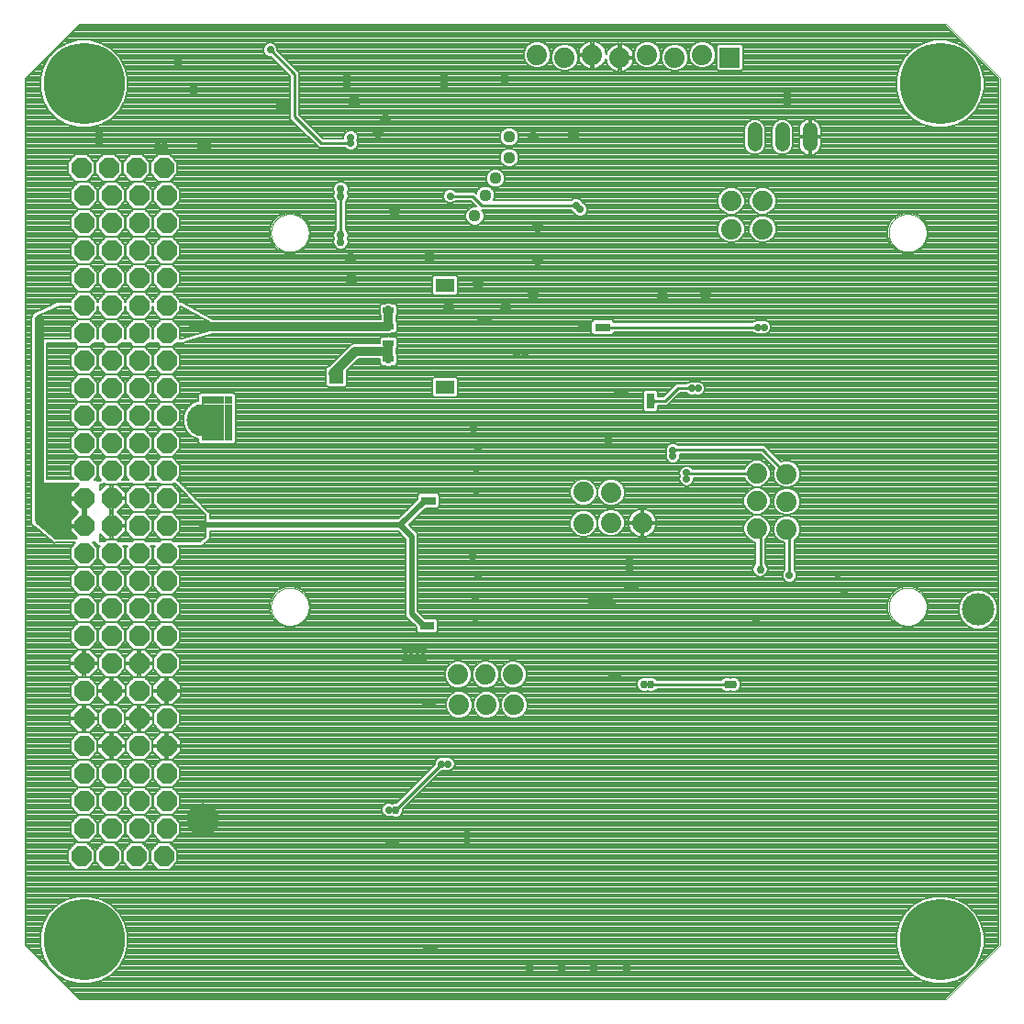
<source format=gbl>
G75*
%MOIN*%
%OFA0B0*%
%FSLAX25Y25*%
%IPPOS*%
%LPD*%
%AMOC8*
5,1,8,0,0,1.08239X$1,22.5*
%
%ADD10C,0.00000*%
%ADD11C,0.29528*%
%ADD12OC8,0.07400*%
%ADD13C,0.07400*%
%ADD14C,0.04400*%
%ADD15R,0.07400X0.07400*%
%ADD16C,0.05200*%
%ADD17R,0.03937X0.02362*%
%ADD18R,0.07087X0.04921*%
%ADD19C,0.02978*%
%ADD20R,0.02978X0.02978*%
%ADD21C,0.00800*%
%ADD22R,0.02781X0.02781*%
%ADD23C,0.02781*%
%ADD24C,0.11811*%
%ADD25C,0.01000*%
%ADD26C,0.01600*%
%ADD27C,0.03200*%
%ADD28C,0.02400*%
%ADD29C,0.02000*%
D10*
X0003172Y0020888D02*
X0003172Y0335849D01*
X0022857Y0355534D01*
X0337817Y0355534D01*
X0357502Y0335849D01*
X0357502Y0020888D01*
X0337817Y0001203D01*
X0022857Y0001203D01*
X0003172Y0020888D01*
X0092738Y0143920D02*
X0092740Y0144089D01*
X0092746Y0144258D01*
X0092757Y0144427D01*
X0092771Y0144595D01*
X0092790Y0144763D01*
X0092813Y0144931D01*
X0092839Y0145098D01*
X0092870Y0145264D01*
X0092905Y0145430D01*
X0092944Y0145594D01*
X0092988Y0145758D01*
X0093035Y0145920D01*
X0093086Y0146081D01*
X0093141Y0146241D01*
X0093200Y0146400D01*
X0093262Y0146557D01*
X0093329Y0146712D01*
X0093400Y0146866D01*
X0093474Y0147018D01*
X0093552Y0147168D01*
X0093633Y0147316D01*
X0093718Y0147462D01*
X0093807Y0147606D01*
X0093899Y0147748D01*
X0093995Y0147887D01*
X0094094Y0148024D01*
X0094196Y0148159D01*
X0094302Y0148291D01*
X0094411Y0148420D01*
X0094523Y0148547D01*
X0094638Y0148671D01*
X0094756Y0148792D01*
X0094877Y0148910D01*
X0095001Y0149025D01*
X0095128Y0149137D01*
X0095257Y0149246D01*
X0095389Y0149352D01*
X0095524Y0149454D01*
X0095661Y0149553D01*
X0095800Y0149649D01*
X0095942Y0149741D01*
X0096086Y0149830D01*
X0096232Y0149915D01*
X0096380Y0149996D01*
X0096530Y0150074D01*
X0096682Y0150148D01*
X0096836Y0150219D01*
X0096991Y0150286D01*
X0097148Y0150348D01*
X0097307Y0150407D01*
X0097467Y0150462D01*
X0097628Y0150513D01*
X0097790Y0150560D01*
X0097954Y0150604D01*
X0098118Y0150643D01*
X0098284Y0150678D01*
X0098450Y0150709D01*
X0098617Y0150735D01*
X0098785Y0150758D01*
X0098953Y0150777D01*
X0099121Y0150791D01*
X0099290Y0150802D01*
X0099459Y0150808D01*
X0099628Y0150810D01*
X0099797Y0150808D01*
X0099966Y0150802D01*
X0100135Y0150791D01*
X0100303Y0150777D01*
X0100471Y0150758D01*
X0100639Y0150735D01*
X0100806Y0150709D01*
X0100972Y0150678D01*
X0101138Y0150643D01*
X0101302Y0150604D01*
X0101466Y0150560D01*
X0101628Y0150513D01*
X0101789Y0150462D01*
X0101949Y0150407D01*
X0102108Y0150348D01*
X0102265Y0150286D01*
X0102420Y0150219D01*
X0102574Y0150148D01*
X0102726Y0150074D01*
X0102876Y0149996D01*
X0103024Y0149915D01*
X0103170Y0149830D01*
X0103314Y0149741D01*
X0103456Y0149649D01*
X0103595Y0149553D01*
X0103732Y0149454D01*
X0103867Y0149352D01*
X0103999Y0149246D01*
X0104128Y0149137D01*
X0104255Y0149025D01*
X0104379Y0148910D01*
X0104500Y0148792D01*
X0104618Y0148671D01*
X0104733Y0148547D01*
X0104845Y0148420D01*
X0104954Y0148291D01*
X0105060Y0148159D01*
X0105162Y0148024D01*
X0105261Y0147887D01*
X0105357Y0147748D01*
X0105449Y0147606D01*
X0105538Y0147462D01*
X0105623Y0147316D01*
X0105704Y0147168D01*
X0105782Y0147018D01*
X0105856Y0146866D01*
X0105927Y0146712D01*
X0105994Y0146557D01*
X0106056Y0146400D01*
X0106115Y0146241D01*
X0106170Y0146081D01*
X0106221Y0145920D01*
X0106268Y0145758D01*
X0106312Y0145594D01*
X0106351Y0145430D01*
X0106386Y0145264D01*
X0106417Y0145098D01*
X0106443Y0144931D01*
X0106466Y0144763D01*
X0106485Y0144595D01*
X0106499Y0144427D01*
X0106510Y0144258D01*
X0106516Y0144089D01*
X0106518Y0143920D01*
X0106516Y0143751D01*
X0106510Y0143582D01*
X0106499Y0143413D01*
X0106485Y0143245D01*
X0106466Y0143077D01*
X0106443Y0142909D01*
X0106417Y0142742D01*
X0106386Y0142576D01*
X0106351Y0142410D01*
X0106312Y0142246D01*
X0106268Y0142082D01*
X0106221Y0141920D01*
X0106170Y0141759D01*
X0106115Y0141599D01*
X0106056Y0141440D01*
X0105994Y0141283D01*
X0105927Y0141128D01*
X0105856Y0140974D01*
X0105782Y0140822D01*
X0105704Y0140672D01*
X0105623Y0140524D01*
X0105538Y0140378D01*
X0105449Y0140234D01*
X0105357Y0140092D01*
X0105261Y0139953D01*
X0105162Y0139816D01*
X0105060Y0139681D01*
X0104954Y0139549D01*
X0104845Y0139420D01*
X0104733Y0139293D01*
X0104618Y0139169D01*
X0104500Y0139048D01*
X0104379Y0138930D01*
X0104255Y0138815D01*
X0104128Y0138703D01*
X0103999Y0138594D01*
X0103867Y0138488D01*
X0103732Y0138386D01*
X0103595Y0138287D01*
X0103456Y0138191D01*
X0103314Y0138099D01*
X0103170Y0138010D01*
X0103024Y0137925D01*
X0102876Y0137844D01*
X0102726Y0137766D01*
X0102574Y0137692D01*
X0102420Y0137621D01*
X0102265Y0137554D01*
X0102108Y0137492D01*
X0101949Y0137433D01*
X0101789Y0137378D01*
X0101628Y0137327D01*
X0101466Y0137280D01*
X0101302Y0137236D01*
X0101138Y0137197D01*
X0100972Y0137162D01*
X0100806Y0137131D01*
X0100639Y0137105D01*
X0100471Y0137082D01*
X0100303Y0137063D01*
X0100135Y0137049D01*
X0099966Y0137038D01*
X0099797Y0137032D01*
X0099628Y0137030D01*
X0099459Y0137032D01*
X0099290Y0137038D01*
X0099121Y0137049D01*
X0098953Y0137063D01*
X0098785Y0137082D01*
X0098617Y0137105D01*
X0098450Y0137131D01*
X0098284Y0137162D01*
X0098118Y0137197D01*
X0097954Y0137236D01*
X0097790Y0137280D01*
X0097628Y0137327D01*
X0097467Y0137378D01*
X0097307Y0137433D01*
X0097148Y0137492D01*
X0096991Y0137554D01*
X0096836Y0137621D01*
X0096682Y0137692D01*
X0096530Y0137766D01*
X0096380Y0137844D01*
X0096232Y0137925D01*
X0096086Y0138010D01*
X0095942Y0138099D01*
X0095800Y0138191D01*
X0095661Y0138287D01*
X0095524Y0138386D01*
X0095389Y0138488D01*
X0095257Y0138594D01*
X0095128Y0138703D01*
X0095001Y0138815D01*
X0094877Y0138930D01*
X0094756Y0139048D01*
X0094638Y0139169D01*
X0094523Y0139293D01*
X0094411Y0139420D01*
X0094302Y0139549D01*
X0094196Y0139681D01*
X0094094Y0139816D01*
X0093995Y0139953D01*
X0093899Y0140092D01*
X0093807Y0140234D01*
X0093718Y0140378D01*
X0093633Y0140524D01*
X0093552Y0140672D01*
X0093474Y0140822D01*
X0093400Y0140974D01*
X0093329Y0141128D01*
X0093262Y0141283D01*
X0093200Y0141440D01*
X0093141Y0141599D01*
X0093086Y0141759D01*
X0093035Y0141920D01*
X0092988Y0142082D01*
X0092944Y0142246D01*
X0092905Y0142410D01*
X0092870Y0142576D01*
X0092839Y0142742D01*
X0092813Y0142909D01*
X0092790Y0143077D01*
X0092771Y0143245D01*
X0092757Y0143413D01*
X0092746Y0143582D01*
X0092740Y0143751D01*
X0092738Y0143920D01*
X0092738Y0279746D02*
X0092740Y0279915D01*
X0092746Y0280084D01*
X0092757Y0280253D01*
X0092771Y0280421D01*
X0092790Y0280589D01*
X0092813Y0280757D01*
X0092839Y0280924D01*
X0092870Y0281090D01*
X0092905Y0281256D01*
X0092944Y0281420D01*
X0092988Y0281584D01*
X0093035Y0281746D01*
X0093086Y0281907D01*
X0093141Y0282067D01*
X0093200Y0282226D01*
X0093262Y0282383D01*
X0093329Y0282538D01*
X0093400Y0282692D01*
X0093474Y0282844D01*
X0093552Y0282994D01*
X0093633Y0283142D01*
X0093718Y0283288D01*
X0093807Y0283432D01*
X0093899Y0283574D01*
X0093995Y0283713D01*
X0094094Y0283850D01*
X0094196Y0283985D01*
X0094302Y0284117D01*
X0094411Y0284246D01*
X0094523Y0284373D01*
X0094638Y0284497D01*
X0094756Y0284618D01*
X0094877Y0284736D01*
X0095001Y0284851D01*
X0095128Y0284963D01*
X0095257Y0285072D01*
X0095389Y0285178D01*
X0095524Y0285280D01*
X0095661Y0285379D01*
X0095800Y0285475D01*
X0095942Y0285567D01*
X0096086Y0285656D01*
X0096232Y0285741D01*
X0096380Y0285822D01*
X0096530Y0285900D01*
X0096682Y0285974D01*
X0096836Y0286045D01*
X0096991Y0286112D01*
X0097148Y0286174D01*
X0097307Y0286233D01*
X0097467Y0286288D01*
X0097628Y0286339D01*
X0097790Y0286386D01*
X0097954Y0286430D01*
X0098118Y0286469D01*
X0098284Y0286504D01*
X0098450Y0286535D01*
X0098617Y0286561D01*
X0098785Y0286584D01*
X0098953Y0286603D01*
X0099121Y0286617D01*
X0099290Y0286628D01*
X0099459Y0286634D01*
X0099628Y0286636D01*
X0099797Y0286634D01*
X0099966Y0286628D01*
X0100135Y0286617D01*
X0100303Y0286603D01*
X0100471Y0286584D01*
X0100639Y0286561D01*
X0100806Y0286535D01*
X0100972Y0286504D01*
X0101138Y0286469D01*
X0101302Y0286430D01*
X0101466Y0286386D01*
X0101628Y0286339D01*
X0101789Y0286288D01*
X0101949Y0286233D01*
X0102108Y0286174D01*
X0102265Y0286112D01*
X0102420Y0286045D01*
X0102574Y0285974D01*
X0102726Y0285900D01*
X0102876Y0285822D01*
X0103024Y0285741D01*
X0103170Y0285656D01*
X0103314Y0285567D01*
X0103456Y0285475D01*
X0103595Y0285379D01*
X0103732Y0285280D01*
X0103867Y0285178D01*
X0103999Y0285072D01*
X0104128Y0284963D01*
X0104255Y0284851D01*
X0104379Y0284736D01*
X0104500Y0284618D01*
X0104618Y0284497D01*
X0104733Y0284373D01*
X0104845Y0284246D01*
X0104954Y0284117D01*
X0105060Y0283985D01*
X0105162Y0283850D01*
X0105261Y0283713D01*
X0105357Y0283574D01*
X0105449Y0283432D01*
X0105538Y0283288D01*
X0105623Y0283142D01*
X0105704Y0282994D01*
X0105782Y0282844D01*
X0105856Y0282692D01*
X0105927Y0282538D01*
X0105994Y0282383D01*
X0106056Y0282226D01*
X0106115Y0282067D01*
X0106170Y0281907D01*
X0106221Y0281746D01*
X0106268Y0281584D01*
X0106312Y0281420D01*
X0106351Y0281256D01*
X0106386Y0281090D01*
X0106417Y0280924D01*
X0106443Y0280757D01*
X0106466Y0280589D01*
X0106485Y0280421D01*
X0106499Y0280253D01*
X0106510Y0280084D01*
X0106516Y0279915D01*
X0106518Y0279746D01*
X0106516Y0279577D01*
X0106510Y0279408D01*
X0106499Y0279239D01*
X0106485Y0279071D01*
X0106466Y0278903D01*
X0106443Y0278735D01*
X0106417Y0278568D01*
X0106386Y0278402D01*
X0106351Y0278236D01*
X0106312Y0278072D01*
X0106268Y0277908D01*
X0106221Y0277746D01*
X0106170Y0277585D01*
X0106115Y0277425D01*
X0106056Y0277266D01*
X0105994Y0277109D01*
X0105927Y0276954D01*
X0105856Y0276800D01*
X0105782Y0276648D01*
X0105704Y0276498D01*
X0105623Y0276350D01*
X0105538Y0276204D01*
X0105449Y0276060D01*
X0105357Y0275918D01*
X0105261Y0275779D01*
X0105162Y0275642D01*
X0105060Y0275507D01*
X0104954Y0275375D01*
X0104845Y0275246D01*
X0104733Y0275119D01*
X0104618Y0274995D01*
X0104500Y0274874D01*
X0104379Y0274756D01*
X0104255Y0274641D01*
X0104128Y0274529D01*
X0103999Y0274420D01*
X0103867Y0274314D01*
X0103732Y0274212D01*
X0103595Y0274113D01*
X0103456Y0274017D01*
X0103314Y0273925D01*
X0103170Y0273836D01*
X0103024Y0273751D01*
X0102876Y0273670D01*
X0102726Y0273592D01*
X0102574Y0273518D01*
X0102420Y0273447D01*
X0102265Y0273380D01*
X0102108Y0273318D01*
X0101949Y0273259D01*
X0101789Y0273204D01*
X0101628Y0273153D01*
X0101466Y0273106D01*
X0101302Y0273062D01*
X0101138Y0273023D01*
X0100972Y0272988D01*
X0100806Y0272957D01*
X0100639Y0272931D01*
X0100471Y0272908D01*
X0100303Y0272889D01*
X0100135Y0272875D01*
X0099966Y0272864D01*
X0099797Y0272858D01*
X0099628Y0272856D01*
X0099459Y0272858D01*
X0099290Y0272864D01*
X0099121Y0272875D01*
X0098953Y0272889D01*
X0098785Y0272908D01*
X0098617Y0272931D01*
X0098450Y0272957D01*
X0098284Y0272988D01*
X0098118Y0273023D01*
X0097954Y0273062D01*
X0097790Y0273106D01*
X0097628Y0273153D01*
X0097467Y0273204D01*
X0097307Y0273259D01*
X0097148Y0273318D01*
X0096991Y0273380D01*
X0096836Y0273447D01*
X0096682Y0273518D01*
X0096530Y0273592D01*
X0096380Y0273670D01*
X0096232Y0273751D01*
X0096086Y0273836D01*
X0095942Y0273925D01*
X0095800Y0274017D01*
X0095661Y0274113D01*
X0095524Y0274212D01*
X0095389Y0274314D01*
X0095257Y0274420D01*
X0095128Y0274529D01*
X0095001Y0274641D01*
X0094877Y0274756D01*
X0094756Y0274874D01*
X0094638Y0274995D01*
X0094523Y0275119D01*
X0094411Y0275246D01*
X0094302Y0275375D01*
X0094196Y0275507D01*
X0094094Y0275642D01*
X0093995Y0275779D01*
X0093899Y0275918D01*
X0093807Y0276060D01*
X0093718Y0276204D01*
X0093633Y0276350D01*
X0093552Y0276498D01*
X0093474Y0276648D01*
X0093400Y0276800D01*
X0093329Y0276954D01*
X0093262Y0277109D01*
X0093200Y0277266D01*
X0093141Y0277425D01*
X0093086Y0277585D01*
X0093035Y0277746D01*
X0092988Y0277908D01*
X0092944Y0278072D01*
X0092905Y0278236D01*
X0092870Y0278402D01*
X0092839Y0278568D01*
X0092813Y0278735D01*
X0092790Y0278903D01*
X0092771Y0279071D01*
X0092757Y0279239D01*
X0092746Y0279408D01*
X0092740Y0279577D01*
X0092738Y0279746D01*
X0317148Y0279746D02*
X0317150Y0279915D01*
X0317156Y0280084D01*
X0317167Y0280253D01*
X0317181Y0280421D01*
X0317200Y0280589D01*
X0317223Y0280757D01*
X0317249Y0280924D01*
X0317280Y0281090D01*
X0317315Y0281256D01*
X0317354Y0281420D01*
X0317398Y0281584D01*
X0317445Y0281746D01*
X0317496Y0281907D01*
X0317551Y0282067D01*
X0317610Y0282226D01*
X0317672Y0282383D01*
X0317739Y0282538D01*
X0317810Y0282692D01*
X0317884Y0282844D01*
X0317962Y0282994D01*
X0318043Y0283142D01*
X0318128Y0283288D01*
X0318217Y0283432D01*
X0318309Y0283574D01*
X0318405Y0283713D01*
X0318504Y0283850D01*
X0318606Y0283985D01*
X0318712Y0284117D01*
X0318821Y0284246D01*
X0318933Y0284373D01*
X0319048Y0284497D01*
X0319166Y0284618D01*
X0319287Y0284736D01*
X0319411Y0284851D01*
X0319538Y0284963D01*
X0319667Y0285072D01*
X0319799Y0285178D01*
X0319934Y0285280D01*
X0320071Y0285379D01*
X0320210Y0285475D01*
X0320352Y0285567D01*
X0320496Y0285656D01*
X0320642Y0285741D01*
X0320790Y0285822D01*
X0320940Y0285900D01*
X0321092Y0285974D01*
X0321246Y0286045D01*
X0321401Y0286112D01*
X0321558Y0286174D01*
X0321717Y0286233D01*
X0321877Y0286288D01*
X0322038Y0286339D01*
X0322200Y0286386D01*
X0322364Y0286430D01*
X0322528Y0286469D01*
X0322694Y0286504D01*
X0322860Y0286535D01*
X0323027Y0286561D01*
X0323195Y0286584D01*
X0323363Y0286603D01*
X0323531Y0286617D01*
X0323700Y0286628D01*
X0323869Y0286634D01*
X0324038Y0286636D01*
X0324207Y0286634D01*
X0324376Y0286628D01*
X0324545Y0286617D01*
X0324713Y0286603D01*
X0324881Y0286584D01*
X0325049Y0286561D01*
X0325216Y0286535D01*
X0325382Y0286504D01*
X0325548Y0286469D01*
X0325712Y0286430D01*
X0325876Y0286386D01*
X0326038Y0286339D01*
X0326199Y0286288D01*
X0326359Y0286233D01*
X0326518Y0286174D01*
X0326675Y0286112D01*
X0326830Y0286045D01*
X0326984Y0285974D01*
X0327136Y0285900D01*
X0327286Y0285822D01*
X0327434Y0285741D01*
X0327580Y0285656D01*
X0327724Y0285567D01*
X0327866Y0285475D01*
X0328005Y0285379D01*
X0328142Y0285280D01*
X0328277Y0285178D01*
X0328409Y0285072D01*
X0328538Y0284963D01*
X0328665Y0284851D01*
X0328789Y0284736D01*
X0328910Y0284618D01*
X0329028Y0284497D01*
X0329143Y0284373D01*
X0329255Y0284246D01*
X0329364Y0284117D01*
X0329470Y0283985D01*
X0329572Y0283850D01*
X0329671Y0283713D01*
X0329767Y0283574D01*
X0329859Y0283432D01*
X0329948Y0283288D01*
X0330033Y0283142D01*
X0330114Y0282994D01*
X0330192Y0282844D01*
X0330266Y0282692D01*
X0330337Y0282538D01*
X0330404Y0282383D01*
X0330466Y0282226D01*
X0330525Y0282067D01*
X0330580Y0281907D01*
X0330631Y0281746D01*
X0330678Y0281584D01*
X0330722Y0281420D01*
X0330761Y0281256D01*
X0330796Y0281090D01*
X0330827Y0280924D01*
X0330853Y0280757D01*
X0330876Y0280589D01*
X0330895Y0280421D01*
X0330909Y0280253D01*
X0330920Y0280084D01*
X0330926Y0279915D01*
X0330928Y0279746D01*
X0330926Y0279577D01*
X0330920Y0279408D01*
X0330909Y0279239D01*
X0330895Y0279071D01*
X0330876Y0278903D01*
X0330853Y0278735D01*
X0330827Y0278568D01*
X0330796Y0278402D01*
X0330761Y0278236D01*
X0330722Y0278072D01*
X0330678Y0277908D01*
X0330631Y0277746D01*
X0330580Y0277585D01*
X0330525Y0277425D01*
X0330466Y0277266D01*
X0330404Y0277109D01*
X0330337Y0276954D01*
X0330266Y0276800D01*
X0330192Y0276648D01*
X0330114Y0276498D01*
X0330033Y0276350D01*
X0329948Y0276204D01*
X0329859Y0276060D01*
X0329767Y0275918D01*
X0329671Y0275779D01*
X0329572Y0275642D01*
X0329470Y0275507D01*
X0329364Y0275375D01*
X0329255Y0275246D01*
X0329143Y0275119D01*
X0329028Y0274995D01*
X0328910Y0274874D01*
X0328789Y0274756D01*
X0328665Y0274641D01*
X0328538Y0274529D01*
X0328409Y0274420D01*
X0328277Y0274314D01*
X0328142Y0274212D01*
X0328005Y0274113D01*
X0327866Y0274017D01*
X0327724Y0273925D01*
X0327580Y0273836D01*
X0327434Y0273751D01*
X0327286Y0273670D01*
X0327136Y0273592D01*
X0326984Y0273518D01*
X0326830Y0273447D01*
X0326675Y0273380D01*
X0326518Y0273318D01*
X0326359Y0273259D01*
X0326199Y0273204D01*
X0326038Y0273153D01*
X0325876Y0273106D01*
X0325712Y0273062D01*
X0325548Y0273023D01*
X0325382Y0272988D01*
X0325216Y0272957D01*
X0325049Y0272931D01*
X0324881Y0272908D01*
X0324713Y0272889D01*
X0324545Y0272875D01*
X0324376Y0272864D01*
X0324207Y0272858D01*
X0324038Y0272856D01*
X0323869Y0272858D01*
X0323700Y0272864D01*
X0323531Y0272875D01*
X0323363Y0272889D01*
X0323195Y0272908D01*
X0323027Y0272931D01*
X0322860Y0272957D01*
X0322694Y0272988D01*
X0322528Y0273023D01*
X0322364Y0273062D01*
X0322200Y0273106D01*
X0322038Y0273153D01*
X0321877Y0273204D01*
X0321717Y0273259D01*
X0321558Y0273318D01*
X0321401Y0273380D01*
X0321246Y0273447D01*
X0321092Y0273518D01*
X0320940Y0273592D01*
X0320790Y0273670D01*
X0320642Y0273751D01*
X0320496Y0273836D01*
X0320352Y0273925D01*
X0320210Y0274017D01*
X0320071Y0274113D01*
X0319934Y0274212D01*
X0319799Y0274314D01*
X0319667Y0274420D01*
X0319538Y0274529D01*
X0319411Y0274641D01*
X0319287Y0274756D01*
X0319166Y0274874D01*
X0319048Y0274995D01*
X0318933Y0275119D01*
X0318821Y0275246D01*
X0318712Y0275375D01*
X0318606Y0275507D01*
X0318504Y0275642D01*
X0318405Y0275779D01*
X0318309Y0275918D01*
X0318217Y0276060D01*
X0318128Y0276204D01*
X0318043Y0276350D01*
X0317962Y0276498D01*
X0317884Y0276648D01*
X0317810Y0276800D01*
X0317739Y0276954D01*
X0317672Y0277109D01*
X0317610Y0277266D01*
X0317551Y0277425D01*
X0317496Y0277585D01*
X0317445Y0277746D01*
X0317398Y0277908D01*
X0317354Y0278072D01*
X0317315Y0278236D01*
X0317280Y0278402D01*
X0317249Y0278568D01*
X0317223Y0278735D01*
X0317200Y0278903D01*
X0317181Y0279071D01*
X0317167Y0279239D01*
X0317156Y0279408D01*
X0317150Y0279577D01*
X0317148Y0279746D01*
X0317148Y0143920D02*
X0317150Y0144089D01*
X0317156Y0144258D01*
X0317167Y0144427D01*
X0317181Y0144595D01*
X0317200Y0144763D01*
X0317223Y0144931D01*
X0317249Y0145098D01*
X0317280Y0145264D01*
X0317315Y0145430D01*
X0317354Y0145594D01*
X0317398Y0145758D01*
X0317445Y0145920D01*
X0317496Y0146081D01*
X0317551Y0146241D01*
X0317610Y0146400D01*
X0317672Y0146557D01*
X0317739Y0146712D01*
X0317810Y0146866D01*
X0317884Y0147018D01*
X0317962Y0147168D01*
X0318043Y0147316D01*
X0318128Y0147462D01*
X0318217Y0147606D01*
X0318309Y0147748D01*
X0318405Y0147887D01*
X0318504Y0148024D01*
X0318606Y0148159D01*
X0318712Y0148291D01*
X0318821Y0148420D01*
X0318933Y0148547D01*
X0319048Y0148671D01*
X0319166Y0148792D01*
X0319287Y0148910D01*
X0319411Y0149025D01*
X0319538Y0149137D01*
X0319667Y0149246D01*
X0319799Y0149352D01*
X0319934Y0149454D01*
X0320071Y0149553D01*
X0320210Y0149649D01*
X0320352Y0149741D01*
X0320496Y0149830D01*
X0320642Y0149915D01*
X0320790Y0149996D01*
X0320940Y0150074D01*
X0321092Y0150148D01*
X0321246Y0150219D01*
X0321401Y0150286D01*
X0321558Y0150348D01*
X0321717Y0150407D01*
X0321877Y0150462D01*
X0322038Y0150513D01*
X0322200Y0150560D01*
X0322364Y0150604D01*
X0322528Y0150643D01*
X0322694Y0150678D01*
X0322860Y0150709D01*
X0323027Y0150735D01*
X0323195Y0150758D01*
X0323363Y0150777D01*
X0323531Y0150791D01*
X0323700Y0150802D01*
X0323869Y0150808D01*
X0324038Y0150810D01*
X0324207Y0150808D01*
X0324376Y0150802D01*
X0324545Y0150791D01*
X0324713Y0150777D01*
X0324881Y0150758D01*
X0325049Y0150735D01*
X0325216Y0150709D01*
X0325382Y0150678D01*
X0325548Y0150643D01*
X0325712Y0150604D01*
X0325876Y0150560D01*
X0326038Y0150513D01*
X0326199Y0150462D01*
X0326359Y0150407D01*
X0326518Y0150348D01*
X0326675Y0150286D01*
X0326830Y0150219D01*
X0326984Y0150148D01*
X0327136Y0150074D01*
X0327286Y0149996D01*
X0327434Y0149915D01*
X0327580Y0149830D01*
X0327724Y0149741D01*
X0327866Y0149649D01*
X0328005Y0149553D01*
X0328142Y0149454D01*
X0328277Y0149352D01*
X0328409Y0149246D01*
X0328538Y0149137D01*
X0328665Y0149025D01*
X0328789Y0148910D01*
X0328910Y0148792D01*
X0329028Y0148671D01*
X0329143Y0148547D01*
X0329255Y0148420D01*
X0329364Y0148291D01*
X0329470Y0148159D01*
X0329572Y0148024D01*
X0329671Y0147887D01*
X0329767Y0147748D01*
X0329859Y0147606D01*
X0329948Y0147462D01*
X0330033Y0147316D01*
X0330114Y0147168D01*
X0330192Y0147018D01*
X0330266Y0146866D01*
X0330337Y0146712D01*
X0330404Y0146557D01*
X0330466Y0146400D01*
X0330525Y0146241D01*
X0330580Y0146081D01*
X0330631Y0145920D01*
X0330678Y0145758D01*
X0330722Y0145594D01*
X0330761Y0145430D01*
X0330796Y0145264D01*
X0330827Y0145098D01*
X0330853Y0144931D01*
X0330876Y0144763D01*
X0330895Y0144595D01*
X0330909Y0144427D01*
X0330920Y0144258D01*
X0330926Y0144089D01*
X0330928Y0143920D01*
X0330926Y0143751D01*
X0330920Y0143582D01*
X0330909Y0143413D01*
X0330895Y0143245D01*
X0330876Y0143077D01*
X0330853Y0142909D01*
X0330827Y0142742D01*
X0330796Y0142576D01*
X0330761Y0142410D01*
X0330722Y0142246D01*
X0330678Y0142082D01*
X0330631Y0141920D01*
X0330580Y0141759D01*
X0330525Y0141599D01*
X0330466Y0141440D01*
X0330404Y0141283D01*
X0330337Y0141128D01*
X0330266Y0140974D01*
X0330192Y0140822D01*
X0330114Y0140672D01*
X0330033Y0140524D01*
X0329948Y0140378D01*
X0329859Y0140234D01*
X0329767Y0140092D01*
X0329671Y0139953D01*
X0329572Y0139816D01*
X0329470Y0139681D01*
X0329364Y0139549D01*
X0329255Y0139420D01*
X0329143Y0139293D01*
X0329028Y0139169D01*
X0328910Y0139048D01*
X0328789Y0138930D01*
X0328665Y0138815D01*
X0328538Y0138703D01*
X0328409Y0138594D01*
X0328277Y0138488D01*
X0328142Y0138386D01*
X0328005Y0138287D01*
X0327866Y0138191D01*
X0327724Y0138099D01*
X0327580Y0138010D01*
X0327434Y0137925D01*
X0327286Y0137844D01*
X0327136Y0137766D01*
X0326984Y0137692D01*
X0326830Y0137621D01*
X0326675Y0137554D01*
X0326518Y0137492D01*
X0326359Y0137433D01*
X0326199Y0137378D01*
X0326038Y0137327D01*
X0325876Y0137280D01*
X0325712Y0137236D01*
X0325548Y0137197D01*
X0325382Y0137162D01*
X0325216Y0137131D01*
X0325049Y0137105D01*
X0324881Y0137082D01*
X0324713Y0137063D01*
X0324545Y0137049D01*
X0324376Y0137038D01*
X0324207Y0137032D01*
X0324038Y0137030D01*
X0323869Y0137032D01*
X0323700Y0137038D01*
X0323531Y0137049D01*
X0323363Y0137063D01*
X0323195Y0137082D01*
X0323027Y0137105D01*
X0322860Y0137131D01*
X0322694Y0137162D01*
X0322528Y0137197D01*
X0322364Y0137236D01*
X0322200Y0137280D01*
X0322038Y0137327D01*
X0321877Y0137378D01*
X0321717Y0137433D01*
X0321558Y0137492D01*
X0321401Y0137554D01*
X0321246Y0137621D01*
X0321092Y0137692D01*
X0320940Y0137766D01*
X0320790Y0137844D01*
X0320642Y0137925D01*
X0320496Y0138010D01*
X0320352Y0138099D01*
X0320210Y0138191D01*
X0320071Y0138287D01*
X0319934Y0138386D01*
X0319799Y0138488D01*
X0319667Y0138594D01*
X0319538Y0138703D01*
X0319411Y0138815D01*
X0319287Y0138930D01*
X0319166Y0139048D01*
X0319048Y0139169D01*
X0318933Y0139293D01*
X0318821Y0139420D01*
X0318712Y0139549D01*
X0318606Y0139681D01*
X0318504Y0139816D01*
X0318405Y0139953D01*
X0318309Y0140092D01*
X0318217Y0140234D01*
X0318128Y0140378D01*
X0318043Y0140524D01*
X0317962Y0140672D01*
X0317884Y0140822D01*
X0317810Y0140974D01*
X0317739Y0141128D01*
X0317672Y0141283D01*
X0317610Y0141440D01*
X0317551Y0141599D01*
X0317496Y0141759D01*
X0317445Y0141920D01*
X0317398Y0142082D01*
X0317354Y0142246D01*
X0317315Y0142410D01*
X0317280Y0142576D01*
X0317249Y0142742D01*
X0317223Y0142909D01*
X0317200Y0143077D01*
X0317181Y0143245D01*
X0317167Y0143413D01*
X0317156Y0143582D01*
X0317150Y0143751D01*
X0317148Y0143920D01*
D11*
X0335849Y0022857D03*
X0335849Y0333880D03*
X0024825Y0333880D03*
X0024825Y0022857D03*
D12*
X0023825Y0053369D03*
X0033825Y0053369D03*
X0043825Y0053369D03*
X0053825Y0053369D03*
X0054825Y0063369D03*
X0054825Y0073369D03*
X0054825Y0083369D03*
X0054825Y0093369D03*
X0054825Y0103369D03*
X0054825Y0113369D03*
X0054825Y0123369D03*
X0054825Y0133369D03*
X0054825Y0143369D03*
X0054825Y0153369D03*
X0054825Y0163369D03*
X0054825Y0173369D03*
X0054825Y0183369D03*
X0054825Y0193369D03*
X0054825Y0203369D03*
X0054825Y0213369D03*
X0054825Y0223369D03*
X0054825Y0233369D03*
X0054825Y0243369D03*
X0054825Y0253369D03*
X0054825Y0263369D03*
X0054825Y0273369D03*
X0054825Y0283369D03*
X0054825Y0293369D03*
X0053825Y0303369D03*
X0043825Y0303369D03*
X0044825Y0293369D03*
X0034825Y0293369D03*
X0033825Y0303369D03*
X0023825Y0303369D03*
X0024825Y0293369D03*
X0024825Y0283369D03*
X0034825Y0283369D03*
X0044825Y0283369D03*
X0044825Y0273369D03*
X0034825Y0273369D03*
X0024825Y0273369D03*
X0024825Y0263369D03*
X0034825Y0263369D03*
X0044825Y0263369D03*
X0044825Y0253369D03*
X0044825Y0243369D03*
X0034825Y0243369D03*
X0034825Y0253369D03*
X0024825Y0253369D03*
X0024825Y0243369D03*
X0024825Y0233369D03*
X0034825Y0233369D03*
X0044825Y0233369D03*
X0044825Y0223369D03*
X0034825Y0223369D03*
X0024825Y0223369D03*
X0024825Y0213369D03*
X0024825Y0203369D03*
X0034825Y0203369D03*
X0034825Y0213369D03*
X0044825Y0213369D03*
X0044825Y0203369D03*
X0044825Y0193369D03*
X0034825Y0193369D03*
X0024825Y0193369D03*
X0024825Y0183369D03*
X0034825Y0183369D03*
X0044825Y0183369D03*
X0044825Y0173369D03*
X0044825Y0163369D03*
X0034825Y0163369D03*
X0034825Y0173369D03*
X0024825Y0173369D03*
X0024825Y0163369D03*
X0024825Y0153369D03*
X0034825Y0153369D03*
X0044825Y0153369D03*
X0044825Y0143369D03*
X0034825Y0143369D03*
X0024825Y0143369D03*
X0024825Y0133369D03*
X0024825Y0123369D03*
X0034825Y0123369D03*
X0034825Y0133369D03*
X0044825Y0133369D03*
X0044825Y0123369D03*
X0044825Y0113369D03*
X0034825Y0113369D03*
X0024825Y0113369D03*
X0024825Y0103369D03*
X0034825Y0103369D03*
X0044825Y0103369D03*
X0044825Y0093369D03*
X0044825Y0083369D03*
X0034825Y0083369D03*
X0034825Y0093369D03*
X0024825Y0093369D03*
X0024825Y0083369D03*
X0024825Y0073369D03*
X0034825Y0073369D03*
X0044825Y0073369D03*
X0044825Y0063369D03*
X0034825Y0063369D03*
X0024825Y0063369D03*
D13*
X0161046Y0108290D03*
X0171046Y0108290D03*
X0181046Y0108290D03*
X0180731Y0119313D03*
X0170731Y0119313D03*
X0160731Y0119313D03*
X0206321Y0174125D03*
X0216251Y0174431D03*
X0216361Y0185455D03*
X0206321Y0185525D03*
X0227651Y0174431D03*
X0269313Y0172345D03*
X0269313Y0182345D03*
X0269313Y0192345D03*
X0280140Y0192148D03*
X0280140Y0182148D03*
X0280140Y0172148D03*
X0271352Y0281124D03*
X0271352Y0291361D03*
X0259952Y0291361D03*
X0259952Y0281124D03*
X0239471Y0343420D03*
X0249471Y0344420D03*
X0229471Y0344420D03*
X0219471Y0343420D03*
X0209471Y0344420D03*
X0199471Y0343420D03*
X0189471Y0344420D03*
D14*
X0202581Y0315376D03*
X0187817Y0314392D03*
X0179313Y0314599D03*
X0179313Y0307099D03*
X0174298Y0299578D03*
X0170677Y0293331D03*
X0166764Y0285849D03*
X0150416Y0271085D03*
X0157306Y0252384D03*
X0168132Y0261243D03*
X0177975Y0252384D03*
X0187817Y0257306D03*
X0189786Y0270101D03*
X0189786Y0281912D03*
X0235061Y0256321D03*
X0250809Y0257306D03*
X0137620Y0287817D03*
X0121774Y0270199D03*
X0121872Y0262719D03*
X0131715Y0316361D03*
X0134176Y0320790D03*
X0122857Y0327187D03*
D15*
X0259471Y0343420D03*
D16*
X0268565Y0317189D02*
X0268565Y0311989D01*
X0278565Y0311989D02*
X0278565Y0317189D01*
X0288565Y0317189D02*
X0288565Y0311989D01*
D17*
X0135455Y0251597D03*
X0135455Y0245691D03*
X0135455Y0239786D03*
X0135455Y0233880D03*
D18*
X0155928Y0223624D03*
X0155928Y0260672D03*
D19*
X0118132Y0276400D03*
X0118132Y0278959D03*
X0118132Y0293132D03*
X0118132Y0295691D03*
X0064806Y0330386D03*
X0064806Y0332886D03*
X0054087Y0310869D03*
X0051587Y0310869D03*
X0166164Y0208683D03*
X0168132Y0201794D03*
X0167148Y0193920D03*
X0167148Y0186046D03*
X0165967Y0162227D03*
X0167935Y0155337D03*
X0166951Y0147463D03*
X0166951Y0139589D03*
X0228369Y0115770D03*
X0230731Y0115770D03*
X0258487Y0115691D03*
X0260770Y0115652D03*
X0268955Y0139195D03*
X0270494Y0157502D03*
X0298755Y0155595D03*
X0300955Y0149195D03*
X0164105Y0061483D03*
X0164105Y0058983D03*
X0138093Y0058172D03*
X0135731Y0058172D03*
X0138014Y0070101D03*
D20*
X0148841Y0109274D03*
X0151203Y0109274D03*
X0150613Y0137030D03*
X0148250Y0137030D03*
X0148644Y0182502D03*
X0151203Y0182502D03*
X0209471Y0146479D03*
X0210061Y0144510D03*
X0212227Y0144510D03*
X0211636Y0146479D03*
X0213605Y0146479D03*
X0214392Y0144510D03*
X0216557Y0144510D03*
X0215770Y0146479D03*
X0222463Y0150613D03*
X0225022Y0150613D03*
X0223054Y0157699D03*
X0223054Y0160258D03*
X0218723Y0119117D03*
X0216557Y0119117D03*
X0215376Y0203172D03*
X0215376Y0205534D03*
X0230731Y0217345D03*
X0230731Y0220101D03*
X0221282Y0221282D03*
X0218526Y0221282D03*
X0214589Y0245494D03*
X0211833Y0245494D03*
X0280219Y0327817D03*
X0280219Y0330376D03*
X0177581Y0334274D03*
X0177581Y0336636D03*
X0155731Y0336833D03*
X0155731Y0334077D03*
X0120298Y0333683D03*
X0120298Y0336439D03*
X0098447Y0325280D03*
X0095947Y0325280D03*
X0069697Y0311530D03*
X0067197Y0311530D03*
X0058981Y0340977D03*
X0058981Y0343477D03*
X0030231Y0315977D03*
X0030231Y0313477D03*
X0068920Y0218920D03*
X0071676Y0218920D03*
X0074431Y0218920D03*
X0074431Y0216164D03*
X0071676Y0216164D03*
X0074431Y0213408D03*
X0074431Y0211046D03*
X0074431Y0208290D03*
X0072069Y0208290D03*
X0071676Y0205534D03*
X0074431Y0205534D03*
X0077187Y0205534D03*
X0077187Y0207896D03*
X0077187Y0210652D03*
X0077187Y0213408D03*
X0077187Y0216164D03*
X0077187Y0218920D03*
X0068920Y0205534D03*
X0149235Y0019707D03*
X0151991Y0019707D03*
X0186636Y0013802D03*
X0186636Y0011439D03*
X0198447Y0011439D03*
X0198447Y0013802D03*
X0210061Y0013802D03*
X0210061Y0011439D03*
X0222069Y0011439D03*
X0222069Y0013802D03*
D21*
X0012828Y0012278D02*
X0012489Y0012278D01*
X0012051Y0013055D02*
X0015023Y0010082D01*
X0018663Y0007981D01*
X0022724Y0006893D01*
X0026927Y0006893D01*
X0030987Y0007981D01*
X0034627Y0010082D01*
X0037599Y0013055D01*
X0039701Y0016695D01*
X0040789Y0020755D01*
X0040789Y0024958D01*
X0039701Y0029018D01*
X0037599Y0032659D01*
X0034627Y0035631D01*
X0030987Y0037733D01*
X0026927Y0038820D01*
X0022724Y0038820D01*
X0018663Y0037733D01*
X0015023Y0035631D01*
X0012051Y0032659D01*
X0009949Y0029018D01*
X0008861Y0024958D01*
X0008861Y0020755D01*
X0009949Y0016695D01*
X0012051Y0013055D01*
X0012038Y0013077D02*
X0011690Y0013077D01*
X0011577Y0013875D02*
X0010892Y0013875D01*
X0011116Y0014674D02*
X0010093Y0014674D01*
X0010655Y0015472D02*
X0009295Y0015472D01*
X0008496Y0016271D02*
X0010194Y0016271D01*
X0009849Y0017069D02*
X0007698Y0017069D01*
X0006899Y0017868D02*
X0009635Y0017868D01*
X0009421Y0018666D02*
X0006101Y0018666D01*
X0005302Y0019465D02*
X0009207Y0019465D01*
X0008993Y0020263D02*
X0004504Y0020263D01*
X0003705Y0021062D02*
X0008861Y0021062D01*
X0008861Y0021860D02*
X0003672Y0021860D01*
X0003672Y0021095D02*
X0003672Y0335642D01*
X0023064Y0355034D01*
X0337610Y0355034D01*
X0357002Y0335642D01*
X0357002Y0021095D01*
X0337610Y0001703D01*
X0023064Y0001703D01*
X0003672Y0021095D01*
X0003672Y0022659D02*
X0008861Y0022659D01*
X0008861Y0023457D02*
X0003672Y0023457D01*
X0003672Y0024256D02*
X0008861Y0024256D01*
X0008887Y0025054D02*
X0003672Y0025054D01*
X0003672Y0025853D02*
X0009101Y0025853D01*
X0009315Y0026651D02*
X0003672Y0026651D01*
X0003672Y0027450D02*
X0009529Y0027450D01*
X0009743Y0028248D02*
X0003672Y0028248D01*
X0003672Y0029047D02*
X0009966Y0029047D01*
X0010427Y0029845D02*
X0003672Y0029845D01*
X0003672Y0030644D02*
X0010888Y0030644D01*
X0011349Y0031442D02*
X0003672Y0031442D01*
X0003672Y0032241D02*
X0011810Y0032241D01*
X0012432Y0033039D02*
X0003672Y0033039D01*
X0003672Y0033838D02*
X0013230Y0033838D01*
X0014029Y0034636D02*
X0003672Y0034636D01*
X0003672Y0035435D02*
X0014827Y0035435D01*
X0016067Y0036233D02*
X0003672Y0036233D01*
X0003672Y0037032D02*
X0017450Y0037032D01*
X0019029Y0037831D02*
X0003672Y0037831D01*
X0003672Y0038629D02*
X0022009Y0038629D01*
X0027641Y0038629D02*
X0333033Y0038629D01*
X0333747Y0038820D02*
X0329687Y0037733D01*
X0326047Y0035631D01*
X0323075Y0032659D01*
X0320973Y0029018D01*
X0319885Y0024958D01*
X0319885Y0020755D01*
X0320973Y0016695D01*
X0323075Y0013055D01*
X0326047Y0010082D01*
X0329687Y0007981D01*
X0333747Y0006893D01*
X0337950Y0006893D01*
X0342011Y0007981D01*
X0345651Y0010082D01*
X0348623Y0013055D01*
X0350725Y0016695D01*
X0351813Y0020755D01*
X0351813Y0024958D01*
X0350725Y0029018D01*
X0348623Y0032659D01*
X0345651Y0035631D01*
X0342011Y0037733D01*
X0337950Y0038820D01*
X0333747Y0038820D01*
X0330053Y0037831D02*
X0030621Y0037831D01*
X0032200Y0037032D02*
X0328474Y0037032D01*
X0327091Y0036233D02*
X0033583Y0036233D01*
X0034823Y0035435D02*
X0325851Y0035435D01*
X0325052Y0034636D02*
X0035622Y0034636D01*
X0036420Y0033838D02*
X0324254Y0033838D01*
X0323455Y0033039D02*
X0037219Y0033039D01*
X0037841Y0032241D02*
X0322833Y0032241D01*
X0322372Y0031442D02*
X0038302Y0031442D01*
X0038763Y0030644D02*
X0321911Y0030644D01*
X0321450Y0029845D02*
X0039224Y0029845D01*
X0039685Y0029047D02*
X0320989Y0029047D01*
X0320767Y0028248D02*
X0039907Y0028248D01*
X0040121Y0027450D02*
X0320553Y0027450D01*
X0320339Y0026651D02*
X0040335Y0026651D01*
X0040549Y0025853D02*
X0320125Y0025853D01*
X0319911Y0025054D02*
X0040763Y0025054D01*
X0040789Y0024256D02*
X0319885Y0024256D01*
X0319885Y0023457D02*
X0040789Y0023457D01*
X0040789Y0022659D02*
X0319885Y0022659D01*
X0319885Y0021860D02*
X0040789Y0021860D01*
X0040789Y0021062D02*
X0319885Y0021062D01*
X0320017Y0020263D02*
X0040657Y0020263D01*
X0040443Y0019465D02*
X0320231Y0019465D01*
X0320445Y0018666D02*
X0040229Y0018666D01*
X0040015Y0017868D02*
X0320659Y0017868D01*
X0320873Y0017069D02*
X0039801Y0017069D01*
X0039456Y0016271D02*
X0321218Y0016271D01*
X0321679Y0015472D02*
X0038995Y0015472D01*
X0038534Y0014674D02*
X0322140Y0014674D01*
X0322601Y0013875D02*
X0038073Y0013875D01*
X0037612Y0013077D02*
X0323062Y0013077D01*
X0323851Y0012278D02*
X0036823Y0012278D01*
X0036024Y0011480D02*
X0324650Y0011480D01*
X0325448Y0010681D02*
X0035226Y0010681D01*
X0034281Y0009883D02*
X0326393Y0009883D01*
X0327776Y0009084D02*
X0032898Y0009084D01*
X0031515Y0008286D02*
X0329159Y0008286D01*
X0331530Y0007487D02*
X0029144Y0007487D01*
X0022869Y0001898D02*
X0337805Y0001898D01*
X0338603Y0002696D02*
X0022071Y0002696D01*
X0021272Y0003495D02*
X0339402Y0003495D01*
X0340200Y0004293D02*
X0020474Y0004293D01*
X0019675Y0005092D02*
X0340999Y0005092D01*
X0341797Y0005890D02*
X0018877Y0005890D01*
X0018078Y0006689D02*
X0342596Y0006689D01*
X0343394Y0007487D02*
X0340168Y0007487D01*
X0342538Y0008286D02*
X0344193Y0008286D01*
X0343922Y0009084D02*
X0344991Y0009084D01*
X0345305Y0009883D02*
X0345790Y0009883D01*
X0346249Y0010681D02*
X0346588Y0010681D01*
X0347048Y0011480D02*
X0347387Y0011480D01*
X0347846Y0012278D02*
X0348185Y0012278D01*
X0348636Y0013077D02*
X0348984Y0013077D01*
X0349097Y0013875D02*
X0349782Y0013875D01*
X0349558Y0014674D02*
X0350581Y0014674D01*
X0350019Y0015472D02*
X0351379Y0015472D01*
X0352178Y0016271D02*
X0350480Y0016271D01*
X0350825Y0017069D02*
X0352976Y0017069D01*
X0353775Y0017868D02*
X0351039Y0017868D01*
X0351253Y0018666D02*
X0354573Y0018666D01*
X0355372Y0019465D02*
X0351467Y0019465D01*
X0351681Y0020263D02*
X0356170Y0020263D01*
X0356969Y0021062D02*
X0351813Y0021062D01*
X0351813Y0021860D02*
X0357002Y0021860D01*
X0357002Y0022659D02*
X0351813Y0022659D01*
X0351813Y0023457D02*
X0357002Y0023457D01*
X0357002Y0024256D02*
X0351813Y0024256D01*
X0351787Y0025054D02*
X0357002Y0025054D01*
X0357002Y0025853D02*
X0351573Y0025853D01*
X0351359Y0026651D02*
X0357002Y0026651D01*
X0357002Y0027450D02*
X0351145Y0027450D01*
X0350931Y0028248D02*
X0357002Y0028248D01*
X0357002Y0029047D02*
X0350708Y0029047D01*
X0350247Y0029845D02*
X0357002Y0029845D01*
X0357002Y0030644D02*
X0349786Y0030644D01*
X0349325Y0031442D02*
X0357002Y0031442D01*
X0357002Y0032241D02*
X0348864Y0032241D01*
X0348242Y0033039D02*
X0357002Y0033039D01*
X0357002Y0033838D02*
X0347444Y0033838D01*
X0346645Y0034636D02*
X0357002Y0034636D01*
X0357002Y0035435D02*
X0345847Y0035435D01*
X0344607Y0036233D02*
X0357002Y0036233D01*
X0357002Y0037032D02*
X0343224Y0037032D01*
X0341645Y0037831D02*
X0357002Y0037831D01*
X0357002Y0038629D02*
X0338665Y0038629D01*
X0357002Y0039428D02*
X0003672Y0039428D01*
X0003672Y0040226D02*
X0357002Y0040226D01*
X0357002Y0041025D02*
X0003672Y0041025D01*
X0003672Y0041823D02*
X0357002Y0041823D01*
X0357002Y0042622D02*
X0003672Y0042622D01*
X0003672Y0043420D02*
X0357002Y0043420D01*
X0357002Y0044219D02*
X0003672Y0044219D01*
X0003672Y0045017D02*
X0357002Y0045017D01*
X0357002Y0045816D02*
X0003672Y0045816D01*
X0003672Y0046614D02*
X0357002Y0046614D01*
X0357002Y0047413D02*
X0003672Y0047413D01*
X0003672Y0048211D02*
X0357002Y0048211D01*
X0357002Y0049010D02*
X0056396Y0049010D01*
X0055855Y0048469D02*
X0058725Y0051339D01*
X0058725Y0055398D01*
X0055855Y0058268D01*
X0051796Y0058268D01*
X0048925Y0055398D01*
X0048925Y0051339D01*
X0051796Y0048469D01*
X0055855Y0048469D01*
X0057195Y0049808D02*
X0357002Y0049808D01*
X0357002Y0050607D02*
X0057993Y0050607D01*
X0058725Y0051405D02*
X0357002Y0051405D01*
X0357002Y0052204D02*
X0058725Y0052204D01*
X0058725Y0053002D02*
X0357002Y0053002D01*
X0357002Y0053801D02*
X0058725Y0053801D01*
X0058725Y0054599D02*
X0357002Y0054599D01*
X0357002Y0055398D02*
X0058725Y0055398D01*
X0057927Y0056196D02*
X0357002Y0056196D01*
X0357002Y0056995D02*
X0057129Y0056995D01*
X0056330Y0057793D02*
X0357002Y0057793D01*
X0357002Y0058592D02*
X0056978Y0058592D01*
X0056855Y0058469D02*
X0059725Y0061339D01*
X0059725Y0065398D01*
X0056855Y0068268D01*
X0052796Y0068268D01*
X0049925Y0065398D01*
X0049925Y0061339D01*
X0052796Y0058469D01*
X0056855Y0058469D01*
X0057777Y0059390D02*
X0357002Y0059390D01*
X0357002Y0060189D02*
X0058575Y0060189D01*
X0059374Y0060987D02*
X0357002Y0060987D01*
X0357002Y0061786D02*
X0059725Y0061786D01*
X0059725Y0062584D02*
X0357002Y0062584D01*
X0357002Y0063383D02*
X0059725Y0063383D01*
X0059725Y0064181D02*
X0357002Y0064181D01*
X0357002Y0064980D02*
X0059725Y0064980D01*
X0059345Y0065778D02*
X0357002Y0065778D01*
X0357002Y0066577D02*
X0058546Y0066577D01*
X0057748Y0067375D02*
X0357002Y0067375D01*
X0357002Y0068174D02*
X0139890Y0068174D01*
X0139537Y0067821D02*
X0140294Y0068578D01*
X0140703Y0069566D01*
X0140703Y0070386D01*
X0154560Y0084243D01*
X0155262Y0084243D01*
X0155829Y0084478D01*
X0156397Y0084243D01*
X0157427Y0084243D01*
X0158379Y0084637D01*
X0159108Y0085366D01*
X0159502Y0086318D01*
X0159502Y0087348D01*
X0159108Y0088300D01*
X0158379Y0089029D01*
X0157427Y0089424D01*
X0156397Y0089424D01*
X0155829Y0089189D01*
X0155262Y0089424D01*
X0154231Y0089424D01*
X0153279Y0089029D01*
X0152550Y0088300D01*
X0152156Y0087348D01*
X0152156Y0086647D01*
X0138299Y0072790D01*
X0137479Y0072790D01*
X0136704Y0072469D01*
X0136167Y0072691D01*
X0135137Y0072691D01*
X0134185Y0072297D01*
X0133456Y0071568D01*
X0133061Y0070616D01*
X0133061Y0069585D01*
X0133456Y0068633D01*
X0134185Y0067905D01*
X0135137Y0067510D01*
X0136167Y0067510D01*
X0136704Y0067733D01*
X0137479Y0067412D01*
X0138549Y0067412D01*
X0139537Y0067821D01*
X0140457Y0068972D02*
X0357002Y0068972D01*
X0357002Y0069771D02*
X0140703Y0069771D01*
X0140887Y0070569D02*
X0357002Y0070569D01*
X0357002Y0071368D02*
X0141686Y0071368D01*
X0142484Y0072166D02*
X0357002Y0072166D01*
X0357002Y0072965D02*
X0143283Y0072965D01*
X0144081Y0073764D02*
X0357002Y0073764D01*
X0357002Y0074562D02*
X0144880Y0074562D01*
X0145678Y0075361D02*
X0357002Y0075361D01*
X0357002Y0076159D02*
X0146477Y0076159D01*
X0147275Y0076958D02*
X0357002Y0076958D01*
X0357002Y0077756D02*
X0148074Y0077756D01*
X0148872Y0078555D02*
X0357002Y0078555D01*
X0357002Y0079353D02*
X0149671Y0079353D01*
X0150469Y0080152D02*
X0357002Y0080152D01*
X0357002Y0080950D02*
X0151268Y0080950D01*
X0152066Y0081749D02*
X0357002Y0081749D01*
X0357002Y0082547D02*
X0152865Y0082547D01*
X0153663Y0083346D02*
X0357002Y0083346D01*
X0357002Y0084144D02*
X0154462Y0084144D01*
X0152049Y0086540D02*
X0058584Y0086540D01*
X0059382Y0085741D02*
X0151250Y0085741D01*
X0150452Y0084943D02*
X0059725Y0084943D01*
X0059725Y0085398D02*
X0056855Y0088268D01*
X0052796Y0088268D01*
X0049925Y0085398D01*
X0049925Y0081339D01*
X0052796Y0078469D01*
X0056855Y0078469D01*
X0059725Y0081339D01*
X0059725Y0085398D01*
X0059725Y0084144D02*
X0149653Y0084144D01*
X0148855Y0083346D02*
X0059725Y0083346D01*
X0059725Y0082547D02*
X0148056Y0082547D01*
X0147258Y0081749D02*
X0059725Y0081749D01*
X0059336Y0080950D02*
X0146459Y0080950D01*
X0145661Y0080152D02*
X0058538Y0080152D01*
X0057739Y0079353D02*
X0144862Y0079353D01*
X0144064Y0078555D02*
X0056941Y0078555D01*
X0056855Y0078268D02*
X0052796Y0078268D01*
X0049925Y0075398D01*
X0049925Y0071339D01*
X0052796Y0068469D01*
X0056855Y0068469D01*
X0059725Y0071339D01*
X0059725Y0075398D01*
X0056855Y0078268D01*
X0057367Y0077756D02*
X0143265Y0077756D01*
X0142467Y0076958D02*
X0058166Y0076958D01*
X0058964Y0076159D02*
X0141668Y0076159D01*
X0140870Y0075361D02*
X0059725Y0075361D01*
X0059725Y0074562D02*
X0140071Y0074562D01*
X0139273Y0073764D02*
X0059725Y0073764D01*
X0059725Y0072965D02*
X0138474Y0072965D01*
X0134054Y0072166D02*
X0059725Y0072166D01*
X0059725Y0071368D02*
X0133373Y0071368D01*
X0133061Y0070569D02*
X0058956Y0070569D01*
X0058157Y0069771D02*
X0133061Y0069771D01*
X0133315Y0068972D02*
X0057359Y0068972D01*
X0056949Y0068174D02*
X0133915Y0068174D01*
X0152156Y0087338D02*
X0057785Y0087338D01*
X0056987Y0088137D02*
X0152482Y0088137D01*
X0153185Y0088935D02*
X0057604Y0088935D01*
X0056938Y0088269D02*
X0059925Y0091256D01*
X0059925Y0092969D01*
X0055225Y0092969D01*
X0055225Y0093768D01*
X0059925Y0093768D01*
X0059925Y0095481D01*
X0056938Y0098468D01*
X0055225Y0098468D01*
X0055225Y0093769D01*
X0054425Y0093769D01*
X0054425Y0098468D01*
X0052713Y0098468D01*
X0049725Y0095481D01*
X0049725Y0093768D01*
X0054425Y0093768D01*
X0054425Y0092969D01*
X0049725Y0092969D01*
X0049725Y0091256D01*
X0052713Y0088269D01*
X0054425Y0088269D01*
X0054425Y0092968D01*
X0055225Y0092968D01*
X0055225Y0088269D01*
X0056938Y0088269D01*
X0055225Y0088935D02*
X0054425Y0088935D01*
X0054425Y0089734D02*
X0055225Y0089734D01*
X0055225Y0090532D02*
X0054425Y0090532D01*
X0054425Y0091331D02*
X0055225Y0091331D01*
X0055225Y0092129D02*
X0054425Y0092129D01*
X0054425Y0092928D02*
X0055225Y0092928D01*
X0055225Y0093726D02*
X0357002Y0093726D01*
X0357002Y0092928D02*
X0059925Y0092928D01*
X0059925Y0092129D02*
X0357002Y0092129D01*
X0357002Y0091331D02*
X0059925Y0091331D01*
X0059201Y0090532D02*
X0357002Y0090532D01*
X0357002Y0089734D02*
X0058403Y0089734D01*
X0054425Y0093726D02*
X0049725Y0093726D01*
X0049725Y0092928D02*
X0049725Y0092928D01*
X0049725Y0092129D02*
X0049725Y0092129D01*
X0049725Y0091339D02*
X0046855Y0088469D01*
X0042796Y0088469D01*
X0039925Y0091339D01*
X0039925Y0095398D01*
X0042796Y0098268D01*
X0046855Y0098268D01*
X0049725Y0095398D01*
X0049725Y0091339D01*
X0049725Y0091331D02*
X0049717Y0091331D01*
X0050449Y0090532D02*
X0048919Y0090532D01*
X0048120Y0089734D02*
X0051247Y0089734D01*
X0052046Y0088935D02*
X0047322Y0088935D01*
X0046855Y0088268D02*
X0042796Y0088268D01*
X0039925Y0085398D01*
X0039925Y0081339D01*
X0042796Y0078469D01*
X0046855Y0078469D01*
X0049725Y0081339D01*
X0049725Y0085398D01*
X0046855Y0088268D01*
X0046987Y0088137D02*
X0052664Y0088137D01*
X0051865Y0087338D02*
X0047785Y0087338D01*
X0048584Y0086540D02*
X0051067Y0086540D01*
X0050268Y0085741D02*
X0049382Y0085741D01*
X0049725Y0084943D02*
X0049925Y0084943D01*
X0049925Y0084144D02*
X0049725Y0084144D01*
X0049725Y0083346D02*
X0049925Y0083346D01*
X0049925Y0082547D02*
X0049725Y0082547D01*
X0049725Y0081749D02*
X0049925Y0081749D01*
X0050314Y0080950D02*
X0049336Y0080950D01*
X0048538Y0080152D02*
X0051112Y0080152D01*
X0051911Y0079353D02*
X0047739Y0079353D01*
X0046941Y0078555D02*
X0052709Y0078555D01*
X0052283Y0077756D02*
X0047367Y0077756D01*
X0046855Y0078268D02*
X0042796Y0078268D01*
X0039925Y0075398D01*
X0039925Y0071339D01*
X0042796Y0068469D01*
X0046855Y0068469D01*
X0049725Y0071339D01*
X0049725Y0075398D01*
X0046855Y0078268D01*
X0048166Y0076958D02*
X0051485Y0076958D01*
X0050686Y0076159D02*
X0048964Y0076159D01*
X0049725Y0075361D02*
X0049925Y0075361D01*
X0049925Y0074562D02*
X0049725Y0074562D01*
X0049725Y0073764D02*
X0049925Y0073764D01*
X0049925Y0072965D02*
X0049725Y0072965D01*
X0049725Y0072166D02*
X0049925Y0072166D01*
X0049925Y0071368D02*
X0049725Y0071368D01*
X0048956Y0070569D02*
X0050695Y0070569D01*
X0051493Y0069771D02*
X0048157Y0069771D01*
X0047359Y0068972D02*
X0052292Y0068972D01*
X0052701Y0068174D02*
X0046949Y0068174D01*
X0046855Y0068268D02*
X0042796Y0068268D01*
X0039925Y0065398D01*
X0039925Y0061339D01*
X0042796Y0058469D01*
X0046855Y0058469D01*
X0049725Y0061339D01*
X0049725Y0065398D01*
X0046855Y0068268D01*
X0047748Y0067375D02*
X0051902Y0067375D01*
X0051104Y0066577D02*
X0048546Y0066577D01*
X0049345Y0065778D02*
X0050305Y0065778D01*
X0049925Y0064980D02*
X0049725Y0064980D01*
X0049725Y0064181D02*
X0049925Y0064181D01*
X0049925Y0063383D02*
X0049725Y0063383D01*
X0049725Y0062584D02*
X0049925Y0062584D01*
X0049925Y0061786D02*
X0049725Y0061786D01*
X0049374Y0060987D02*
X0050277Y0060987D01*
X0051075Y0060189D02*
X0048575Y0060189D01*
X0047777Y0059390D02*
X0051874Y0059390D01*
X0052672Y0058592D02*
X0046978Y0058592D01*
X0046330Y0057793D02*
X0051320Y0057793D01*
X0050522Y0056995D02*
X0047129Y0056995D01*
X0047927Y0056196D02*
X0049723Y0056196D01*
X0048925Y0055398D02*
X0048725Y0055398D01*
X0045855Y0058268D01*
X0041796Y0058268D01*
X0038925Y0055398D01*
X0038925Y0051339D01*
X0041796Y0048469D01*
X0045855Y0048469D01*
X0048725Y0051339D01*
X0048725Y0055398D01*
X0048725Y0054599D02*
X0048925Y0054599D01*
X0048925Y0053801D02*
X0048725Y0053801D01*
X0048725Y0053002D02*
X0048925Y0053002D01*
X0048925Y0052204D02*
X0048725Y0052204D01*
X0048725Y0051405D02*
X0048925Y0051405D01*
X0049657Y0050607D02*
X0047993Y0050607D01*
X0047195Y0049808D02*
X0050456Y0049808D01*
X0051254Y0049010D02*
X0046396Y0049010D01*
X0041254Y0049010D02*
X0036396Y0049010D01*
X0035855Y0048469D02*
X0038725Y0051339D01*
X0038725Y0055398D01*
X0035855Y0058268D01*
X0031796Y0058268D01*
X0028925Y0055398D01*
X0028925Y0051339D01*
X0031796Y0048469D01*
X0035855Y0048469D01*
X0037195Y0049808D02*
X0040456Y0049808D01*
X0039657Y0050607D02*
X0037993Y0050607D01*
X0038725Y0051405D02*
X0038925Y0051405D01*
X0038925Y0052204D02*
X0038725Y0052204D01*
X0038725Y0053002D02*
X0038925Y0053002D01*
X0038925Y0053801D02*
X0038725Y0053801D01*
X0038725Y0054599D02*
X0038925Y0054599D01*
X0038925Y0055398D02*
X0038725Y0055398D01*
X0037927Y0056196D02*
X0039723Y0056196D01*
X0040522Y0056995D02*
X0037129Y0056995D01*
X0036330Y0057793D02*
X0041320Y0057793D01*
X0042672Y0058592D02*
X0036978Y0058592D01*
X0036855Y0058469D02*
X0039725Y0061339D01*
X0039725Y0065398D01*
X0036855Y0068268D01*
X0032796Y0068268D01*
X0029925Y0065398D01*
X0029925Y0061339D01*
X0032796Y0058469D01*
X0036855Y0058469D01*
X0037777Y0059390D02*
X0041874Y0059390D01*
X0041075Y0060189D02*
X0038575Y0060189D01*
X0039374Y0060987D02*
X0040277Y0060987D01*
X0039925Y0061786D02*
X0039725Y0061786D01*
X0039725Y0062584D02*
X0039925Y0062584D01*
X0039925Y0063383D02*
X0039725Y0063383D01*
X0039725Y0064181D02*
X0039925Y0064181D01*
X0039925Y0064980D02*
X0039725Y0064980D01*
X0039345Y0065778D02*
X0040305Y0065778D01*
X0041104Y0066577D02*
X0038546Y0066577D01*
X0037748Y0067375D02*
X0041902Y0067375D01*
X0042701Y0068174D02*
X0036949Y0068174D01*
X0036855Y0068469D02*
X0039725Y0071339D01*
X0039725Y0075398D01*
X0036855Y0078268D01*
X0032796Y0078268D01*
X0029925Y0075398D01*
X0029925Y0071339D01*
X0032796Y0068469D01*
X0036855Y0068469D01*
X0037359Y0068972D02*
X0042292Y0068972D01*
X0041493Y0069771D02*
X0038157Y0069771D01*
X0038956Y0070569D02*
X0040695Y0070569D01*
X0039925Y0071368D02*
X0039725Y0071368D01*
X0039725Y0072166D02*
X0039925Y0072166D01*
X0039925Y0072965D02*
X0039725Y0072965D01*
X0039725Y0073764D02*
X0039925Y0073764D01*
X0039925Y0074562D02*
X0039725Y0074562D01*
X0039725Y0075361D02*
X0039925Y0075361D01*
X0040686Y0076159D02*
X0038964Y0076159D01*
X0038166Y0076958D02*
X0041485Y0076958D01*
X0042283Y0077756D02*
X0037367Y0077756D01*
X0036855Y0078469D02*
X0039725Y0081339D01*
X0039725Y0085398D01*
X0036855Y0088268D01*
X0032796Y0088268D01*
X0029925Y0085398D01*
X0029925Y0081339D01*
X0032796Y0078469D01*
X0036855Y0078469D01*
X0036941Y0078555D02*
X0042709Y0078555D01*
X0041911Y0079353D02*
X0037739Y0079353D01*
X0038538Y0080152D02*
X0041112Y0080152D01*
X0040314Y0080950D02*
X0039336Y0080950D01*
X0039725Y0081749D02*
X0039925Y0081749D01*
X0039925Y0082547D02*
X0039725Y0082547D01*
X0039725Y0083346D02*
X0039925Y0083346D01*
X0039925Y0084144D02*
X0039725Y0084144D01*
X0039725Y0084943D02*
X0039925Y0084943D01*
X0040268Y0085741D02*
X0039382Y0085741D01*
X0038584Y0086540D02*
X0041067Y0086540D01*
X0041865Y0087338D02*
X0037785Y0087338D01*
X0036987Y0088137D02*
X0042664Y0088137D01*
X0042329Y0088935D02*
X0037604Y0088935D01*
X0036938Y0088269D02*
X0039925Y0091256D01*
X0039925Y0092969D01*
X0035225Y0092969D01*
X0035225Y0093768D01*
X0039925Y0093768D01*
X0039925Y0095481D01*
X0036938Y0098468D01*
X0035225Y0098468D01*
X0035225Y0093769D01*
X0034425Y0093769D01*
X0034425Y0098468D01*
X0032713Y0098468D01*
X0029725Y0095481D01*
X0029725Y0093768D01*
X0034425Y0093768D01*
X0034425Y0092969D01*
X0029725Y0092969D01*
X0029725Y0091256D01*
X0032713Y0088269D01*
X0034425Y0088269D01*
X0034425Y0092968D01*
X0035225Y0092968D01*
X0035225Y0088269D01*
X0036938Y0088269D01*
X0035225Y0088935D02*
X0034425Y0088935D01*
X0034425Y0089734D02*
X0035225Y0089734D01*
X0035225Y0090532D02*
X0034425Y0090532D01*
X0034425Y0091331D02*
X0035225Y0091331D01*
X0035225Y0092129D02*
X0034425Y0092129D01*
X0034425Y0092928D02*
X0035225Y0092928D01*
X0035225Y0093726D02*
X0039925Y0093726D01*
X0039925Y0092928D02*
X0039925Y0092928D01*
X0039925Y0092129D02*
X0039925Y0092129D01*
X0039925Y0091331D02*
X0039933Y0091331D01*
X0039201Y0090532D02*
X0040732Y0090532D01*
X0041530Y0089734D02*
X0038403Y0089734D01*
X0034425Y0093726D02*
X0029725Y0093726D01*
X0029725Y0092928D02*
X0029725Y0092928D01*
X0029725Y0092129D02*
X0029725Y0092129D01*
X0029725Y0091339D02*
X0026855Y0088469D01*
X0022796Y0088469D01*
X0019925Y0091339D01*
X0019925Y0095398D01*
X0022796Y0098268D01*
X0026855Y0098268D01*
X0029725Y0095398D01*
X0029725Y0091339D01*
X0029725Y0091331D02*
X0029717Y0091331D01*
X0030449Y0090532D02*
X0028919Y0090532D01*
X0028120Y0089734D02*
X0031247Y0089734D01*
X0032046Y0088935D02*
X0027322Y0088935D01*
X0026855Y0088268D02*
X0022796Y0088268D01*
X0019925Y0085398D01*
X0019925Y0081339D01*
X0022796Y0078469D01*
X0026855Y0078469D01*
X0029725Y0081339D01*
X0029725Y0085398D01*
X0026855Y0088268D01*
X0026987Y0088137D02*
X0032664Y0088137D01*
X0031865Y0087338D02*
X0027785Y0087338D01*
X0028584Y0086540D02*
X0031067Y0086540D01*
X0030268Y0085741D02*
X0029382Y0085741D01*
X0029725Y0084943D02*
X0029925Y0084943D01*
X0029925Y0084144D02*
X0029725Y0084144D01*
X0029725Y0083346D02*
X0029925Y0083346D01*
X0029925Y0082547D02*
X0029725Y0082547D01*
X0029725Y0081749D02*
X0029925Y0081749D01*
X0030314Y0080950D02*
X0029336Y0080950D01*
X0028538Y0080152D02*
X0031112Y0080152D01*
X0031911Y0079353D02*
X0027739Y0079353D01*
X0026941Y0078555D02*
X0032709Y0078555D01*
X0032283Y0077756D02*
X0027367Y0077756D01*
X0026855Y0078268D02*
X0022796Y0078268D01*
X0019925Y0075398D01*
X0019925Y0071339D01*
X0022796Y0068469D01*
X0026855Y0068469D01*
X0029725Y0071339D01*
X0029725Y0075398D01*
X0026855Y0078268D01*
X0028166Y0076958D02*
X0031485Y0076958D01*
X0030686Y0076159D02*
X0028964Y0076159D01*
X0029725Y0075361D02*
X0029925Y0075361D01*
X0029925Y0074562D02*
X0029725Y0074562D01*
X0029725Y0073764D02*
X0029925Y0073764D01*
X0029925Y0072965D02*
X0029725Y0072965D01*
X0029725Y0072166D02*
X0029925Y0072166D01*
X0029925Y0071368D02*
X0029725Y0071368D01*
X0028956Y0070569D02*
X0030695Y0070569D01*
X0031493Y0069771D02*
X0028157Y0069771D01*
X0027359Y0068972D02*
X0032292Y0068972D01*
X0032701Y0068174D02*
X0026949Y0068174D01*
X0026855Y0068268D02*
X0022796Y0068268D01*
X0019925Y0065398D01*
X0019925Y0061339D01*
X0022796Y0058469D01*
X0026855Y0058469D01*
X0029725Y0061339D01*
X0029725Y0065398D01*
X0026855Y0068268D01*
X0027748Y0067375D02*
X0031902Y0067375D01*
X0031104Y0066577D02*
X0028546Y0066577D01*
X0029345Y0065778D02*
X0030305Y0065778D01*
X0029925Y0064980D02*
X0029725Y0064980D01*
X0029725Y0064181D02*
X0029925Y0064181D01*
X0029925Y0063383D02*
X0029725Y0063383D01*
X0029725Y0062584D02*
X0029925Y0062584D01*
X0029925Y0061786D02*
X0029725Y0061786D01*
X0029374Y0060987D02*
X0030277Y0060987D01*
X0031075Y0060189D02*
X0028575Y0060189D01*
X0027777Y0059390D02*
X0031874Y0059390D01*
X0032672Y0058592D02*
X0026978Y0058592D01*
X0026330Y0057793D02*
X0031320Y0057793D01*
X0030522Y0056995D02*
X0027129Y0056995D01*
X0027927Y0056196D02*
X0029723Y0056196D01*
X0028925Y0055398D02*
X0028725Y0055398D01*
X0025855Y0058268D01*
X0021796Y0058268D01*
X0018925Y0055398D01*
X0018925Y0051339D01*
X0021796Y0048469D01*
X0025855Y0048469D01*
X0028725Y0051339D01*
X0028725Y0055398D01*
X0028725Y0054599D02*
X0028925Y0054599D01*
X0028925Y0053801D02*
X0028725Y0053801D01*
X0028725Y0053002D02*
X0028925Y0053002D01*
X0028925Y0052204D02*
X0028725Y0052204D01*
X0028725Y0051405D02*
X0028925Y0051405D01*
X0029657Y0050607D02*
X0027993Y0050607D01*
X0027195Y0049808D02*
X0030456Y0049808D01*
X0031254Y0049010D02*
X0026396Y0049010D01*
X0021254Y0049010D02*
X0003672Y0049010D01*
X0003672Y0049808D02*
X0020456Y0049808D01*
X0019657Y0050607D02*
X0003672Y0050607D01*
X0003672Y0051405D02*
X0018925Y0051405D01*
X0018925Y0052204D02*
X0003672Y0052204D01*
X0003672Y0053002D02*
X0018925Y0053002D01*
X0018925Y0053801D02*
X0003672Y0053801D01*
X0003672Y0054599D02*
X0018925Y0054599D01*
X0018925Y0055398D02*
X0003672Y0055398D01*
X0003672Y0056196D02*
X0019723Y0056196D01*
X0020522Y0056995D02*
X0003672Y0056995D01*
X0003672Y0057793D02*
X0021320Y0057793D01*
X0022672Y0058592D02*
X0003672Y0058592D01*
X0003672Y0059390D02*
X0021874Y0059390D01*
X0021075Y0060189D02*
X0003672Y0060189D01*
X0003672Y0060987D02*
X0020277Y0060987D01*
X0019925Y0061786D02*
X0003672Y0061786D01*
X0003672Y0062584D02*
X0019925Y0062584D01*
X0019925Y0063383D02*
X0003672Y0063383D01*
X0003672Y0064181D02*
X0019925Y0064181D01*
X0019925Y0064980D02*
X0003672Y0064980D01*
X0003672Y0065778D02*
X0020305Y0065778D01*
X0021104Y0066577D02*
X0003672Y0066577D01*
X0003672Y0067375D02*
X0021902Y0067375D01*
X0022701Y0068174D02*
X0003672Y0068174D01*
X0003672Y0068972D02*
X0022292Y0068972D01*
X0021493Y0069771D02*
X0003672Y0069771D01*
X0003672Y0070569D02*
X0020695Y0070569D01*
X0019925Y0071368D02*
X0003672Y0071368D01*
X0003672Y0072166D02*
X0019925Y0072166D01*
X0019925Y0072965D02*
X0003672Y0072965D01*
X0003672Y0073764D02*
X0019925Y0073764D01*
X0019925Y0074562D02*
X0003672Y0074562D01*
X0003672Y0075361D02*
X0019925Y0075361D01*
X0020686Y0076159D02*
X0003672Y0076159D01*
X0003672Y0076958D02*
X0021485Y0076958D01*
X0022283Y0077756D02*
X0003672Y0077756D01*
X0003672Y0078555D02*
X0022709Y0078555D01*
X0021911Y0079353D02*
X0003672Y0079353D01*
X0003672Y0080152D02*
X0021112Y0080152D01*
X0020314Y0080950D02*
X0003672Y0080950D01*
X0003672Y0081749D02*
X0019925Y0081749D01*
X0019925Y0082547D02*
X0003672Y0082547D01*
X0003672Y0083346D02*
X0019925Y0083346D01*
X0019925Y0084144D02*
X0003672Y0084144D01*
X0003672Y0084943D02*
X0019925Y0084943D01*
X0020268Y0085741D02*
X0003672Y0085741D01*
X0003672Y0086540D02*
X0021067Y0086540D01*
X0021865Y0087338D02*
X0003672Y0087338D01*
X0003672Y0088137D02*
X0022664Y0088137D01*
X0022329Y0088935D02*
X0003672Y0088935D01*
X0003672Y0089734D02*
X0021530Y0089734D01*
X0020732Y0090532D02*
X0003672Y0090532D01*
X0003672Y0091331D02*
X0019933Y0091331D01*
X0019925Y0092129D02*
X0003672Y0092129D01*
X0003672Y0092928D02*
X0019925Y0092928D01*
X0019925Y0093726D02*
X0003672Y0093726D01*
X0003672Y0094525D02*
X0019925Y0094525D01*
X0019925Y0095323D02*
X0003672Y0095323D01*
X0003672Y0096122D02*
X0020649Y0096122D01*
X0021447Y0096920D02*
X0003672Y0096920D01*
X0003672Y0097719D02*
X0022246Y0097719D01*
X0022713Y0098269D02*
X0019725Y0101256D01*
X0019725Y0102969D01*
X0024425Y0102969D01*
X0024425Y0103768D01*
X0019725Y0103768D01*
X0019725Y0105481D01*
X0022713Y0108468D01*
X0024425Y0108468D01*
X0024425Y0103769D01*
X0025225Y0103769D01*
X0025225Y0108468D01*
X0026938Y0108468D01*
X0029925Y0105481D01*
X0029925Y0103768D01*
X0025225Y0103768D01*
X0025225Y0102969D01*
X0029925Y0102969D01*
X0029925Y0101256D01*
X0026938Y0098269D01*
X0025225Y0098269D01*
X0025225Y0102968D01*
X0024425Y0102968D01*
X0024425Y0098269D01*
X0022713Y0098269D01*
X0022464Y0098517D02*
X0003672Y0098517D01*
X0003672Y0099316D02*
X0021665Y0099316D01*
X0020867Y0100114D02*
X0003672Y0100114D01*
X0003672Y0100913D02*
X0020068Y0100913D01*
X0019725Y0101711D02*
X0003672Y0101711D01*
X0003672Y0102510D02*
X0019725Y0102510D01*
X0019725Y0104107D02*
X0003672Y0104107D01*
X0003672Y0104905D02*
X0019725Y0104905D01*
X0019948Y0105704D02*
X0003672Y0105704D01*
X0003672Y0106502D02*
X0020747Y0106502D01*
X0021545Y0107301D02*
X0003672Y0107301D01*
X0003672Y0108100D02*
X0022344Y0108100D01*
X0022796Y0108469D02*
X0026855Y0108469D01*
X0029725Y0111339D01*
X0029725Y0115398D01*
X0026855Y0118268D01*
X0022796Y0118268D01*
X0019925Y0115398D01*
X0019925Y0111339D01*
X0022796Y0108469D01*
X0022366Y0108898D02*
X0003672Y0108898D01*
X0003672Y0109697D02*
X0021568Y0109697D01*
X0020769Y0110495D02*
X0003672Y0110495D01*
X0003672Y0111294D02*
X0019970Y0111294D01*
X0019925Y0112092D02*
X0003672Y0112092D01*
X0003672Y0112891D02*
X0019925Y0112891D01*
X0019925Y0113689D02*
X0003672Y0113689D01*
X0003672Y0114488D02*
X0019925Y0114488D01*
X0019925Y0115286D02*
X0003672Y0115286D01*
X0003672Y0116085D02*
X0020612Y0116085D01*
X0021410Y0116883D02*
X0003672Y0116883D01*
X0003672Y0117682D02*
X0022209Y0117682D01*
X0022713Y0118269D02*
X0019725Y0121256D01*
X0019725Y0122969D01*
X0024425Y0122969D01*
X0024425Y0123768D01*
X0019725Y0123768D01*
X0019725Y0125481D01*
X0022713Y0128468D01*
X0024425Y0128468D01*
X0024425Y0123769D01*
X0025225Y0123769D01*
X0025225Y0128468D01*
X0026938Y0128468D01*
X0029925Y0125481D01*
X0029925Y0123768D01*
X0025225Y0123768D01*
X0025225Y0122969D01*
X0029925Y0122969D01*
X0029925Y0121256D01*
X0026938Y0118269D01*
X0025225Y0118269D01*
X0025225Y0122968D01*
X0024425Y0122968D01*
X0024425Y0118269D01*
X0022713Y0118269D01*
X0022501Y0118480D02*
X0003672Y0118480D01*
X0003672Y0119279D02*
X0021703Y0119279D01*
X0020904Y0120077D02*
X0003672Y0120077D01*
X0003672Y0120876D02*
X0020106Y0120876D01*
X0019725Y0121674D02*
X0003672Y0121674D01*
X0003672Y0122473D02*
X0019725Y0122473D01*
X0019725Y0124070D02*
X0003672Y0124070D01*
X0003672Y0124868D02*
X0019725Y0124868D01*
X0019911Y0125667D02*
X0003672Y0125667D01*
X0003672Y0126465D02*
X0020709Y0126465D01*
X0021508Y0127264D02*
X0003672Y0127264D01*
X0003672Y0128062D02*
X0022307Y0128062D01*
X0022796Y0128469D02*
X0026855Y0128469D01*
X0029725Y0131339D01*
X0029725Y0135398D01*
X0026855Y0138268D01*
X0022796Y0138268D01*
X0019925Y0135398D01*
X0019925Y0131339D01*
X0022796Y0128469D01*
X0022403Y0128861D02*
X0003672Y0128861D01*
X0003672Y0129659D02*
X0021605Y0129659D01*
X0020806Y0130458D02*
X0003672Y0130458D01*
X0003672Y0131256D02*
X0020008Y0131256D01*
X0019925Y0132055D02*
X0003672Y0132055D01*
X0003672Y0132853D02*
X0019925Y0132853D01*
X0019925Y0133652D02*
X0003672Y0133652D01*
X0003672Y0134450D02*
X0019925Y0134450D01*
X0019925Y0135249D02*
X0003672Y0135249D01*
X0003672Y0136047D02*
X0020574Y0136047D01*
X0021373Y0136846D02*
X0003672Y0136846D01*
X0003672Y0137644D02*
X0022171Y0137644D01*
X0022796Y0138469D02*
X0026855Y0138469D01*
X0029725Y0141339D01*
X0029725Y0145398D01*
X0026855Y0148268D01*
X0022796Y0148268D01*
X0019925Y0145398D01*
X0019925Y0141339D01*
X0022796Y0138469D01*
X0022023Y0139241D02*
X0003672Y0139241D01*
X0003672Y0138443D02*
X0094654Y0138443D01*
X0095442Y0137655D02*
X0098158Y0136530D01*
X0101098Y0136530D01*
X0103814Y0137655D01*
X0105893Y0139734D01*
X0107018Y0142450D01*
X0107018Y0145390D01*
X0105893Y0148106D01*
X0103814Y0150184D01*
X0101098Y0151309D01*
X0098158Y0151309D01*
X0095442Y0150184D01*
X0093364Y0148106D01*
X0092239Y0145390D01*
X0092239Y0142450D01*
X0093364Y0139734D01*
X0095442Y0137655D01*
X0095468Y0137644D02*
X0057479Y0137644D01*
X0056855Y0138268D02*
X0059725Y0135398D01*
X0059725Y0131339D01*
X0056855Y0128469D01*
X0052796Y0128469D01*
X0049925Y0131339D01*
X0049925Y0135398D01*
X0052796Y0138268D01*
X0056855Y0138268D01*
X0056855Y0138469D02*
X0059725Y0141339D01*
X0059725Y0145398D01*
X0056855Y0148268D01*
X0052796Y0148268D01*
X0049925Y0145398D01*
X0049925Y0141339D01*
X0052796Y0138469D01*
X0056855Y0138469D01*
X0057628Y0139241D02*
X0093856Y0139241D01*
X0093237Y0140040D02*
X0058426Y0140040D01*
X0059225Y0140838D02*
X0092906Y0140838D01*
X0092575Y0141637D02*
X0059725Y0141637D01*
X0059725Y0142435D02*
X0092244Y0142435D01*
X0092239Y0143234D02*
X0059725Y0143234D01*
X0059725Y0144033D02*
X0092239Y0144033D01*
X0092239Y0144831D02*
X0059725Y0144831D01*
X0059494Y0145630D02*
X0092338Y0145630D01*
X0092669Y0146428D02*
X0058695Y0146428D01*
X0057897Y0147227D02*
X0092999Y0147227D01*
X0093330Y0148025D02*
X0057098Y0148025D01*
X0056855Y0148469D02*
X0059725Y0151339D01*
X0059725Y0155398D01*
X0056855Y0158268D01*
X0052796Y0158268D01*
X0049925Y0155398D01*
X0049925Y0151339D01*
X0052796Y0148469D01*
X0056855Y0148469D01*
X0057210Y0148824D02*
X0094082Y0148824D01*
X0094880Y0149622D02*
X0058008Y0149622D01*
X0058807Y0150421D02*
X0096013Y0150421D01*
X0097940Y0151219D02*
X0059605Y0151219D01*
X0059725Y0152018D02*
X0141720Y0152018D01*
X0141720Y0152816D02*
X0059725Y0152816D01*
X0059725Y0153615D02*
X0141720Y0153615D01*
X0141720Y0154413D02*
X0059725Y0154413D01*
X0059725Y0155212D02*
X0141720Y0155212D01*
X0141720Y0156010D02*
X0059113Y0156010D01*
X0058315Y0156809D02*
X0141720Y0156809D01*
X0141720Y0157607D02*
X0057516Y0157607D01*
X0056855Y0158469D02*
X0059725Y0161339D01*
X0059725Y0165398D01*
X0059024Y0166099D01*
X0067015Y0166099D01*
X0067622Y0166058D01*
X0067669Y0166099D01*
X0067732Y0166099D01*
X0068162Y0166529D01*
X0069519Y0167713D01*
X0069582Y0167713D01*
X0070012Y0168143D01*
X0070471Y0168543D01*
X0070475Y0168606D01*
X0070520Y0168651D01*
X0070520Y0169259D01*
X0070561Y0169866D01*
X0070520Y0169913D01*
X0070520Y0171444D01*
X0138844Y0171444D01*
X0141720Y0168432D01*
X0141720Y0140449D01*
X0143008Y0139161D01*
X0145561Y0136608D01*
X0145561Y0135044D01*
X0146264Y0134341D01*
X0152599Y0134341D01*
X0153302Y0135044D01*
X0153302Y0139016D01*
X0152599Y0139719D01*
X0148673Y0139719D01*
X0146120Y0142272D01*
X0146120Y0169288D01*
X0146140Y0170173D01*
X0146120Y0170195D01*
X0146120Y0170225D01*
X0145493Y0170851D01*
X0142861Y0173608D01*
X0149066Y0179813D01*
X0153189Y0179813D01*
X0153892Y0180516D01*
X0153892Y0184488D01*
X0153189Y0185191D01*
X0146658Y0185191D01*
X0145955Y0184488D01*
X0145955Y0182925D01*
X0138875Y0175844D01*
X0070520Y0175844D01*
X0070520Y0177173D01*
X0070531Y0177822D01*
X0070520Y0177834D01*
X0070520Y0177850D01*
X0070061Y0178309D01*
X0059535Y0189212D01*
X0059535Y0189228D01*
X0059077Y0189687D01*
X0058626Y0190153D01*
X0058610Y0190154D01*
X0058598Y0190165D01*
X0058552Y0190165D01*
X0059725Y0191339D01*
X0059725Y0195398D01*
X0056855Y0198268D01*
X0052796Y0198268D01*
X0049925Y0195398D01*
X0049925Y0191339D01*
X0051099Y0190165D01*
X0048552Y0190165D01*
X0049725Y0191339D01*
X0049725Y0195398D01*
X0046855Y0198268D01*
X0042796Y0198268D01*
X0039925Y0195398D01*
X0039925Y0191339D01*
X0041099Y0190165D01*
X0038552Y0190165D01*
X0039725Y0191339D01*
X0039725Y0195398D01*
X0036855Y0198268D01*
X0032796Y0198268D01*
X0029925Y0195398D01*
X0029925Y0191339D01*
X0031099Y0190165D01*
X0031092Y0190165D01*
X0030833Y0189907D01*
X0030619Y0189812D01*
X0030527Y0189811D01*
X0029871Y0189811D01*
X0029866Y0189806D01*
X0029859Y0189806D01*
X0029619Y0189562D01*
X0029582Y0189599D01*
X0029105Y0190094D01*
X0029086Y0190095D01*
X0029073Y0190108D01*
X0028494Y0190108D01*
X0029725Y0191339D01*
X0029725Y0195398D01*
X0026855Y0198268D01*
X0022796Y0198268D01*
X0019925Y0195398D01*
X0019925Y0191339D01*
X0021017Y0190247D01*
X0011287Y0190430D01*
X0011287Y0239761D01*
X0021503Y0239761D01*
X0022796Y0238469D01*
X0026855Y0238469D01*
X0028147Y0239761D01*
X0031503Y0239761D01*
X0032796Y0238469D01*
X0036855Y0238469D01*
X0038147Y0239761D01*
X0041503Y0239761D01*
X0042796Y0238469D01*
X0046855Y0238469D01*
X0048147Y0239761D01*
X0051503Y0239761D01*
X0052796Y0238469D01*
X0056855Y0238469D01*
X0058147Y0239761D01*
X0060041Y0239761D01*
X0060257Y0239640D01*
X0060679Y0239761D01*
X0061118Y0239761D01*
X0061293Y0239936D01*
X0071637Y0242891D01*
X0136012Y0242891D01*
X0137023Y0243310D01*
X0137921Y0243310D01*
X0138624Y0244013D01*
X0138624Y0247369D01*
X0138255Y0247738D01*
X0138255Y0249550D01*
X0138624Y0249919D01*
X0138624Y0253275D01*
X0137921Y0253978D01*
X0137023Y0253978D01*
X0136012Y0254397D01*
X0134898Y0254397D01*
X0133887Y0253978D01*
X0132990Y0253978D01*
X0132287Y0253275D01*
X0132287Y0249919D01*
X0132655Y0249550D01*
X0132655Y0248491D01*
X0071510Y0248491D01*
X0060839Y0254460D01*
X0060527Y0254772D01*
X0060282Y0254772D01*
X0060067Y0254892D01*
X0059725Y0254795D01*
X0059725Y0255398D01*
X0056855Y0258268D01*
X0052796Y0258268D01*
X0049925Y0255398D01*
X0049925Y0254772D01*
X0049725Y0254772D01*
X0049725Y0255398D01*
X0046855Y0258268D01*
X0042796Y0258268D01*
X0039925Y0255398D01*
X0039925Y0254772D01*
X0039725Y0254772D01*
X0039725Y0255398D01*
X0036855Y0258268D01*
X0032796Y0258268D01*
X0029925Y0255398D01*
X0029925Y0254772D01*
X0029725Y0254772D01*
X0029725Y0255398D01*
X0026855Y0258268D01*
X0022796Y0258268D01*
X0019925Y0255398D01*
X0019925Y0254772D01*
X0016259Y0254772D01*
X0015911Y0254903D01*
X0015622Y0254772D01*
X0015304Y0254772D01*
X0015042Y0254509D01*
X0007354Y0251031D01*
X0007036Y0251031D01*
X0006774Y0250769D01*
X0006436Y0250616D01*
X0006324Y0250319D01*
X0006099Y0250094D01*
X0006099Y0249803D01*
X0005687Y0248807D01*
X0005687Y0175252D01*
X0005751Y0175097D01*
X0005802Y0174549D01*
X0005802Y0173924D01*
X0005867Y0173860D01*
X0005876Y0173769D01*
X0006356Y0173370D01*
X0006798Y0172928D01*
X0006890Y0172928D01*
X0013246Y0167661D01*
X0013688Y0167220D01*
X0013779Y0167220D01*
X0013850Y0167161D01*
X0014472Y0167220D01*
X0021747Y0167220D01*
X0019925Y0165398D01*
X0019925Y0161339D01*
X0022796Y0158469D01*
X0026855Y0158469D01*
X0029725Y0161339D01*
X0029725Y0165398D01*
X0027904Y0167220D01*
X0029073Y0167220D01*
X0029091Y0167238D01*
X0029091Y0167036D01*
X0029096Y0167031D01*
X0029096Y0167024D01*
X0029565Y0166563D01*
X0030029Y0166099D01*
X0030036Y0166099D01*
X0030041Y0166094D01*
X0030626Y0166099D01*
X0029925Y0165398D01*
X0029925Y0161339D01*
X0032796Y0158469D01*
X0036855Y0158469D01*
X0039725Y0161339D01*
X0039725Y0165398D01*
X0039024Y0166099D01*
X0040626Y0166099D01*
X0039925Y0165398D01*
X0039925Y0161339D01*
X0042796Y0158469D01*
X0046855Y0158469D01*
X0049725Y0161339D01*
X0049725Y0165398D01*
X0049024Y0166099D01*
X0050626Y0166099D01*
X0049925Y0165398D01*
X0049925Y0161339D01*
X0052796Y0158469D01*
X0056855Y0158469D01*
X0057591Y0159204D02*
X0141720Y0159204D01*
X0141720Y0158406D02*
X0003672Y0158406D01*
X0003672Y0159204D02*
X0022060Y0159204D01*
X0021261Y0160003D02*
X0003672Y0160003D01*
X0003672Y0160801D02*
X0020463Y0160801D01*
X0019925Y0161600D02*
X0003672Y0161600D01*
X0003672Y0162398D02*
X0019925Y0162398D01*
X0019925Y0163197D02*
X0003672Y0163197D01*
X0003672Y0163995D02*
X0019925Y0163995D01*
X0019925Y0164794D02*
X0003672Y0164794D01*
X0003672Y0165592D02*
X0020119Y0165592D01*
X0020918Y0166391D02*
X0003672Y0166391D01*
X0003672Y0167189D02*
X0013816Y0167189D01*
X0014148Y0167189D02*
X0021716Y0167189D01*
X0027934Y0167189D02*
X0029091Y0167189D01*
X0028732Y0166391D02*
X0029737Y0166391D01*
X0029531Y0165592D02*
X0030119Y0165592D01*
X0029925Y0164794D02*
X0029725Y0164794D01*
X0029725Y0163995D02*
X0029925Y0163995D01*
X0029925Y0163197D02*
X0029725Y0163197D01*
X0029725Y0162398D02*
X0029925Y0162398D01*
X0029925Y0161600D02*
X0029725Y0161600D01*
X0029188Y0160801D02*
X0030463Y0160801D01*
X0031261Y0160003D02*
X0028389Y0160003D01*
X0027591Y0159204D02*
X0032060Y0159204D01*
X0032796Y0158268D02*
X0029925Y0155398D01*
X0029925Y0151339D01*
X0032796Y0148469D01*
X0036855Y0148469D01*
X0039725Y0151339D01*
X0039725Y0155398D01*
X0036855Y0158268D01*
X0032796Y0158268D01*
X0032134Y0157607D02*
X0027516Y0157607D01*
X0026855Y0158268D02*
X0022796Y0158268D01*
X0019925Y0155398D01*
X0019925Y0151339D01*
X0022796Y0148469D01*
X0026855Y0148469D01*
X0029725Y0151339D01*
X0029725Y0155398D01*
X0026855Y0158268D01*
X0028315Y0156809D02*
X0031336Y0156809D01*
X0030537Y0156010D02*
X0029113Y0156010D01*
X0029725Y0155212D02*
X0029925Y0155212D01*
X0029925Y0154413D02*
X0029725Y0154413D01*
X0029725Y0153615D02*
X0029925Y0153615D01*
X0029925Y0152816D02*
X0029725Y0152816D01*
X0029725Y0152018D02*
X0029925Y0152018D01*
X0030045Y0151219D02*
X0029605Y0151219D01*
X0028807Y0150421D02*
X0030843Y0150421D01*
X0031642Y0149622D02*
X0028008Y0149622D01*
X0027210Y0148824D02*
X0032440Y0148824D01*
X0032796Y0148268D02*
X0029925Y0145398D01*
X0029925Y0141339D01*
X0032796Y0138469D01*
X0036855Y0138469D01*
X0039725Y0141339D01*
X0039725Y0145398D01*
X0036855Y0148268D01*
X0032796Y0148268D01*
X0032552Y0148025D02*
X0027098Y0148025D01*
X0027897Y0147227D02*
X0031754Y0147227D01*
X0030955Y0146428D02*
X0028695Y0146428D01*
X0029494Y0145630D02*
X0030157Y0145630D01*
X0029925Y0144831D02*
X0029725Y0144831D01*
X0029725Y0144033D02*
X0029925Y0144033D01*
X0029925Y0143234D02*
X0029725Y0143234D01*
X0029725Y0142435D02*
X0029925Y0142435D01*
X0029925Y0141637D02*
X0029725Y0141637D01*
X0029225Y0140838D02*
X0030426Y0140838D01*
X0031224Y0140040D02*
X0028426Y0140040D01*
X0027628Y0139241D02*
X0032023Y0139241D01*
X0032796Y0138268D02*
X0029925Y0135398D01*
X0029925Y0131339D01*
X0032796Y0128469D01*
X0036855Y0128469D01*
X0039725Y0131339D01*
X0039725Y0135398D01*
X0036855Y0138268D01*
X0032796Y0138268D01*
X0032171Y0137644D02*
X0027479Y0137644D01*
X0028277Y0136846D02*
X0031373Y0136846D01*
X0030574Y0136047D02*
X0029076Y0136047D01*
X0029725Y0135249D02*
X0029925Y0135249D01*
X0029925Y0134450D02*
X0029725Y0134450D01*
X0029725Y0133652D02*
X0029925Y0133652D01*
X0029925Y0132853D02*
X0029725Y0132853D01*
X0029725Y0132055D02*
X0029925Y0132055D01*
X0030008Y0131256D02*
X0029643Y0131256D01*
X0028844Y0130458D02*
X0030806Y0130458D01*
X0031605Y0129659D02*
X0028046Y0129659D01*
X0027247Y0128861D02*
X0032403Y0128861D01*
X0032796Y0128268D02*
X0029925Y0125398D01*
X0029925Y0121339D01*
X0032796Y0118469D01*
X0036855Y0118469D01*
X0039725Y0121339D01*
X0039725Y0125398D01*
X0036855Y0128268D01*
X0032796Y0128268D01*
X0032589Y0128062D02*
X0027344Y0128062D01*
X0028142Y0127264D02*
X0031791Y0127264D01*
X0030992Y0126465D02*
X0028941Y0126465D01*
X0029739Y0125667D02*
X0030194Y0125667D01*
X0029925Y0124868D02*
X0029925Y0124868D01*
X0029925Y0124070D02*
X0029925Y0124070D01*
X0029925Y0123271D02*
X0025225Y0123271D01*
X0025225Y0122473D02*
X0024425Y0122473D01*
X0024425Y0123271D02*
X0003672Y0123271D01*
X0003672Y0140040D02*
X0021224Y0140040D01*
X0020426Y0140838D02*
X0003672Y0140838D01*
X0003672Y0141637D02*
X0019925Y0141637D01*
X0019925Y0142435D02*
X0003672Y0142435D01*
X0003672Y0143234D02*
X0019925Y0143234D01*
X0019925Y0144033D02*
X0003672Y0144033D01*
X0003672Y0144831D02*
X0019925Y0144831D01*
X0020157Y0145630D02*
X0003672Y0145630D01*
X0003672Y0146428D02*
X0020955Y0146428D01*
X0021754Y0147227D02*
X0003672Y0147227D01*
X0003672Y0148025D02*
X0022552Y0148025D01*
X0022440Y0148824D02*
X0003672Y0148824D01*
X0003672Y0149622D02*
X0021642Y0149622D01*
X0020843Y0150421D02*
X0003672Y0150421D01*
X0003672Y0151219D02*
X0020045Y0151219D01*
X0019925Y0152018D02*
X0003672Y0152018D01*
X0003672Y0152816D02*
X0019925Y0152816D01*
X0019925Y0153615D02*
X0003672Y0153615D01*
X0003672Y0154413D02*
X0019925Y0154413D01*
X0019925Y0155212D02*
X0003672Y0155212D01*
X0003672Y0156010D02*
X0020537Y0156010D01*
X0021336Y0156809D02*
X0003672Y0156809D01*
X0003672Y0157607D02*
X0022134Y0157607D01*
X0030691Y0167699D02*
X0030671Y0170310D01*
X0032713Y0168269D01*
X0034425Y0168269D01*
X0034425Y0172968D01*
X0035225Y0172968D01*
X0035225Y0168269D01*
X0036938Y0168269D01*
X0039925Y0171256D01*
X0039925Y0172969D01*
X0035225Y0172969D01*
X0035225Y0173768D01*
X0039925Y0173768D01*
X0039925Y0175481D01*
X0037038Y0178368D01*
X0039925Y0181256D01*
X0039925Y0182969D01*
X0035225Y0182969D01*
X0035225Y0183768D01*
X0039925Y0183768D01*
X0039925Y0185481D01*
X0036938Y0188468D01*
X0035225Y0188468D01*
X0035225Y0183769D01*
X0034425Y0183769D01*
X0034425Y0188468D01*
X0032713Y0188468D01*
X0030548Y0186304D01*
X0030534Y0188211D01*
X0031912Y0188211D01*
X0031754Y0188565D01*
X0032699Y0188565D01*
X0032796Y0188469D01*
X0036855Y0188469D01*
X0036952Y0188565D01*
X0042699Y0188565D01*
X0042796Y0188469D01*
X0046855Y0188469D01*
X0046952Y0188565D01*
X0052699Y0188565D01*
X0052796Y0188469D01*
X0056855Y0188469D01*
X0056952Y0188565D01*
X0057935Y0188565D01*
X0068920Y0177187D01*
X0068920Y0169313D01*
X0067069Y0167699D01*
X0057424Y0167699D01*
X0056855Y0168268D01*
X0052796Y0168268D01*
X0052226Y0167699D01*
X0047424Y0167699D01*
X0046855Y0168268D01*
X0042796Y0168268D01*
X0042226Y0167699D01*
X0037424Y0167699D01*
X0036855Y0168268D01*
X0032796Y0168268D01*
X0032226Y0167699D01*
X0030691Y0167699D01*
X0030689Y0167988D02*
X0032515Y0167988D01*
X0032195Y0168786D02*
X0030683Y0168786D01*
X0030677Y0169585D02*
X0031396Y0169585D01*
X0034425Y0169585D02*
X0035225Y0169585D01*
X0035225Y0170383D02*
X0034425Y0170383D01*
X0034425Y0171182D02*
X0035225Y0171182D01*
X0035225Y0171980D02*
X0034425Y0171980D01*
X0034425Y0172779D02*
X0035225Y0172779D01*
X0035225Y0173577D02*
X0039925Y0173577D01*
X0039925Y0172779D02*
X0039925Y0172779D01*
X0039925Y0171980D02*
X0039925Y0171980D01*
X0039925Y0171339D02*
X0042796Y0168469D01*
X0046855Y0168469D01*
X0049725Y0171339D01*
X0049725Y0175398D01*
X0046855Y0178268D01*
X0042796Y0178268D01*
X0039925Y0175398D01*
X0039925Y0171339D01*
X0039851Y0171182D02*
X0040082Y0171182D01*
X0040881Y0170383D02*
X0039053Y0170383D01*
X0038254Y0169585D02*
X0041679Y0169585D01*
X0042478Y0168786D02*
X0037456Y0168786D01*
X0037135Y0167988D02*
X0042515Y0167988D01*
X0040119Y0165592D02*
X0039531Y0165592D01*
X0039725Y0164794D02*
X0039925Y0164794D01*
X0039925Y0163995D02*
X0039725Y0163995D01*
X0039725Y0163197D02*
X0039925Y0163197D01*
X0039925Y0162398D02*
X0039725Y0162398D01*
X0039725Y0161600D02*
X0039925Y0161600D01*
X0040463Y0160801D02*
X0039188Y0160801D01*
X0038389Y0160003D02*
X0041261Y0160003D01*
X0042060Y0159204D02*
X0037591Y0159204D01*
X0037516Y0157607D02*
X0042134Y0157607D01*
X0042796Y0158268D02*
X0039925Y0155398D01*
X0039925Y0151339D01*
X0042796Y0148469D01*
X0046855Y0148469D01*
X0049725Y0151339D01*
X0049725Y0155398D01*
X0046855Y0158268D01*
X0042796Y0158268D01*
X0041336Y0156809D02*
X0038315Y0156809D01*
X0039113Y0156010D02*
X0040537Y0156010D01*
X0039925Y0155212D02*
X0039725Y0155212D01*
X0039725Y0154413D02*
X0039925Y0154413D01*
X0039925Y0153615D02*
X0039725Y0153615D01*
X0039725Y0152816D02*
X0039925Y0152816D01*
X0039925Y0152018D02*
X0039725Y0152018D01*
X0039605Y0151219D02*
X0040045Y0151219D01*
X0040843Y0150421D02*
X0038807Y0150421D01*
X0038008Y0149622D02*
X0041642Y0149622D01*
X0042440Y0148824D02*
X0037210Y0148824D01*
X0037098Y0148025D02*
X0042552Y0148025D01*
X0042796Y0148268D02*
X0039925Y0145398D01*
X0039925Y0141339D01*
X0042796Y0138469D01*
X0046855Y0138469D01*
X0049725Y0141339D01*
X0049725Y0145398D01*
X0046855Y0148268D01*
X0042796Y0148268D01*
X0041754Y0147227D02*
X0037897Y0147227D01*
X0038695Y0146428D02*
X0040955Y0146428D01*
X0040157Y0145630D02*
X0039494Y0145630D01*
X0039725Y0144831D02*
X0039925Y0144831D01*
X0039925Y0144033D02*
X0039725Y0144033D01*
X0039725Y0143234D02*
X0039925Y0143234D01*
X0039925Y0142435D02*
X0039725Y0142435D01*
X0039725Y0141637D02*
X0039925Y0141637D01*
X0040426Y0140838D02*
X0039225Y0140838D01*
X0038426Y0140040D02*
X0041224Y0140040D01*
X0042023Y0139241D02*
X0037628Y0139241D01*
X0037479Y0137644D02*
X0042171Y0137644D01*
X0042796Y0138268D02*
X0039925Y0135398D01*
X0039925Y0131339D01*
X0042796Y0128469D01*
X0046855Y0128469D01*
X0049725Y0131339D01*
X0049725Y0135398D01*
X0046855Y0138268D01*
X0042796Y0138268D01*
X0041373Y0136846D02*
X0038277Y0136846D01*
X0039076Y0136047D02*
X0040574Y0136047D01*
X0039925Y0135249D02*
X0039725Y0135249D01*
X0039725Y0134450D02*
X0039925Y0134450D01*
X0039925Y0133652D02*
X0039725Y0133652D01*
X0039725Y0132853D02*
X0039925Y0132853D01*
X0039925Y0132055D02*
X0039725Y0132055D01*
X0039643Y0131256D02*
X0040008Y0131256D01*
X0040806Y0130458D02*
X0038844Y0130458D01*
X0038046Y0129659D02*
X0041605Y0129659D01*
X0042403Y0128861D02*
X0037247Y0128861D01*
X0037061Y0128062D02*
X0042307Y0128062D01*
X0042713Y0128468D02*
X0039725Y0125481D01*
X0039725Y0123768D01*
X0044425Y0123768D01*
X0044425Y0122969D01*
X0039725Y0122969D01*
X0039725Y0121256D01*
X0042713Y0118269D01*
X0044425Y0118269D01*
X0044425Y0122968D01*
X0045225Y0122968D01*
X0045225Y0118269D01*
X0046938Y0118269D01*
X0049925Y0121256D01*
X0049925Y0122969D01*
X0045225Y0122969D01*
X0045225Y0123768D01*
X0049925Y0123768D01*
X0049925Y0125481D01*
X0046938Y0128468D01*
X0045225Y0128468D01*
X0045225Y0123769D01*
X0044425Y0123769D01*
X0044425Y0128468D01*
X0042713Y0128468D01*
X0041508Y0127264D02*
X0037860Y0127264D01*
X0038658Y0126465D02*
X0040709Y0126465D01*
X0039911Y0125667D02*
X0039457Y0125667D01*
X0039725Y0124868D02*
X0039725Y0124868D01*
X0039725Y0124070D02*
X0039725Y0124070D01*
X0039725Y0123271D02*
X0044425Y0123271D01*
X0044425Y0122473D02*
X0045225Y0122473D01*
X0045225Y0123271D02*
X0049925Y0123271D01*
X0049925Y0122473D02*
X0049925Y0122473D01*
X0049925Y0121674D02*
X0049925Y0121674D01*
X0049925Y0121339D02*
X0052796Y0118469D01*
X0056855Y0118469D01*
X0059725Y0121339D01*
X0059725Y0125398D01*
X0056855Y0128268D01*
X0052796Y0128268D01*
X0049925Y0125398D01*
X0049925Y0121339D01*
X0049545Y0120876D02*
X0050388Y0120876D01*
X0051187Y0120077D02*
X0048746Y0120077D01*
X0047948Y0119279D02*
X0051985Y0119279D01*
X0052713Y0118468D02*
X0049725Y0115481D01*
X0049725Y0113768D01*
X0054425Y0113768D01*
X0054425Y0112969D01*
X0049725Y0112969D01*
X0049725Y0111256D01*
X0052713Y0108269D01*
X0054425Y0108269D01*
X0054425Y0112968D01*
X0055225Y0112968D01*
X0055225Y0108269D01*
X0056938Y0108269D01*
X0059925Y0111256D01*
X0059925Y0112969D01*
X0055225Y0112969D01*
X0055225Y0113768D01*
X0059925Y0113768D01*
X0059925Y0115481D01*
X0056938Y0118468D01*
X0055225Y0118468D01*
X0055225Y0113769D01*
X0054425Y0113769D01*
X0054425Y0118468D01*
X0052713Y0118468D01*
X0052784Y0118480D02*
X0047149Y0118480D01*
X0046855Y0118268D02*
X0042796Y0118268D01*
X0039925Y0115398D01*
X0039925Y0111339D01*
X0042796Y0108469D01*
X0046855Y0108469D01*
X0049725Y0111339D01*
X0049725Y0115398D01*
X0046855Y0118268D01*
X0047442Y0117682D02*
X0051926Y0117682D01*
X0051127Y0116883D02*
X0048240Y0116883D01*
X0049039Y0116085D02*
X0050329Y0116085D01*
X0049725Y0115286D02*
X0049725Y0115286D01*
X0049725Y0114488D02*
X0049725Y0114488D01*
X0049725Y0113689D02*
X0054425Y0113689D01*
X0054425Y0112891D02*
X0055225Y0112891D01*
X0055225Y0113689D02*
X0226647Y0113689D01*
X0226845Y0113490D02*
X0227834Y0113081D01*
X0228903Y0113081D01*
X0229550Y0113349D01*
X0230196Y0113081D01*
X0231266Y0113081D01*
X0232254Y0113490D01*
X0232833Y0114070D01*
X0256305Y0114070D01*
X0256963Y0113412D01*
X0257952Y0113002D01*
X0259021Y0113002D01*
X0259581Y0113234D01*
X0260235Y0112963D01*
X0261305Y0112963D01*
X0262293Y0113372D01*
X0263050Y0114129D01*
X0263459Y0115117D01*
X0263459Y0116187D01*
X0263050Y0117175D01*
X0262293Y0117932D01*
X0261305Y0118341D01*
X0260235Y0118341D01*
X0259676Y0118109D01*
X0259021Y0118380D01*
X0257952Y0118380D01*
X0256963Y0117971D01*
X0256463Y0117470D01*
X0232833Y0117470D01*
X0232254Y0118050D01*
X0231266Y0118459D01*
X0230196Y0118459D01*
X0229550Y0118191D01*
X0228903Y0118459D01*
X0227834Y0118459D01*
X0226845Y0118050D01*
X0226089Y0117293D01*
X0225680Y0116305D01*
X0225680Y0115235D01*
X0226089Y0114247D01*
X0226845Y0113490D01*
X0225989Y0114488D02*
X0181885Y0114488D01*
X0181705Y0114413D02*
X0183506Y0115159D01*
X0184885Y0116538D01*
X0185631Y0118339D01*
X0185631Y0120288D01*
X0184885Y0122089D01*
X0183506Y0123467D01*
X0181705Y0124213D01*
X0179756Y0124213D01*
X0177955Y0123467D01*
X0176577Y0122089D01*
X0175831Y0120288D01*
X0175831Y0118339D01*
X0176577Y0116538D01*
X0177955Y0115159D01*
X0179756Y0114413D01*
X0181705Y0114413D01*
X0182020Y0113190D02*
X0180071Y0113190D01*
X0178270Y0112444D01*
X0176892Y0111065D01*
X0176146Y0109264D01*
X0176146Y0107315D01*
X0176892Y0105514D01*
X0178270Y0104136D01*
X0180071Y0103390D01*
X0182020Y0103390D01*
X0183821Y0104136D01*
X0185200Y0105514D01*
X0185946Y0107315D01*
X0185946Y0109264D01*
X0185200Y0111065D01*
X0183821Y0112444D01*
X0182020Y0113190D01*
X0182743Y0112891D02*
X0357002Y0112891D01*
X0357002Y0113689D02*
X0262610Y0113689D01*
X0263198Y0114488D02*
X0357002Y0114488D01*
X0357002Y0115286D02*
X0263459Y0115286D01*
X0263459Y0116085D02*
X0357002Y0116085D01*
X0357002Y0116883D02*
X0263171Y0116883D01*
X0262543Y0117682D02*
X0357002Y0117682D01*
X0357002Y0118480D02*
X0185631Y0118480D01*
X0185631Y0119279D02*
X0357002Y0119279D01*
X0357002Y0120077D02*
X0185631Y0120077D01*
X0185387Y0120876D02*
X0357002Y0120876D01*
X0357002Y0121674D02*
X0185057Y0121674D01*
X0184501Y0122473D02*
X0357002Y0122473D01*
X0357002Y0123271D02*
X0183702Y0123271D01*
X0182052Y0124070D02*
X0357002Y0124070D01*
X0357002Y0124868D02*
X0059725Y0124868D01*
X0059725Y0124070D02*
X0159409Y0124070D01*
X0159756Y0124213D02*
X0157955Y0123467D01*
X0156577Y0122089D01*
X0155831Y0120288D01*
X0155831Y0118339D01*
X0156577Y0116538D01*
X0157955Y0115159D01*
X0159756Y0114413D01*
X0161705Y0114413D01*
X0163506Y0115159D01*
X0164885Y0116538D01*
X0165631Y0118339D01*
X0165631Y0120288D01*
X0164885Y0122089D01*
X0163506Y0123467D01*
X0161705Y0124213D01*
X0159756Y0124213D01*
X0157759Y0123271D02*
X0059725Y0123271D01*
X0059725Y0122473D02*
X0156960Y0122473D01*
X0156405Y0121674D02*
X0059725Y0121674D01*
X0059262Y0120876D02*
X0156074Y0120876D01*
X0155831Y0120077D02*
X0058464Y0120077D01*
X0057665Y0119279D02*
X0155831Y0119279D01*
X0155831Y0118480D02*
X0056866Y0118480D01*
X0057725Y0117682D02*
X0156103Y0117682D01*
X0156434Y0116883D02*
X0058523Y0116883D01*
X0059322Y0116085D02*
X0157030Y0116085D01*
X0157828Y0115286D02*
X0059925Y0115286D01*
X0059925Y0114488D02*
X0159577Y0114488D01*
X0160071Y0113190D02*
X0158270Y0112444D01*
X0156892Y0111065D01*
X0156146Y0109264D01*
X0156146Y0107315D01*
X0156892Y0105514D01*
X0158270Y0104136D01*
X0160071Y0103390D01*
X0162020Y0103390D01*
X0163821Y0104136D01*
X0165200Y0105514D01*
X0165946Y0107315D01*
X0165946Y0109264D01*
X0165200Y0111065D01*
X0163821Y0112444D01*
X0162020Y0113190D01*
X0160071Y0113190D01*
X0159349Y0112891D02*
X0059925Y0112891D01*
X0059925Y0112092D02*
X0157918Y0112092D01*
X0157120Y0111294D02*
X0059925Y0111294D01*
X0059164Y0110495D02*
X0156655Y0110495D01*
X0156325Y0109697D02*
X0058366Y0109697D01*
X0057567Y0108898D02*
X0156146Y0108898D01*
X0156146Y0108100D02*
X0057024Y0108100D01*
X0056855Y0108268D02*
X0052796Y0108268D01*
X0049925Y0105398D01*
X0049925Y0101339D01*
X0052796Y0098469D01*
X0056855Y0098469D01*
X0059725Y0101339D01*
X0059725Y0105398D01*
X0056855Y0108268D01*
X0057822Y0107301D02*
X0156152Y0107301D01*
X0156482Y0106502D02*
X0058621Y0106502D01*
X0059419Y0105704D02*
X0156813Y0105704D01*
X0157500Y0104905D02*
X0059725Y0104905D01*
X0059725Y0104107D02*
X0158340Y0104107D01*
X0163752Y0104107D02*
X0168340Y0104107D01*
X0168270Y0104136D02*
X0170071Y0103390D01*
X0172020Y0103390D01*
X0173821Y0104136D01*
X0175200Y0105514D01*
X0175946Y0107315D01*
X0175946Y0109264D01*
X0175200Y0111065D01*
X0173821Y0112444D01*
X0172020Y0113190D01*
X0170071Y0113190D01*
X0168270Y0112444D01*
X0166892Y0111065D01*
X0166146Y0109264D01*
X0166146Y0107315D01*
X0166892Y0105514D01*
X0168270Y0104136D01*
X0167500Y0104905D02*
X0164591Y0104905D01*
X0165278Y0105704D02*
X0166813Y0105704D01*
X0166482Y0106502D02*
X0165609Y0106502D01*
X0165940Y0107301D02*
X0166152Y0107301D01*
X0166146Y0108100D02*
X0165946Y0108100D01*
X0165946Y0108898D02*
X0166146Y0108898D01*
X0166325Y0109697D02*
X0165767Y0109697D01*
X0165436Y0110495D02*
X0166655Y0110495D01*
X0167120Y0111294D02*
X0164972Y0111294D01*
X0164173Y0112092D02*
X0167918Y0112092D01*
X0169349Y0112891D02*
X0162743Y0112891D01*
X0161885Y0114488D02*
X0169577Y0114488D01*
X0169756Y0114413D02*
X0171705Y0114413D01*
X0173506Y0115159D01*
X0174885Y0116538D01*
X0175631Y0118339D01*
X0175631Y0120288D01*
X0174885Y0122089D01*
X0173506Y0123467D01*
X0171705Y0124213D01*
X0169756Y0124213D01*
X0167955Y0123467D01*
X0166577Y0122089D01*
X0165831Y0120288D01*
X0165831Y0118339D01*
X0166577Y0116538D01*
X0167955Y0115159D01*
X0169756Y0114413D01*
X0167828Y0115286D02*
X0163633Y0115286D01*
X0164432Y0116085D02*
X0167030Y0116085D01*
X0166434Y0116883D02*
X0165028Y0116883D01*
X0165359Y0117682D02*
X0166103Y0117682D01*
X0165831Y0118480D02*
X0165631Y0118480D01*
X0165631Y0119279D02*
X0165831Y0119279D01*
X0165831Y0120077D02*
X0165631Y0120077D01*
X0165387Y0120876D02*
X0166074Y0120876D01*
X0166405Y0121674D02*
X0165057Y0121674D01*
X0164501Y0122473D02*
X0166960Y0122473D01*
X0167759Y0123271D02*
X0163702Y0123271D01*
X0162052Y0124070D02*
X0169409Y0124070D01*
X0172052Y0124070D02*
X0179409Y0124070D01*
X0177759Y0123271D02*
X0173702Y0123271D01*
X0174501Y0122473D02*
X0176960Y0122473D01*
X0176405Y0121674D02*
X0175057Y0121674D01*
X0175387Y0120876D02*
X0176074Y0120876D01*
X0175831Y0120077D02*
X0175631Y0120077D01*
X0175631Y0119279D02*
X0175831Y0119279D01*
X0175831Y0118480D02*
X0175631Y0118480D01*
X0175359Y0117682D02*
X0176103Y0117682D01*
X0176434Y0116883D02*
X0175028Y0116883D01*
X0174432Y0116085D02*
X0177030Y0116085D01*
X0177828Y0115286D02*
X0173633Y0115286D01*
X0171885Y0114488D02*
X0179577Y0114488D01*
X0179349Y0112891D02*
X0172743Y0112891D01*
X0174173Y0112092D02*
X0177918Y0112092D01*
X0177120Y0111294D02*
X0174972Y0111294D01*
X0175436Y0110495D02*
X0176655Y0110495D01*
X0176325Y0109697D02*
X0175767Y0109697D01*
X0175946Y0108898D02*
X0176146Y0108898D01*
X0176146Y0108100D02*
X0175946Y0108100D01*
X0175940Y0107301D02*
X0176152Y0107301D01*
X0176482Y0106502D02*
X0175609Y0106502D01*
X0175278Y0105704D02*
X0176813Y0105704D01*
X0177500Y0104905D02*
X0174591Y0104905D01*
X0173752Y0104107D02*
X0178340Y0104107D01*
X0183752Y0104107D02*
X0357002Y0104107D01*
X0357002Y0104905D02*
X0184591Y0104905D01*
X0185278Y0105704D02*
X0357002Y0105704D01*
X0357002Y0106502D02*
X0185609Y0106502D01*
X0185940Y0107301D02*
X0357002Y0107301D01*
X0357002Y0108100D02*
X0185946Y0108100D01*
X0185946Y0108898D02*
X0357002Y0108898D01*
X0357002Y0109697D02*
X0185767Y0109697D01*
X0185436Y0110495D02*
X0357002Y0110495D01*
X0357002Y0111294D02*
X0184972Y0111294D01*
X0184173Y0112092D02*
X0357002Y0112092D01*
X0357002Y0103308D02*
X0059725Y0103308D01*
X0059725Y0102510D02*
X0357002Y0102510D01*
X0357002Y0101711D02*
X0059725Y0101711D01*
X0059299Y0100913D02*
X0357002Y0100913D01*
X0357002Y0100114D02*
X0058501Y0100114D01*
X0057702Y0099316D02*
X0357002Y0099316D01*
X0357002Y0098517D02*
X0056904Y0098517D01*
X0057687Y0097719D02*
X0357002Y0097719D01*
X0357002Y0096920D02*
X0058486Y0096920D01*
X0059284Y0096122D02*
X0357002Y0096122D01*
X0357002Y0095323D02*
X0059925Y0095323D01*
X0059925Y0094525D02*
X0357002Y0094525D01*
X0357002Y0088935D02*
X0158473Y0088935D01*
X0159176Y0088137D02*
X0357002Y0088137D01*
X0357002Y0087338D02*
X0159502Y0087338D01*
X0159502Y0086540D02*
X0357002Y0086540D01*
X0357002Y0085741D02*
X0159264Y0085741D01*
X0158685Y0084943D02*
X0357002Y0084943D01*
X0357002Y0125667D02*
X0059457Y0125667D01*
X0058658Y0126465D02*
X0357002Y0126465D01*
X0357002Y0127264D02*
X0057860Y0127264D01*
X0057061Y0128062D02*
X0357002Y0128062D01*
X0357002Y0128861D02*
X0057247Y0128861D01*
X0058046Y0129659D02*
X0357002Y0129659D01*
X0357002Y0130458D02*
X0058844Y0130458D01*
X0059643Y0131256D02*
X0357002Y0131256D01*
X0357002Y0132055D02*
X0059725Y0132055D01*
X0059725Y0132853D02*
X0357002Y0132853D01*
X0357002Y0133652D02*
X0059725Y0133652D01*
X0059725Y0134450D02*
X0146155Y0134450D01*
X0145561Y0135249D02*
X0059725Y0135249D01*
X0059076Y0136047D02*
X0145561Y0136047D01*
X0145323Y0136846D02*
X0101861Y0136846D01*
X0103789Y0137644D02*
X0144525Y0137644D01*
X0143726Y0138443D02*
X0104602Y0138443D01*
X0105401Y0139241D02*
X0142928Y0139241D01*
X0142129Y0140040D02*
X0106020Y0140040D01*
X0106351Y0140838D02*
X0141720Y0140838D01*
X0141720Y0141637D02*
X0106681Y0141637D01*
X0107012Y0142435D02*
X0141720Y0142435D01*
X0141720Y0143234D02*
X0107018Y0143234D01*
X0107018Y0144033D02*
X0141720Y0144033D01*
X0141720Y0144831D02*
X0107018Y0144831D01*
X0106919Y0145630D02*
X0141720Y0145630D01*
X0141720Y0146428D02*
X0106588Y0146428D01*
X0106257Y0147227D02*
X0141720Y0147227D01*
X0141720Y0148025D02*
X0105926Y0148025D01*
X0105175Y0148824D02*
X0141720Y0148824D01*
X0141720Y0149622D02*
X0104377Y0149622D01*
X0103244Y0150421D02*
X0141720Y0150421D01*
X0141720Y0151219D02*
X0101316Y0151219D01*
X0097396Y0136846D02*
X0058277Y0136846D01*
X0052171Y0137644D02*
X0047479Y0137644D01*
X0048277Y0136846D02*
X0051373Y0136846D01*
X0050574Y0136047D02*
X0049076Y0136047D01*
X0049725Y0135249D02*
X0049925Y0135249D01*
X0049925Y0134450D02*
X0049725Y0134450D01*
X0049725Y0133652D02*
X0049925Y0133652D01*
X0049925Y0132853D02*
X0049725Y0132853D01*
X0049725Y0132055D02*
X0049925Y0132055D01*
X0050008Y0131256D02*
X0049643Y0131256D01*
X0048844Y0130458D02*
X0050806Y0130458D01*
X0051605Y0129659D02*
X0048046Y0129659D01*
X0047247Y0128861D02*
X0052403Y0128861D01*
X0052589Y0128062D02*
X0047344Y0128062D01*
X0048142Y0127264D02*
X0051791Y0127264D01*
X0050992Y0126465D02*
X0048941Y0126465D01*
X0049739Y0125667D02*
X0050194Y0125667D01*
X0049925Y0124868D02*
X0049925Y0124868D01*
X0049925Y0124070D02*
X0049925Y0124070D01*
X0045225Y0124070D02*
X0044425Y0124070D01*
X0044425Y0124868D02*
X0045225Y0124868D01*
X0045225Y0125667D02*
X0044425Y0125667D01*
X0044425Y0126465D02*
X0045225Y0126465D01*
X0045225Y0127264D02*
X0044425Y0127264D01*
X0044425Y0128062D02*
X0045225Y0128062D01*
X0045225Y0121674D02*
X0044425Y0121674D01*
X0044425Y0120876D02*
X0045225Y0120876D01*
X0045225Y0120077D02*
X0044425Y0120077D01*
X0044425Y0119279D02*
X0045225Y0119279D01*
X0045225Y0118480D02*
X0044425Y0118480D01*
X0042501Y0118480D02*
X0036866Y0118480D01*
X0036938Y0118468D02*
X0035225Y0118468D01*
X0035225Y0113769D01*
X0034425Y0113769D01*
X0034425Y0118468D01*
X0032713Y0118468D01*
X0029725Y0115481D01*
X0029725Y0113768D01*
X0034425Y0113768D01*
X0034425Y0112969D01*
X0029725Y0112969D01*
X0029725Y0111256D01*
X0032713Y0108269D01*
X0034425Y0108269D01*
X0034425Y0112968D01*
X0035225Y0112968D01*
X0035225Y0108269D01*
X0036938Y0108269D01*
X0039925Y0111256D01*
X0039925Y0112969D01*
X0035225Y0112969D01*
X0035225Y0113768D01*
X0039925Y0113768D01*
X0039925Y0115481D01*
X0036938Y0118468D01*
X0037665Y0119279D02*
X0041703Y0119279D01*
X0040904Y0120077D02*
X0038464Y0120077D01*
X0039262Y0120876D02*
X0040106Y0120876D01*
X0039725Y0121674D02*
X0039725Y0121674D01*
X0039725Y0122473D02*
X0039725Y0122473D01*
X0037725Y0117682D02*
X0042209Y0117682D01*
X0041410Y0116883D02*
X0038523Y0116883D01*
X0039322Y0116085D02*
X0040612Y0116085D01*
X0039925Y0115286D02*
X0039925Y0115286D01*
X0039925Y0114488D02*
X0039925Y0114488D01*
X0039925Y0113689D02*
X0035225Y0113689D01*
X0035225Y0112891D02*
X0034425Y0112891D01*
X0034425Y0113689D02*
X0029725Y0113689D01*
X0029725Y0112891D02*
X0029725Y0112891D01*
X0029725Y0112092D02*
X0029725Y0112092D01*
X0029725Y0111294D02*
X0029680Y0111294D01*
X0028881Y0110495D02*
X0030486Y0110495D01*
X0031285Y0109697D02*
X0028083Y0109697D01*
X0027284Y0108898D02*
X0032083Y0108898D01*
X0032796Y0108268D02*
X0029925Y0105398D01*
X0029925Y0101339D01*
X0032796Y0098469D01*
X0036855Y0098469D01*
X0039725Y0101339D01*
X0039725Y0105398D01*
X0036855Y0108268D01*
X0032796Y0108268D01*
X0032627Y0108100D02*
X0027307Y0108100D01*
X0028105Y0107301D02*
X0031828Y0107301D01*
X0031030Y0106502D02*
X0028904Y0106502D01*
X0029702Y0105704D02*
X0030231Y0105704D01*
X0029925Y0104905D02*
X0029925Y0104905D01*
X0029925Y0104107D02*
X0029925Y0104107D01*
X0029925Y0103308D02*
X0025225Y0103308D01*
X0025225Y0102510D02*
X0024425Y0102510D01*
X0024425Y0103308D02*
X0003672Y0103308D01*
X0024425Y0104107D02*
X0025225Y0104107D01*
X0025225Y0104905D02*
X0024425Y0104905D01*
X0024425Y0105704D02*
X0025225Y0105704D01*
X0025225Y0106502D02*
X0024425Y0106502D01*
X0024425Y0107301D02*
X0025225Y0107301D01*
X0025225Y0108100D02*
X0024425Y0108100D01*
X0024425Y0101711D02*
X0025225Y0101711D01*
X0025225Y0100913D02*
X0024425Y0100913D01*
X0024425Y0100114D02*
X0025225Y0100114D01*
X0025225Y0099316D02*
X0024425Y0099316D01*
X0024425Y0098517D02*
X0025225Y0098517D01*
X0027187Y0098517D02*
X0032747Y0098517D01*
X0031963Y0097719D02*
X0027404Y0097719D01*
X0028203Y0096920D02*
X0031165Y0096920D01*
X0030366Y0096122D02*
X0029001Y0096122D01*
X0029725Y0095323D02*
X0029725Y0095323D01*
X0029725Y0094525D02*
X0029725Y0094525D01*
X0034425Y0094525D02*
X0035225Y0094525D01*
X0035225Y0095323D02*
X0034425Y0095323D01*
X0034425Y0096122D02*
X0035225Y0096122D01*
X0035225Y0096920D02*
X0034425Y0096920D01*
X0034425Y0097719D02*
X0035225Y0097719D01*
X0036904Y0098517D02*
X0042464Y0098517D01*
X0042713Y0098269D02*
X0039725Y0101256D01*
X0039725Y0102969D01*
X0044425Y0102969D01*
X0044425Y0103768D01*
X0039725Y0103768D01*
X0039725Y0105481D01*
X0042713Y0108468D01*
X0044425Y0108468D01*
X0044425Y0103769D01*
X0045225Y0103769D01*
X0045225Y0108468D01*
X0046938Y0108468D01*
X0049925Y0105481D01*
X0049925Y0103768D01*
X0045225Y0103768D01*
X0045225Y0102969D01*
X0049925Y0102969D01*
X0049925Y0101256D01*
X0046938Y0098269D01*
X0045225Y0098269D01*
X0045225Y0102968D01*
X0044425Y0102968D01*
X0044425Y0098269D01*
X0042713Y0098269D01*
X0042246Y0097719D02*
X0037687Y0097719D01*
X0038486Y0096920D02*
X0041447Y0096920D01*
X0040649Y0096122D02*
X0039284Y0096122D01*
X0039925Y0095323D02*
X0039925Y0095323D01*
X0039925Y0094525D02*
X0039925Y0094525D01*
X0041665Y0099316D02*
X0037702Y0099316D01*
X0038501Y0100114D02*
X0040867Y0100114D01*
X0040068Y0100913D02*
X0039299Y0100913D01*
X0039725Y0101711D02*
X0039725Y0101711D01*
X0039725Y0102510D02*
X0039725Y0102510D01*
X0039725Y0103308D02*
X0044425Y0103308D01*
X0044425Y0102510D02*
X0045225Y0102510D01*
X0045225Y0103308D02*
X0049925Y0103308D01*
X0049925Y0102510D02*
X0049925Y0102510D01*
X0049925Y0101711D02*
X0049925Y0101711D01*
X0049582Y0100913D02*
X0050351Y0100913D01*
X0051150Y0100114D02*
X0048784Y0100114D01*
X0047985Y0099316D02*
X0051948Y0099316D01*
X0052747Y0098517D02*
X0047187Y0098517D01*
X0047404Y0097719D02*
X0051963Y0097719D01*
X0051165Y0096920D02*
X0048203Y0096920D01*
X0049001Y0096122D02*
X0050366Y0096122D01*
X0049725Y0095323D02*
X0049725Y0095323D01*
X0049725Y0094525D02*
X0049725Y0094525D01*
X0045225Y0098517D02*
X0044425Y0098517D01*
X0044425Y0099316D02*
X0045225Y0099316D01*
X0045225Y0100114D02*
X0044425Y0100114D01*
X0044425Y0100913D02*
X0045225Y0100913D01*
X0045225Y0101711D02*
X0044425Y0101711D01*
X0044425Y0104107D02*
X0045225Y0104107D01*
X0045225Y0104905D02*
X0044425Y0104905D01*
X0044425Y0105704D02*
X0045225Y0105704D01*
X0045225Y0106502D02*
X0044425Y0106502D01*
X0044425Y0107301D02*
X0045225Y0107301D01*
X0045225Y0108100D02*
X0044425Y0108100D01*
X0042344Y0108100D02*
X0037024Y0108100D01*
X0037567Y0108898D02*
X0042366Y0108898D01*
X0041568Y0109697D02*
X0038366Y0109697D01*
X0039164Y0110495D02*
X0040769Y0110495D01*
X0039970Y0111294D02*
X0039925Y0111294D01*
X0039925Y0112092D02*
X0039925Y0112092D01*
X0039925Y0112891D02*
X0039925Y0112891D01*
X0035225Y0112092D02*
X0034425Y0112092D01*
X0034425Y0111294D02*
X0035225Y0111294D01*
X0035225Y0110495D02*
X0034425Y0110495D01*
X0034425Y0109697D02*
X0035225Y0109697D01*
X0035225Y0108898D02*
X0034425Y0108898D01*
X0037822Y0107301D02*
X0041545Y0107301D01*
X0040747Y0106502D02*
X0038621Y0106502D01*
X0039419Y0105704D02*
X0039948Y0105704D01*
X0039725Y0104905D02*
X0039725Y0104905D01*
X0039725Y0104107D02*
X0039725Y0104107D01*
X0047307Y0108100D02*
X0052627Y0108100D01*
X0052083Y0108898D02*
X0047284Y0108898D01*
X0048083Y0109697D02*
X0051285Y0109697D01*
X0050486Y0110495D02*
X0048881Y0110495D01*
X0049680Y0111294D02*
X0049725Y0111294D01*
X0049725Y0112092D02*
X0049725Y0112092D01*
X0049725Y0112891D02*
X0049725Y0112891D01*
X0054425Y0112092D02*
X0055225Y0112092D01*
X0055225Y0111294D02*
X0054425Y0111294D01*
X0054425Y0110495D02*
X0055225Y0110495D01*
X0055225Y0109697D02*
X0054425Y0109697D01*
X0054425Y0108898D02*
X0055225Y0108898D01*
X0051828Y0107301D02*
X0048105Y0107301D01*
X0048904Y0106502D02*
X0051030Y0106502D01*
X0050231Y0105704D02*
X0049702Y0105704D01*
X0049925Y0104905D02*
X0049925Y0104905D01*
X0049925Y0104107D02*
X0049925Y0104107D01*
X0054425Y0097719D02*
X0055225Y0097719D01*
X0055225Y0096920D02*
X0054425Y0096920D01*
X0054425Y0096122D02*
X0055225Y0096122D01*
X0055225Y0095323D02*
X0054425Y0095323D01*
X0054425Y0094525D02*
X0055225Y0094525D01*
X0055225Y0114488D02*
X0054425Y0114488D01*
X0054425Y0115286D02*
X0055225Y0115286D01*
X0055225Y0116085D02*
X0054425Y0116085D01*
X0054425Y0116883D02*
X0055225Y0116883D01*
X0055225Y0117682D02*
X0054425Y0117682D01*
X0035225Y0117682D02*
X0034425Y0117682D01*
X0034425Y0116883D02*
X0035225Y0116883D01*
X0035225Y0116085D02*
X0034425Y0116085D01*
X0034425Y0115286D02*
X0035225Y0115286D01*
X0035225Y0114488D02*
X0034425Y0114488D01*
X0031926Y0117682D02*
X0027442Y0117682D01*
X0027149Y0118480D02*
X0032784Y0118480D01*
X0031985Y0119279D02*
X0027948Y0119279D01*
X0028746Y0120077D02*
X0031187Y0120077D01*
X0030388Y0120876D02*
X0029545Y0120876D01*
X0029925Y0121674D02*
X0029925Y0121674D01*
X0029925Y0122473D02*
X0029925Y0122473D01*
X0025225Y0121674D02*
X0024425Y0121674D01*
X0024425Y0120876D02*
X0025225Y0120876D01*
X0025225Y0120077D02*
X0024425Y0120077D01*
X0024425Y0119279D02*
X0025225Y0119279D01*
X0025225Y0118480D02*
X0024425Y0118480D01*
X0028240Y0116883D02*
X0031127Y0116883D01*
X0030329Y0116085D02*
X0029039Y0116085D01*
X0029725Y0115286D02*
X0029725Y0115286D01*
X0029725Y0114488D02*
X0029725Y0114488D01*
X0025225Y0124070D02*
X0024425Y0124070D01*
X0024425Y0124868D02*
X0025225Y0124868D01*
X0025225Y0125667D02*
X0024425Y0125667D01*
X0024425Y0126465D02*
X0025225Y0126465D01*
X0025225Y0127264D02*
X0024425Y0127264D01*
X0024425Y0128062D02*
X0025225Y0128062D01*
X0047628Y0139241D02*
X0052023Y0139241D01*
X0051224Y0140040D02*
X0048426Y0140040D01*
X0049225Y0140838D02*
X0050426Y0140838D01*
X0049925Y0141637D02*
X0049725Y0141637D01*
X0049725Y0142435D02*
X0049925Y0142435D01*
X0049925Y0143234D02*
X0049725Y0143234D01*
X0049725Y0144033D02*
X0049925Y0144033D01*
X0049925Y0144831D02*
X0049725Y0144831D01*
X0049494Y0145630D02*
X0050157Y0145630D01*
X0050955Y0146428D02*
X0048695Y0146428D01*
X0047897Y0147227D02*
X0051754Y0147227D01*
X0052552Y0148025D02*
X0047098Y0148025D01*
X0047210Y0148824D02*
X0052440Y0148824D01*
X0051642Y0149622D02*
X0048008Y0149622D01*
X0048807Y0150421D02*
X0050843Y0150421D01*
X0050045Y0151219D02*
X0049605Y0151219D01*
X0049725Y0152018D02*
X0049925Y0152018D01*
X0049925Y0152816D02*
X0049725Y0152816D01*
X0049725Y0153615D02*
X0049925Y0153615D01*
X0049925Y0154413D02*
X0049725Y0154413D01*
X0049725Y0155212D02*
X0049925Y0155212D01*
X0050537Y0156010D02*
X0049113Y0156010D01*
X0048315Y0156809D02*
X0051336Y0156809D01*
X0052134Y0157607D02*
X0047516Y0157607D01*
X0047591Y0159204D02*
X0052060Y0159204D01*
X0051261Y0160003D02*
X0048389Y0160003D01*
X0049188Y0160801D02*
X0050463Y0160801D01*
X0049925Y0161600D02*
X0049725Y0161600D01*
X0049725Y0162398D02*
X0049925Y0162398D01*
X0049925Y0163197D02*
X0049725Y0163197D01*
X0049725Y0163995D02*
X0049925Y0163995D01*
X0049925Y0164794D02*
X0049725Y0164794D01*
X0049531Y0165592D02*
X0050119Y0165592D01*
X0052515Y0167988D02*
X0047135Y0167988D01*
X0047173Y0168786D02*
X0052478Y0168786D01*
X0052796Y0168469D02*
X0056855Y0168469D01*
X0059725Y0171339D01*
X0059725Y0175398D01*
X0056855Y0178268D01*
X0052796Y0178268D01*
X0049925Y0175398D01*
X0049925Y0171339D01*
X0052796Y0168469D01*
X0051679Y0169585D02*
X0047971Y0169585D01*
X0048770Y0170383D02*
X0050881Y0170383D01*
X0050082Y0171182D02*
X0049568Y0171182D01*
X0049725Y0171980D02*
X0049925Y0171980D01*
X0049925Y0172779D02*
X0049725Y0172779D01*
X0049725Y0173577D02*
X0049925Y0173577D01*
X0049925Y0174376D02*
X0049725Y0174376D01*
X0049725Y0175174D02*
X0049925Y0175174D01*
X0050500Y0175973D02*
X0049150Y0175973D01*
X0048352Y0176771D02*
X0051299Y0176771D01*
X0052097Y0177570D02*
X0047553Y0177570D01*
X0046855Y0178469D02*
X0049725Y0181339D01*
X0049725Y0185398D01*
X0046855Y0188268D01*
X0042796Y0188268D01*
X0039925Y0185398D01*
X0039925Y0181339D01*
X0042796Y0178469D01*
X0046855Y0178469D01*
X0047553Y0179167D02*
X0052097Y0179167D01*
X0052796Y0178469D02*
X0056855Y0178469D01*
X0059725Y0181339D01*
X0059725Y0185398D01*
X0056855Y0188268D01*
X0052796Y0188268D01*
X0049925Y0185398D01*
X0049925Y0181339D01*
X0052796Y0178469D01*
X0051299Y0179966D02*
X0048352Y0179966D01*
X0049150Y0180764D02*
X0050500Y0180764D01*
X0049925Y0181563D02*
X0049725Y0181563D01*
X0049725Y0182361D02*
X0049925Y0182361D01*
X0049925Y0183160D02*
X0049725Y0183160D01*
X0049725Y0183958D02*
X0049925Y0183958D01*
X0049925Y0184757D02*
X0049725Y0184757D01*
X0049568Y0185555D02*
X0050082Y0185555D01*
X0050881Y0186354D02*
X0048770Y0186354D01*
X0047971Y0187152D02*
X0051679Y0187152D01*
X0052478Y0187951D02*
X0047173Y0187951D01*
X0048732Y0190346D02*
X0050918Y0190346D01*
X0050119Y0191145D02*
X0049531Y0191145D01*
X0049725Y0191943D02*
X0049925Y0191943D01*
X0049925Y0192742D02*
X0049725Y0192742D01*
X0049725Y0193540D02*
X0049925Y0193540D01*
X0049925Y0194339D02*
X0049725Y0194339D01*
X0049725Y0195137D02*
X0049925Y0195137D01*
X0050463Y0195936D02*
X0049188Y0195936D01*
X0048389Y0196734D02*
X0051261Y0196734D01*
X0052060Y0197533D02*
X0047591Y0197533D01*
X0046855Y0198469D02*
X0049725Y0201339D01*
X0049725Y0205398D01*
X0046855Y0208268D01*
X0042796Y0208268D01*
X0039925Y0205398D01*
X0039925Y0201339D01*
X0042796Y0198469D01*
X0046855Y0198469D01*
X0047516Y0199130D02*
X0052134Y0199130D01*
X0052796Y0198469D02*
X0056855Y0198469D01*
X0059725Y0201339D01*
X0059725Y0205398D01*
X0056855Y0208268D01*
X0052796Y0208268D01*
X0049925Y0205398D01*
X0049925Y0201339D01*
X0052796Y0198469D01*
X0051336Y0199928D02*
X0048315Y0199928D01*
X0049113Y0200727D02*
X0050537Y0200727D01*
X0049925Y0201525D02*
X0049725Y0201525D01*
X0049725Y0202324D02*
X0049925Y0202324D01*
X0049925Y0203122D02*
X0049725Y0203122D01*
X0049725Y0203921D02*
X0049925Y0203921D01*
X0049925Y0204719D02*
X0049725Y0204719D01*
X0049605Y0205518D02*
X0050045Y0205518D01*
X0050843Y0206316D02*
X0048807Y0206316D01*
X0048008Y0207115D02*
X0051642Y0207115D01*
X0052440Y0207913D02*
X0047210Y0207913D01*
X0046855Y0208469D02*
X0049725Y0211339D01*
X0049725Y0215398D01*
X0046855Y0218268D01*
X0042796Y0218268D01*
X0039925Y0215398D01*
X0039925Y0211339D01*
X0042796Y0208469D01*
X0046855Y0208469D01*
X0047098Y0208712D02*
X0052552Y0208712D01*
X0052796Y0208469D02*
X0056855Y0208469D01*
X0059725Y0211339D01*
X0059725Y0215398D01*
X0056855Y0218268D01*
X0052796Y0218268D01*
X0049925Y0215398D01*
X0049925Y0211339D01*
X0052796Y0208469D01*
X0051754Y0209510D02*
X0047897Y0209510D01*
X0048695Y0210309D02*
X0050955Y0210309D01*
X0050157Y0211107D02*
X0049494Y0211107D01*
X0049725Y0211906D02*
X0049925Y0211906D01*
X0049925Y0212704D02*
X0049725Y0212704D01*
X0049725Y0213503D02*
X0049925Y0213503D01*
X0049925Y0214302D02*
X0049725Y0214302D01*
X0049725Y0215100D02*
X0049925Y0215100D01*
X0050426Y0215899D02*
X0049225Y0215899D01*
X0048426Y0216697D02*
X0051224Y0216697D01*
X0052023Y0217496D02*
X0047628Y0217496D01*
X0046855Y0218469D02*
X0049725Y0221339D01*
X0049725Y0225398D01*
X0046855Y0228268D01*
X0042796Y0228268D01*
X0039925Y0225398D01*
X0039925Y0221339D01*
X0042796Y0218469D01*
X0046855Y0218469D01*
X0047479Y0219093D02*
X0052171Y0219093D01*
X0052796Y0218469D02*
X0056855Y0218469D01*
X0059725Y0221339D01*
X0059725Y0225398D01*
X0056855Y0228268D01*
X0052796Y0228268D01*
X0049925Y0225398D01*
X0049925Y0221339D01*
X0052796Y0218469D01*
X0051373Y0219891D02*
X0048277Y0219891D01*
X0049076Y0220690D02*
X0050574Y0220690D01*
X0049925Y0221488D02*
X0049725Y0221488D01*
X0049725Y0222287D02*
X0049925Y0222287D01*
X0049925Y0223085D02*
X0049725Y0223085D01*
X0049725Y0223884D02*
X0049925Y0223884D01*
X0049925Y0224682D02*
X0049725Y0224682D01*
X0049643Y0225481D02*
X0050008Y0225481D01*
X0050806Y0226279D02*
X0048844Y0226279D01*
X0048046Y0227078D02*
X0051605Y0227078D01*
X0052403Y0227876D02*
X0047247Y0227876D01*
X0046855Y0228469D02*
X0049725Y0231339D01*
X0049725Y0235398D01*
X0046855Y0238268D01*
X0042796Y0238268D01*
X0039925Y0235398D01*
X0039925Y0231339D01*
X0042796Y0228469D01*
X0046855Y0228469D01*
X0047061Y0228675D02*
X0052589Y0228675D01*
X0052796Y0228469D02*
X0056855Y0228469D01*
X0059725Y0231339D01*
X0059725Y0235398D01*
X0056855Y0238268D01*
X0052796Y0238268D01*
X0049925Y0235398D01*
X0049925Y0231339D01*
X0052796Y0228469D01*
X0051791Y0229473D02*
X0047860Y0229473D01*
X0048658Y0230272D02*
X0050992Y0230272D01*
X0050194Y0231070D02*
X0049457Y0231070D01*
X0049725Y0231869D02*
X0049925Y0231869D01*
X0049925Y0232667D02*
X0049725Y0232667D01*
X0049725Y0233466D02*
X0049925Y0233466D01*
X0049925Y0234264D02*
X0049725Y0234264D01*
X0049725Y0235063D02*
X0049925Y0235063D01*
X0050388Y0235861D02*
X0049262Y0235861D01*
X0048463Y0236660D02*
X0051187Y0236660D01*
X0051985Y0237458D02*
X0047665Y0237458D01*
X0046866Y0238257D02*
X0052784Y0238257D01*
X0052209Y0239055D02*
X0047442Y0239055D01*
X0049725Y0241361D02*
X0049725Y0245398D01*
X0046855Y0248268D01*
X0042796Y0248268D01*
X0039925Y0245398D01*
X0039925Y0241361D01*
X0039725Y0241361D01*
X0039725Y0245398D01*
X0036855Y0248268D01*
X0032796Y0248268D01*
X0029925Y0245398D01*
X0029925Y0241361D01*
X0029725Y0241361D01*
X0029725Y0245398D01*
X0026855Y0248268D01*
X0022796Y0248268D01*
X0019925Y0245398D01*
X0019925Y0241361D01*
X0008487Y0241361D01*
X0007699Y0231124D01*
X0007699Y0249431D01*
X0015967Y0253172D01*
X0019925Y0253172D01*
X0019925Y0251339D01*
X0022796Y0248469D01*
X0026855Y0248469D01*
X0029725Y0251339D01*
X0029725Y0253172D01*
X0029925Y0253172D01*
X0029925Y0251339D01*
X0032796Y0248469D01*
X0036855Y0248469D01*
X0039725Y0251339D01*
X0039725Y0253172D01*
X0039925Y0253172D01*
X0039925Y0251339D01*
X0042796Y0248469D01*
X0046855Y0248469D01*
X0049725Y0251339D01*
X0049725Y0253172D01*
X0049925Y0253172D01*
X0049925Y0251339D01*
X0052796Y0248469D01*
X0056855Y0248469D01*
X0059725Y0251339D01*
X0059725Y0253172D01*
X0059865Y0253172D01*
X0071479Y0246676D01*
X0071479Y0244510D01*
X0060455Y0241361D01*
X0059725Y0241361D01*
X0059725Y0245398D01*
X0056855Y0248268D01*
X0052796Y0248268D01*
X0049925Y0245398D01*
X0049925Y0241361D01*
X0049725Y0241361D01*
X0049725Y0241451D02*
X0049925Y0241451D01*
X0049925Y0242249D02*
X0049725Y0242249D01*
X0049725Y0243048D02*
X0049925Y0243048D01*
X0049925Y0243846D02*
X0049725Y0243846D01*
X0049725Y0244645D02*
X0049925Y0244645D01*
X0049971Y0245443D02*
X0049680Y0245443D01*
X0048881Y0246242D02*
X0050769Y0246242D01*
X0051568Y0247040D02*
X0048083Y0247040D01*
X0047284Y0247839D02*
X0052366Y0247839D01*
X0052627Y0248637D02*
X0047024Y0248637D01*
X0047822Y0249436D02*
X0051828Y0249436D01*
X0051030Y0250235D02*
X0048621Y0250235D01*
X0049419Y0251033D02*
X0050231Y0251033D01*
X0049925Y0251832D02*
X0049725Y0251832D01*
X0049725Y0252630D02*
X0049925Y0252630D01*
X0049925Y0255026D02*
X0049725Y0255026D01*
X0049299Y0255824D02*
X0050351Y0255824D01*
X0051150Y0256623D02*
X0048501Y0256623D01*
X0047702Y0257421D02*
X0051948Y0257421D01*
X0052747Y0258220D02*
X0046904Y0258220D01*
X0046855Y0258469D02*
X0049725Y0261339D01*
X0049725Y0265398D01*
X0046855Y0268268D01*
X0042796Y0268268D01*
X0039925Y0265398D01*
X0039925Y0261339D01*
X0042796Y0258469D01*
X0046855Y0258469D01*
X0047404Y0259018D02*
X0052246Y0259018D01*
X0052796Y0258469D02*
X0056855Y0258469D01*
X0059725Y0261339D01*
X0059725Y0265398D01*
X0056855Y0268268D01*
X0052796Y0268268D01*
X0049925Y0265398D01*
X0049925Y0261339D01*
X0052796Y0258469D01*
X0051447Y0259817D02*
X0048203Y0259817D01*
X0049002Y0260615D02*
X0050649Y0260615D01*
X0049925Y0261414D02*
X0049725Y0261414D01*
X0049725Y0262212D02*
X0049925Y0262212D01*
X0049925Y0263011D02*
X0049725Y0263011D01*
X0049725Y0263809D02*
X0049925Y0263809D01*
X0049925Y0264608D02*
X0049725Y0264608D01*
X0049717Y0265406D02*
X0049933Y0265406D01*
X0050732Y0266205D02*
X0048919Y0266205D01*
X0048120Y0267003D02*
X0051530Y0267003D01*
X0052329Y0267802D02*
X0047322Y0267802D01*
X0046855Y0268469D02*
X0049725Y0271339D01*
X0049725Y0275398D01*
X0046855Y0278268D01*
X0042796Y0278268D01*
X0039925Y0275398D01*
X0039925Y0271339D01*
X0042796Y0268469D01*
X0046855Y0268469D01*
X0046987Y0268600D02*
X0052664Y0268600D01*
X0052796Y0268469D02*
X0056855Y0268469D01*
X0059725Y0271339D01*
X0059725Y0275398D01*
X0056855Y0278268D01*
X0052796Y0278268D01*
X0049925Y0275398D01*
X0049925Y0271339D01*
X0052796Y0268469D01*
X0051865Y0269399D02*
X0047785Y0269399D01*
X0048584Y0270197D02*
X0051067Y0270197D01*
X0050268Y0270996D02*
X0049382Y0270996D01*
X0049725Y0271794D02*
X0049925Y0271794D01*
X0049925Y0272593D02*
X0049725Y0272593D01*
X0049725Y0273391D02*
X0049925Y0273391D01*
X0049925Y0274190D02*
X0049725Y0274190D01*
X0049725Y0274988D02*
X0049925Y0274988D01*
X0050314Y0275787D02*
X0049336Y0275787D01*
X0048538Y0276585D02*
X0051112Y0276585D01*
X0051911Y0277384D02*
X0047739Y0277384D01*
X0046941Y0278182D02*
X0052709Y0278182D01*
X0052796Y0278469D02*
X0056855Y0278469D01*
X0059725Y0281339D01*
X0059725Y0285398D01*
X0056855Y0288268D01*
X0052796Y0288268D01*
X0049925Y0285398D01*
X0049925Y0281339D01*
X0052796Y0278469D01*
X0052283Y0278981D02*
X0047367Y0278981D01*
X0046855Y0278469D02*
X0049725Y0281339D01*
X0049725Y0285398D01*
X0046855Y0288268D01*
X0042796Y0288268D01*
X0039925Y0285398D01*
X0039925Y0281339D01*
X0042796Y0278469D01*
X0046855Y0278469D01*
X0048166Y0279779D02*
X0051485Y0279779D01*
X0050686Y0280578D02*
X0048964Y0280578D01*
X0049725Y0281376D02*
X0049925Y0281376D01*
X0049925Y0282175D02*
X0049725Y0282175D01*
X0049725Y0282973D02*
X0049925Y0282973D01*
X0049925Y0283772D02*
X0049725Y0283772D01*
X0049725Y0284571D02*
X0049925Y0284571D01*
X0049925Y0285369D02*
X0049725Y0285369D01*
X0048956Y0286168D02*
X0050695Y0286168D01*
X0051493Y0286966D02*
X0048157Y0286966D01*
X0047359Y0287765D02*
X0052292Y0287765D01*
X0052796Y0288469D02*
X0056855Y0288469D01*
X0059725Y0291339D01*
X0059725Y0295398D01*
X0056855Y0298268D01*
X0052796Y0298268D01*
X0049925Y0295398D01*
X0049925Y0291339D01*
X0052796Y0288469D01*
X0052701Y0288563D02*
X0046949Y0288563D01*
X0046855Y0288469D02*
X0049725Y0291339D01*
X0049725Y0295398D01*
X0046855Y0298268D01*
X0042796Y0298268D01*
X0039925Y0295398D01*
X0039925Y0291339D01*
X0042796Y0288469D01*
X0046855Y0288469D01*
X0047748Y0289362D02*
X0051902Y0289362D01*
X0051104Y0290160D02*
X0048546Y0290160D01*
X0049345Y0290959D02*
X0050305Y0290959D01*
X0049925Y0291757D02*
X0049725Y0291757D01*
X0049725Y0292556D02*
X0049925Y0292556D01*
X0049925Y0293354D02*
X0049725Y0293354D01*
X0049725Y0294153D02*
X0049925Y0294153D01*
X0049925Y0294951D02*
X0049725Y0294951D01*
X0049374Y0295750D02*
X0050277Y0295750D01*
X0051075Y0296548D02*
X0048575Y0296548D01*
X0047777Y0297347D02*
X0051874Y0297347D01*
X0051796Y0298469D02*
X0055855Y0298469D01*
X0058725Y0301339D01*
X0058725Y0305398D01*
X0055855Y0308268D01*
X0051796Y0308268D01*
X0048925Y0305398D01*
X0048925Y0301339D01*
X0051796Y0298469D01*
X0051320Y0298944D02*
X0046330Y0298944D01*
X0045855Y0298469D02*
X0048725Y0301339D01*
X0048725Y0305398D01*
X0045855Y0308268D01*
X0041796Y0308268D01*
X0038925Y0305398D01*
X0038925Y0301339D01*
X0041796Y0298469D01*
X0045855Y0298469D01*
X0046978Y0298145D02*
X0052672Y0298145D01*
X0050522Y0299742D02*
X0047129Y0299742D01*
X0047927Y0300541D02*
X0049723Y0300541D01*
X0048925Y0301339D02*
X0048725Y0301339D01*
X0048725Y0302138D02*
X0048925Y0302138D01*
X0048925Y0302936D02*
X0048725Y0302936D01*
X0048725Y0303735D02*
X0048925Y0303735D01*
X0048925Y0304533D02*
X0048725Y0304533D01*
X0048725Y0305332D02*
X0048925Y0305332D01*
X0049657Y0306130D02*
X0047993Y0306130D01*
X0047195Y0306929D02*
X0050456Y0306929D01*
X0051254Y0307727D02*
X0046396Y0307727D01*
X0041254Y0307727D02*
X0036396Y0307727D01*
X0035855Y0308268D02*
X0038725Y0305398D01*
X0038725Y0301339D01*
X0035855Y0298469D01*
X0031796Y0298469D01*
X0028925Y0301339D01*
X0028925Y0305398D01*
X0031796Y0308268D01*
X0035855Y0308268D01*
X0037195Y0306929D02*
X0040456Y0306929D01*
X0039657Y0306130D02*
X0037993Y0306130D01*
X0038725Y0305332D02*
X0038925Y0305332D01*
X0038925Y0304533D02*
X0038725Y0304533D01*
X0038725Y0303735D02*
X0038925Y0303735D01*
X0038925Y0302936D02*
X0038725Y0302936D01*
X0038725Y0302138D02*
X0038925Y0302138D01*
X0038925Y0301339D02*
X0038725Y0301339D01*
X0037927Y0300541D02*
X0039723Y0300541D01*
X0040522Y0299742D02*
X0037129Y0299742D01*
X0036330Y0298944D02*
X0041320Y0298944D01*
X0042672Y0298145D02*
X0036978Y0298145D01*
X0036855Y0298268D02*
X0032796Y0298268D01*
X0029925Y0295398D01*
X0029925Y0291339D01*
X0032796Y0288469D01*
X0036855Y0288469D01*
X0039725Y0291339D01*
X0039725Y0295398D01*
X0036855Y0298268D01*
X0037777Y0297347D02*
X0041874Y0297347D01*
X0041075Y0296548D02*
X0038575Y0296548D01*
X0039374Y0295750D02*
X0040277Y0295750D01*
X0039925Y0294951D02*
X0039725Y0294951D01*
X0039725Y0294153D02*
X0039925Y0294153D01*
X0039925Y0293354D02*
X0039725Y0293354D01*
X0039725Y0292556D02*
X0039925Y0292556D01*
X0039925Y0291757D02*
X0039725Y0291757D01*
X0039345Y0290959D02*
X0040305Y0290959D01*
X0041104Y0290160D02*
X0038546Y0290160D01*
X0037748Y0289362D02*
X0041902Y0289362D01*
X0042701Y0288563D02*
X0036949Y0288563D01*
X0036855Y0288268D02*
X0032796Y0288268D01*
X0029925Y0285398D01*
X0029925Y0281339D01*
X0032796Y0278469D01*
X0036855Y0278469D01*
X0039725Y0281339D01*
X0039725Y0285398D01*
X0036855Y0288268D01*
X0037359Y0287765D02*
X0042292Y0287765D01*
X0041493Y0286966D02*
X0038157Y0286966D01*
X0038956Y0286168D02*
X0040695Y0286168D01*
X0039925Y0285369D02*
X0039725Y0285369D01*
X0039725Y0284571D02*
X0039925Y0284571D01*
X0039925Y0283772D02*
X0039725Y0283772D01*
X0039725Y0282973D02*
X0039925Y0282973D01*
X0039925Y0282175D02*
X0039725Y0282175D01*
X0039725Y0281376D02*
X0039925Y0281376D01*
X0040686Y0280578D02*
X0038964Y0280578D01*
X0038166Y0279779D02*
X0041485Y0279779D01*
X0042283Y0278981D02*
X0037367Y0278981D01*
X0036855Y0278268D02*
X0032796Y0278268D01*
X0029925Y0275398D01*
X0029925Y0271339D01*
X0032796Y0268469D01*
X0036855Y0268469D01*
X0039725Y0271339D01*
X0039725Y0275398D01*
X0036855Y0278268D01*
X0036941Y0278182D02*
X0042709Y0278182D01*
X0041911Y0277384D02*
X0037739Y0277384D01*
X0038538Y0276585D02*
X0041112Y0276585D01*
X0040314Y0275787D02*
X0039336Y0275787D01*
X0039725Y0274988D02*
X0039925Y0274988D01*
X0039925Y0274190D02*
X0039725Y0274190D01*
X0039725Y0273391D02*
X0039925Y0273391D01*
X0039925Y0272593D02*
X0039725Y0272593D01*
X0039725Y0271794D02*
X0039925Y0271794D01*
X0040268Y0270996D02*
X0039382Y0270996D01*
X0038584Y0270197D02*
X0041067Y0270197D01*
X0041865Y0269399D02*
X0037785Y0269399D01*
X0036987Y0268600D02*
X0042664Y0268600D01*
X0042329Y0267802D02*
X0037322Y0267802D01*
X0036855Y0268268D02*
X0032796Y0268268D01*
X0029925Y0265398D01*
X0029925Y0261339D01*
X0032796Y0258469D01*
X0036855Y0258469D01*
X0039725Y0261339D01*
X0039725Y0265398D01*
X0036855Y0268268D01*
X0038120Y0267003D02*
X0041530Y0267003D01*
X0040732Y0266205D02*
X0038919Y0266205D01*
X0039717Y0265406D02*
X0039933Y0265406D01*
X0039925Y0264608D02*
X0039725Y0264608D01*
X0039725Y0263809D02*
X0039925Y0263809D01*
X0039925Y0263011D02*
X0039725Y0263011D01*
X0039725Y0262212D02*
X0039925Y0262212D01*
X0039925Y0261414D02*
X0039725Y0261414D01*
X0039002Y0260615D02*
X0040649Y0260615D01*
X0041447Y0259817D02*
X0038203Y0259817D01*
X0037404Y0259018D02*
X0042246Y0259018D01*
X0042747Y0258220D02*
X0036904Y0258220D01*
X0037702Y0257421D02*
X0041948Y0257421D01*
X0041150Y0256623D02*
X0038501Y0256623D01*
X0039299Y0255824D02*
X0040351Y0255824D01*
X0039925Y0255026D02*
X0039725Y0255026D01*
X0039725Y0252630D02*
X0039925Y0252630D01*
X0039925Y0251832D02*
X0039725Y0251832D01*
X0039419Y0251033D02*
X0040231Y0251033D01*
X0041030Y0250235D02*
X0038621Y0250235D01*
X0037822Y0249436D02*
X0041828Y0249436D01*
X0042627Y0248637D02*
X0037024Y0248637D01*
X0037284Y0247839D02*
X0042366Y0247839D01*
X0041568Y0247040D02*
X0038083Y0247040D01*
X0038881Y0246242D02*
X0040769Y0246242D01*
X0039971Y0245443D02*
X0039680Y0245443D01*
X0039725Y0244645D02*
X0039925Y0244645D01*
X0039925Y0243846D02*
X0039725Y0243846D01*
X0039725Y0243048D02*
X0039925Y0243048D01*
X0039925Y0242249D02*
X0039725Y0242249D01*
X0039725Y0241451D02*
X0039925Y0241451D01*
X0042209Y0239055D02*
X0037442Y0239055D01*
X0036855Y0238268D02*
X0032796Y0238268D01*
X0029925Y0235398D01*
X0029925Y0231339D01*
X0032796Y0228469D01*
X0036855Y0228469D01*
X0039725Y0231339D01*
X0039725Y0235398D01*
X0036855Y0238268D01*
X0036866Y0238257D02*
X0042784Y0238257D01*
X0041985Y0237458D02*
X0037665Y0237458D01*
X0038463Y0236660D02*
X0041187Y0236660D01*
X0040388Y0235861D02*
X0039262Y0235861D01*
X0039725Y0235063D02*
X0039925Y0235063D01*
X0039925Y0234264D02*
X0039725Y0234264D01*
X0039725Y0233466D02*
X0039925Y0233466D01*
X0039925Y0232667D02*
X0039725Y0232667D01*
X0039725Y0231869D02*
X0039925Y0231869D01*
X0040194Y0231070D02*
X0039457Y0231070D01*
X0038658Y0230272D02*
X0040992Y0230272D01*
X0041791Y0229473D02*
X0037860Y0229473D01*
X0037061Y0228675D02*
X0042589Y0228675D01*
X0042403Y0227876D02*
X0037247Y0227876D01*
X0036855Y0228268D02*
X0032796Y0228268D01*
X0029925Y0225398D01*
X0029925Y0221339D01*
X0032796Y0218469D01*
X0036855Y0218469D01*
X0039725Y0221339D01*
X0039725Y0225398D01*
X0036855Y0228268D01*
X0038046Y0227078D02*
X0041605Y0227078D01*
X0040806Y0226279D02*
X0038844Y0226279D01*
X0039643Y0225481D02*
X0040008Y0225481D01*
X0039925Y0224682D02*
X0039725Y0224682D01*
X0039725Y0223884D02*
X0039925Y0223884D01*
X0039925Y0223085D02*
X0039725Y0223085D01*
X0039725Y0222287D02*
X0039925Y0222287D01*
X0039925Y0221488D02*
X0039725Y0221488D01*
X0039076Y0220690D02*
X0040574Y0220690D01*
X0041373Y0219891D02*
X0038277Y0219891D01*
X0037479Y0219093D02*
X0042171Y0219093D01*
X0042023Y0217496D02*
X0037628Y0217496D01*
X0036855Y0218268D02*
X0032796Y0218268D01*
X0029925Y0215398D01*
X0029925Y0211339D01*
X0032796Y0208469D01*
X0036855Y0208469D01*
X0039725Y0211339D01*
X0039725Y0215398D01*
X0036855Y0218268D01*
X0038426Y0216697D02*
X0041224Y0216697D01*
X0040426Y0215899D02*
X0039225Y0215899D01*
X0039725Y0215100D02*
X0039925Y0215100D01*
X0039925Y0214302D02*
X0039725Y0214302D01*
X0039725Y0213503D02*
X0039925Y0213503D01*
X0039925Y0212704D02*
X0039725Y0212704D01*
X0039725Y0211906D02*
X0039925Y0211906D01*
X0040157Y0211107D02*
X0039494Y0211107D01*
X0038695Y0210309D02*
X0040955Y0210309D01*
X0041754Y0209510D02*
X0037897Y0209510D01*
X0037098Y0208712D02*
X0042552Y0208712D01*
X0042440Y0207913D02*
X0037210Y0207913D01*
X0036855Y0208268D02*
X0032796Y0208268D01*
X0029925Y0205398D01*
X0029925Y0201339D01*
X0032796Y0198469D01*
X0036855Y0198469D01*
X0039725Y0201339D01*
X0039725Y0205398D01*
X0036855Y0208268D01*
X0038008Y0207115D02*
X0041642Y0207115D01*
X0040843Y0206316D02*
X0038807Y0206316D01*
X0039605Y0205518D02*
X0040045Y0205518D01*
X0039925Y0204719D02*
X0039725Y0204719D01*
X0039725Y0203921D02*
X0039925Y0203921D01*
X0039925Y0203122D02*
X0039725Y0203122D01*
X0039725Y0202324D02*
X0039925Y0202324D01*
X0039925Y0201525D02*
X0039725Y0201525D01*
X0039113Y0200727D02*
X0040537Y0200727D01*
X0041336Y0199928D02*
X0038315Y0199928D01*
X0037516Y0199130D02*
X0042134Y0199130D01*
X0042060Y0197533D02*
X0037591Y0197533D01*
X0038389Y0196734D02*
X0041261Y0196734D01*
X0040463Y0195936D02*
X0039188Y0195936D01*
X0039725Y0195137D02*
X0039925Y0195137D01*
X0039925Y0194339D02*
X0039725Y0194339D01*
X0039725Y0193540D02*
X0039925Y0193540D01*
X0039925Y0192742D02*
X0039725Y0192742D01*
X0039725Y0191943D02*
X0039925Y0191943D01*
X0040119Y0191145D02*
X0039531Y0191145D01*
X0038732Y0190346D02*
X0040918Y0190346D01*
X0042478Y0187951D02*
X0037456Y0187951D01*
X0038254Y0187152D02*
X0041679Y0187152D01*
X0040881Y0186354D02*
X0039053Y0186354D01*
X0039851Y0185555D02*
X0040082Y0185555D01*
X0039925Y0184757D02*
X0039925Y0184757D01*
X0039925Y0183958D02*
X0039925Y0183958D01*
X0039925Y0183160D02*
X0035225Y0183160D01*
X0035225Y0182968D02*
X0035225Y0178269D01*
X0035225Y0173769D01*
X0034425Y0173769D01*
X0034425Y0182968D01*
X0035225Y0182968D01*
X0035225Y0182361D02*
X0034425Y0182361D01*
X0034425Y0181563D02*
X0035225Y0181563D01*
X0035225Y0180764D02*
X0034425Y0180764D01*
X0034425Y0179966D02*
X0035225Y0179966D01*
X0035225Y0179167D02*
X0034425Y0179167D01*
X0034425Y0178369D02*
X0035225Y0178369D01*
X0035225Y0177570D02*
X0034425Y0177570D01*
X0034425Y0176771D02*
X0035225Y0176771D01*
X0035225Y0175973D02*
X0034425Y0175973D01*
X0034425Y0175174D02*
X0035225Y0175174D01*
X0035225Y0174376D02*
X0034425Y0174376D01*
X0037836Y0177570D02*
X0042097Y0177570D01*
X0041299Y0176771D02*
X0038635Y0176771D01*
X0039433Y0175973D02*
X0040500Y0175973D01*
X0039925Y0175174D02*
X0039925Y0175174D01*
X0039925Y0174376D02*
X0039925Y0174376D01*
X0037038Y0178369D02*
X0067779Y0178369D01*
X0067009Y0179167D02*
X0057553Y0179167D01*
X0058352Y0179966D02*
X0066238Y0179966D01*
X0065467Y0180764D02*
X0059150Y0180764D01*
X0059725Y0181563D02*
X0064696Y0181563D01*
X0063925Y0182361D02*
X0059725Y0182361D01*
X0059725Y0183160D02*
X0063154Y0183160D01*
X0062383Y0183958D02*
X0059725Y0183958D01*
X0059725Y0184757D02*
X0061612Y0184757D01*
X0060842Y0185555D02*
X0059568Y0185555D01*
X0060071Y0186354D02*
X0058770Y0186354D01*
X0059300Y0187152D02*
X0057971Y0187152D01*
X0058529Y0187951D02*
X0057173Y0187951D01*
X0059216Y0189548D02*
X0203414Y0189548D01*
X0203546Y0189679D02*
X0202167Y0188301D01*
X0201421Y0186500D01*
X0201421Y0184551D01*
X0202167Y0182750D01*
X0203546Y0181371D01*
X0205347Y0180625D01*
X0207296Y0180625D01*
X0209097Y0181371D01*
X0210475Y0182750D01*
X0211221Y0184551D01*
X0211221Y0186500D01*
X0210475Y0188301D01*
X0209097Y0189679D01*
X0207296Y0190425D01*
X0205347Y0190425D01*
X0203546Y0189679D01*
X0202616Y0188749D02*
X0059982Y0188749D01*
X0060753Y0187951D02*
X0202022Y0187951D01*
X0201691Y0187152D02*
X0061524Y0187152D01*
X0062295Y0186354D02*
X0201421Y0186354D01*
X0201421Y0185555D02*
X0063065Y0185555D01*
X0063836Y0184757D02*
X0146223Y0184757D01*
X0145955Y0183958D02*
X0064607Y0183958D01*
X0065378Y0183160D02*
X0145955Y0183160D01*
X0145392Y0182361D02*
X0066149Y0182361D01*
X0066920Y0181563D02*
X0144593Y0181563D01*
X0143795Y0180764D02*
X0067691Y0180764D01*
X0068462Y0179966D02*
X0142996Y0179966D01*
X0142197Y0179167D02*
X0069232Y0179167D01*
X0070003Y0178369D02*
X0141399Y0178369D01*
X0140600Y0177570D02*
X0070527Y0177570D01*
X0070520Y0176771D02*
X0139802Y0176771D01*
X0139003Y0175973D02*
X0070520Y0175973D01*
X0068920Y0175973D02*
X0059150Y0175973D01*
X0059725Y0175174D02*
X0068920Y0175174D01*
X0068920Y0174376D02*
X0059725Y0174376D01*
X0059725Y0173577D02*
X0068920Y0173577D01*
X0068920Y0172779D02*
X0059725Y0172779D01*
X0059725Y0171980D02*
X0068920Y0171980D01*
X0068920Y0171182D02*
X0059568Y0171182D01*
X0058770Y0170383D02*
X0068920Y0170383D01*
X0068920Y0169585D02*
X0057971Y0169585D01*
X0057173Y0168786D02*
X0068316Y0168786D01*
X0067400Y0167988D02*
X0057135Y0167988D01*
X0059531Y0165592D02*
X0141720Y0165592D01*
X0141720Y0164794D02*
X0059725Y0164794D01*
X0059725Y0163995D02*
X0141720Y0163995D01*
X0141720Y0163197D02*
X0059725Y0163197D01*
X0059725Y0162398D02*
X0141720Y0162398D01*
X0141720Y0161600D02*
X0059725Y0161600D01*
X0059188Y0160801D02*
X0141720Y0160801D01*
X0141720Y0160003D02*
X0058389Y0160003D01*
X0068024Y0166391D02*
X0141720Y0166391D01*
X0141720Y0167189D02*
X0068919Y0167189D01*
X0069857Y0167988D02*
X0141720Y0167988D01*
X0141381Y0168786D02*
X0070520Y0168786D01*
X0070542Y0169585D02*
X0140619Y0169585D01*
X0139857Y0170383D02*
X0070520Y0170383D01*
X0070520Y0171182D02*
X0139095Y0171182D01*
X0142891Y0173577D02*
X0201421Y0173577D01*
X0201421Y0173151D02*
X0202167Y0171350D01*
X0203546Y0169971D01*
X0205347Y0169225D01*
X0207296Y0169225D01*
X0209097Y0169971D01*
X0210475Y0171350D01*
X0211221Y0173151D01*
X0211221Y0175100D01*
X0210475Y0176901D01*
X0209097Y0178279D01*
X0207296Y0179025D01*
X0205347Y0179025D01*
X0203546Y0178279D01*
X0202167Y0176901D01*
X0201421Y0175100D01*
X0201421Y0173151D01*
X0201575Y0172779D02*
X0143653Y0172779D01*
X0144415Y0171980D02*
X0201906Y0171980D01*
X0202335Y0171182D02*
X0145177Y0171182D01*
X0145961Y0170383D02*
X0203133Y0170383D01*
X0204478Y0169585D02*
X0146127Y0169585D01*
X0146120Y0168786D02*
X0265942Y0168786D01*
X0266538Y0168191D02*
X0268339Y0167445D01*
X0268794Y0167445D01*
X0268794Y0159605D01*
X0268215Y0159026D01*
X0267806Y0158037D01*
X0267806Y0156967D01*
X0268215Y0155979D01*
X0268971Y0155223D01*
X0269960Y0154813D01*
X0271029Y0154813D01*
X0272018Y0155223D01*
X0272774Y0155979D01*
X0273183Y0156967D01*
X0273183Y0158037D01*
X0272774Y0159026D01*
X0272194Y0159605D01*
X0272194Y0168296D01*
X0273467Y0169569D01*
X0274213Y0171370D01*
X0274213Y0173320D01*
X0273467Y0175120D01*
X0272089Y0176499D01*
X0270288Y0177245D01*
X0268339Y0177245D01*
X0266538Y0176499D01*
X0265159Y0175120D01*
X0264413Y0173320D01*
X0264413Y0171370D01*
X0265159Y0169569D01*
X0266538Y0168191D01*
X0267028Y0167988D02*
X0146120Y0167988D01*
X0146120Y0167189D02*
X0268794Y0167189D01*
X0268794Y0166391D02*
X0146120Y0166391D01*
X0146120Y0165592D02*
X0268794Y0165592D01*
X0268794Y0164794D02*
X0146120Y0164794D01*
X0146120Y0163995D02*
X0268794Y0163995D01*
X0268794Y0163197D02*
X0146120Y0163197D01*
X0146120Y0162398D02*
X0268794Y0162398D01*
X0268794Y0161600D02*
X0146120Y0161600D01*
X0146120Y0160801D02*
X0268794Y0160801D01*
X0268794Y0160003D02*
X0146120Y0160003D01*
X0146120Y0159204D02*
X0268394Y0159204D01*
X0267958Y0158406D02*
X0146120Y0158406D01*
X0146120Y0157607D02*
X0267806Y0157607D01*
X0267871Y0156809D02*
X0146120Y0156809D01*
X0146120Y0156010D02*
X0268202Y0156010D01*
X0268998Y0155212D02*
X0146120Y0155212D01*
X0146120Y0154413D02*
X0278703Y0154413D01*
X0278534Y0154822D02*
X0278928Y0153870D01*
X0279657Y0153141D01*
X0280609Y0152746D01*
X0281640Y0152746D01*
X0282592Y0153141D01*
X0283321Y0153870D01*
X0283715Y0154822D01*
X0283715Y0155852D01*
X0283321Y0156804D01*
X0282824Y0157301D01*
X0282824Y0167956D01*
X0282916Y0167994D01*
X0284294Y0169372D01*
X0285040Y0171173D01*
X0285040Y0173123D01*
X0284294Y0174924D01*
X0282916Y0176302D01*
X0281115Y0177048D01*
X0279165Y0177048D01*
X0277365Y0176302D01*
X0275986Y0174924D01*
X0275240Y0173123D01*
X0275240Y0171173D01*
X0275986Y0169372D01*
X0277365Y0167994D01*
X0279165Y0167248D01*
X0279424Y0167248D01*
X0279424Y0157301D01*
X0278928Y0156804D01*
X0278534Y0155852D01*
X0278534Y0154822D01*
X0278534Y0155212D02*
X0271991Y0155212D01*
X0272787Y0156010D02*
X0278599Y0156010D01*
X0278933Y0156809D02*
X0273118Y0156809D01*
X0273183Y0157607D02*
X0279424Y0157607D01*
X0279424Y0158406D02*
X0273031Y0158406D01*
X0272595Y0159204D02*
X0279424Y0159204D01*
X0279424Y0160003D02*
X0272194Y0160003D01*
X0272194Y0160801D02*
X0279424Y0160801D01*
X0279424Y0161600D02*
X0272194Y0161600D01*
X0272194Y0162398D02*
X0279424Y0162398D01*
X0279424Y0163197D02*
X0272194Y0163197D01*
X0272194Y0163995D02*
X0279424Y0163995D01*
X0279424Y0164794D02*
X0272194Y0164794D01*
X0272194Y0165592D02*
X0279424Y0165592D01*
X0279424Y0166391D02*
X0272194Y0166391D01*
X0272194Y0167189D02*
X0279424Y0167189D01*
X0277379Y0167988D02*
X0272194Y0167988D01*
X0272684Y0168786D02*
X0276572Y0168786D01*
X0275898Y0169585D02*
X0273474Y0169585D01*
X0273805Y0170383D02*
X0275567Y0170383D01*
X0275240Y0171182D02*
X0274135Y0171182D01*
X0274213Y0171980D02*
X0275240Y0171980D01*
X0275240Y0172779D02*
X0274213Y0172779D01*
X0274107Y0173577D02*
X0275429Y0173577D01*
X0275759Y0174376D02*
X0273776Y0174376D01*
X0273413Y0175174D02*
X0276237Y0175174D01*
X0277035Y0175973D02*
X0272615Y0175973D01*
X0271431Y0176771D02*
X0278498Y0176771D01*
X0278388Y0177570D02*
X0270590Y0177570D01*
X0270288Y0177445D02*
X0272089Y0178191D01*
X0273467Y0179569D01*
X0274213Y0181370D01*
X0274213Y0183320D01*
X0273467Y0185120D01*
X0272089Y0186499D01*
X0270288Y0187245D01*
X0268339Y0187245D01*
X0266538Y0186499D01*
X0265159Y0185120D01*
X0264413Y0183320D01*
X0264413Y0181370D01*
X0265159Y0179569D01*
X0266538Y0178191D01*
X0268339Y0177445D01*
X0270288Y0177445D01*
X0272267Y0178369D02*
X0276990Y0178369D01*
X0277365Y0177994D02*
X0279165Y0177248D01*
X0281115Y0177248D01*
X0282916Y0177994D01*
X0284294Y0179372D01*
X0285040Y0181173D01*
X0285040Y0183123D01*
X0284294Y0184924D01*
X0282916Y0186302D01*
X0281115Y0187048D01*
X0279165Y0187048D01*
X0277365Y0186302D01*
X0275986Y0184924D01*
X0275240Y0183123D01*
X0275240Y0181173D01*
X0275986Y0179372D01*
X0277365Y0177994D01*
X0276192Y0179167D02*
X0273065Y0179167D01*
X0273632Y0179966D02*
X0275740Y0179966D01*
X0275410Y0180764D02*
X0273962Y0180764D01*
X0274213Y0181563D02*
X0275240Y0181563D01*
X0275240Y0182361D02*
X0274213Y0182361D01*
X0274213Y0183160D02*
X0275255Y0183160D01*
X0275586Y0183958D02*
X0273949Y0183958D01*
X0273618Y0184757D02*
X0275917Y0184757D01*
X0276618Y0185555D02*
X0273033Y0185555D01*
X0272234Y0186354D02*
X0277489Y0186354D01*
X0277469Y0187951D02*
X0271509Y0187951D01*
X0272089Y0188191D02*
X0273467Y0189569D01*
X0274213Y0191370D01*
X0274213Y0193320D01*
X0273467Y0195120D01*
X0272089Y0196499D01*
X0270288Y0197245D01*
X0268339Y0197245D01*
X0266538Y0196499D01*
X0265159Y0195120D01*
X0264714Y0194045D01*
X0245883Y0194045D01*
X0245190Y0194738D01*
X0244238Y0195132D01*
X0243208Y0195132D01*
X0242255Y0194738D01*
X0241527Y0194009D01*
X0241132Y0193057D01*
X0241132Y0192026D01*
X0241367Y0191459D01*
X0241132Y0190892D01*
X0241132Y0189861D01*
X0241527Y0188909D01*
X0242255Y0188180D01*
X0243208Y0187786D01*
X0244238Y0187786D01*
X0245190Y0188180D01*
X0245919Y0188909D01*
X0246313Y0189861D01*
X0246313Y0190645D01*
X0264714Y0190645D01*
X0265159Y0189569D01*
X0266538Y0188191D01*
X0268339Y0187445D01*
X0270288Y0187445D01*
X0272089Y0188191D01*
X0272647Y0188749D02*
X0276609Y0188749D01*
X0275986Y0189372D02*
X0277365Y0187994D01*
X0279165Y0187248D01*
X0281115Y0187248D01*
X0282916Y0187994D01*
X0284294Y0189372D01*
X0285040Y0191173D01*
X0285040Y0193123D01*
X0284294Y0194924D01*
X0282916Y0196302D01*
X0281115Y0197048D01*
X0279165Y0197048D01*
X0278090Y0196602D01*
X0272982Y0201710D01*
X0271986Y0202706D01*
X0240568Y0202706D01*
X0240269Y0203006D01*
X0239317Y0203400D01*
X0238286Y0203400D01*
X0237334Y0203006D01*
X0236605Y0202277D01*
X0236211Y0201325D01*
X0236211Y0200294D01*
X0236446Y0199727D01*
X0236211Y0199159D01*
X0236211Y0198129D01*
X0236605Y0197177D01*
X0237334Y0196448D01*
X0238286Y0196054D01*
X0239317Y0196054D01*
X0240269Y0196448D01*
X0240998Y0197177D01*
X0241392Y0198129D01*
X0241392Y0199159D01*
X0241331Y0199306D01*
X0270578Y0199306D01*
X0275686Y0194198D01*
X0275240Y0193123D01*
X0275240Y0191173D01*
X0275986Y0189372D01*
X0275914Y0189548D02*
X0273446Y0189548D01*
X0273789Y0190346D02*
X0275583Y0190346D01*
X0275252Y0191145D02*
X0274120Y0191145D01*
X0274213Y0191943D02*
X0275240Y0191943D01*
X0275240Y0192742D02*
X0274213Y0192742D01*
X0274122Y0193540D02*
X0275413Y0193540D01*
X0275545Y0194339D02*
X0273791Y0194339D01*
X0273451Y0195137D02*
X0274747Y0195137D01*
X0273948Y0195936D02*
X0272652Y0195936D01*
X0273150Y0196734D02*
X0271521Y0196734D01*
X0272351Y0197533D02*
X0241145Y0197533D01*
X0241392Y0198331D02*
X0271553Y0198331D01*
X0270754Y0199130D02*
X0241392Y0199130D01*
X0240555Y0196734D02*
X0267106Y0196734D01*
X0265975Y0195936D02*
X0059188Y0195936D01*
X0059725Y0195137D02*
X0265176Y0195137D01*
X0264836Y0194339D02*
X0245589Y0194339D01*
X0241856Y0194339D02*
X0059725Y0194339D01*
X0059725Y0193540D02*
X0241332Y0193540D01*
X0241132Y0192742D02*
X0059725Y0192742D01*
X0059725Y0191943D02*
X0241167Y0191943D01*
X0241237Y0191145D02*
X0059531Y0191145D01*
X0058732Y0190346D02*
X0205156Y0190346D01*
X0207487Y0190346D02*
X0215364Y0190346D01*
X0215386Y0190355D02*
X0213585Y0189609D01*
X0212207Y0188231D01*
X0211461Y0186430D01*
X0211461Y0184480D01*
X0212207Y0182679D01*
X0213585Y0181301D01*
X0215386Y0180555D01*
X0217335Y0180555D01*
X0219136Y0181301D01*
X0220515Y0182679D01*
X0221261Y0184480D01*
X0221261Y0186430D01*
X0220515Y0188231D01*
X0219136Y0189609D01*
X0217335Y0190355D01*
X0215386Y0190355D01*
X0217357Y0190346D02*
X0241132Y0190346D01*
X0241262Y0189548D02*
X0219198Y0189548D01*
X0219996Y0188749D02*
X0241686Y0188749D01*
X0242810Y0187951D02*
X0220631Y0187951D01*
X0220961Y0187152D02*
X0268115Y0187152D01*
X0267118Y0187951D02*
X0244636Y0187951D01*
X0245759Y0188749D02*
X0265979Y0188749D01*
X0265181Y0189548D02*
X0246184Y0189548D01*
X0246313Y0190346D02*
X0264838Y0190346D01*
X0266392Y0186354D02*
X0221261Y0186354D01*
X0221261Y0185555D02*
X0265594Y0185555D01*
X0265009Y0184757D02*
X0221261Y0184757D01*
X0221044Y0183958D02*
X0264678Y0183958D01*
X0264413Y0183160D02*
X0220713Y0183160D01*
X0220196Y0182361D02*
X0264413Y0182361D01*
X0264413Y0181563D02*
X0219398Y0181563D01*
X0217840Y0180764D02*
X0264664Y0180764D01*
X0264995Y0179966D02*
X0153341Y0179966D01*
X0153892Y0180764D02*
X0205011Y0180764D01*
X0203354Y0181563D02*
X0153892Y0181563D01*
X0153892Y0182361D02*
X0202556Y0182361D01*
X0201997Y0183160D02*
X0153892Y0183160D01*
X0153892Y0183958D02*
X0201667Y0183958D01*
X0201421Y0184757D02*
X0153624Y0184757D01*
X0148420Y0179167D02*
X0214879Y0179167D01*
X0215277Y0179331D02*
X0213476Y0178586D01*
X0212097Y0177207D01*
X0211351Y0175406D01*
X0211351Y0173457D01*
X0212097Y0171656D01*
X0213476Y0170277D01*
X0215277Y0169531D01*
X0217226Y0169531D01*
X0219027Y0170277D01*
X0220405Y0171656D01*
X0221151Y0173457D01*
X0221151Y0175406D01*
X0220405Y0177207D01*
X0219027Y0178586D01*
X0217226Y0179331D01*
X0215277Y0179331D01*
X0214882Y0180764D02*
X0207631Y0180764D01*
X0209288Y0181563D02*
X0213324Y0181563D01*
X0212525Y0182361D02*
X0210087Y0182361D01*
X0210645Y0183160D02*
X0212008Y0183160D01*
X0211677Y0183958D02*
X0210976Y0183958D01*
X0211221Y0184757D02*
X0211461Y0184757D01*
X0211461Y0185555D02*
X0211221Y0185555D01*
X0211221Y0186354D02*
X0211461Y0186354D01*
X0211760Y0187152D02*
X0210951Y0187152D01*
X0210620Y0187951D02*
X0212091Y0187951D01*
X0212725Y0188749D02*
X0210027Y0188749D01*
X0209228Y0189548D02*
X0213524Y0189548D01*
X0217623Y0179167D02*
X0225722Y0179167D01*
X0225693Y0179158D02*
X0224978Y0178793D01*
X0224329Y0178322D01*
X0223761Y0177754D01*
X0223289Y0177104D01*
X0222925Y0176389D01*
X0222677Y0175626D01*
X0222551Y0174833D01*
X0222551Y0174831D01*
X0227251Y0174831D01*
X0227251Y0174031D01*
X0228051Y0174031D01*
X0228051Y0169331D01*
X0228053Y0169331D01*
X0228845Y0169457D01*
X0229609Y0169705D01*
X0230324Y0170070D01*
X0230974Y0170541D01*
X0231541Y0171109D01*
X0232013Y0171759D01*
X0232378Y0172474D01*
X0232626Y0173237D01*
X0232751Y0174030D01*
X0232751Y0174031D01*
X0228051Y0174031D01*
X0228051Y0174831D01*
X0232751Y0174831D01*
X0232751Y0174833D01*
X0232626Y0175626D01*
X0232378Y0176389D01*
X0232013Y0177104D01*
X0231541Y0177754D01*
X0230974Y0178322D01*
X0230324Y0178793D01*
X0229609Y0179158D01*
X0228845Y0179406D01*
X0228053Y0179531D01*
X0228051Y0179531D01*
X0228051Y0174832D01*
X0227251Y0174832D01*
X0227251Y0179531D01*
X0227250Y0179531D01*
X0226457Y0179406D01*
X0225693Y0179158D01*
X0224393Y0178369D02*
X0219244Y0178369D01*
X0220042Y0177570D02*
X0223627Y0177570D01*
X0223120Y0176771D02*
X0220586Y0176771D01*
X0220916Y0175973D02*
X0222790Y0175973D01*
X0222605Y0175174D02*
X0221151Y0175174D01*
X0221151Y0174376D02*
X0227251Y0174376D01*
X0227251Y0174031D02*
X0222551Y0174031D01*
X0222551Y0174030D01*
X0222677Y0173237D01*
X0222925Y0172474D01*
X0223289Y0171759D01*
X0223761Y0171109D01*
X0224329Y0170541D01*
X0224978Y0170070D01*
X0225693Y0169705D01*
X0226457Y0169457D01*
X0227250Y0169331D01*
X0227251Y0169331D01*
X0227251Y0174031D01*
X0227251Y0173577D02*
X0228051Y0173577D01*
X0228051Y0172779D02*
X0227251Y0172779D01*
X0227251Y0171980D02*
X0228051Y0171980D01*
X0228051Y0171182D02*
X0227251Y0171182D01*
X0227251Y0170383D02*
X0228051Y0170383D01*
X0228051Y0169585D02*
X0227251Y0169585D01*
X0226064Y0169585D02*
X0217355Y0169585D01*
X0219133Y0170383D02*
X0224546Y0170383D01*
X0223708Y0171182D02*
X0219931Y0171182D01*
X0220540Y0171980D02*
X0223176Y0171980D01*
X0222826Y0172779D02*
X0220870Y0172779D01*
X0221151Y0173577D02*
X0222623Y0173577D01*
X0227251Y0175174D02*
X0228051Y0175174D01*
X0228051Y0174376D02*
X0264851Y0174376D01*
X0264520Y0173577D02*
X0232679Y0173577D01*
X0232477Y0172779D02*
X0264413Y0172779D01*
X0264413Y0171980D02*
X0232126Y0171980D01*
X0231594Y0171182D02*
X0264491Y0171182D01*
X0264822Y0170383D02*
X0230756Y0170383D01*
X0229239Y0169585D02*
X0265153Y0169585D01*
X0265213Y0175174D02*
X0232697Y0175174D01*
X0232513Y0175973D02*
X0266012Y0175973D01*
X0267196Y0176771D02*
X0232183Y0176771D01*
X0231675Y0177570D02*
X0268037Y0177570D01*
X0266360Y0178369D02*
X0230909Y0178369D01*
X0229581Y0179167D02*
X0265562Y0179167D01*
X0270512Y0187152D02*
X0357002Y0187152D01*
X0357002Y0186354D02*
X0282791Y0186354D01*
X0283663Y0185555D02*
X0357002Y0185555D01*
X0357002Y0184757D02*
X0284363Y0184757D01*
X0284694Y0183958D02*
X0357002Y0183958D01*
X0357002Y0183160D02*
X0285025Y0183160D01*
X0285040Y0182361D02*
X0357002Y0182361D01*
X0357002Y0181563D02*
X0285040Y0181563D01*
X0284871Y0180764D02*
X0357002Y0180764D01*
X0357002Y0179966D02*
X0284540Y0179966D01*
X0284089Y0179167D02*
X0357002Y0179167D01*
X0357002Y0178369D02*
X0283290Y0178369D01*
X0281892Y0177570D02*
X0357002Y0177570D01*
X0357002Y0176771D02*
X0281782Y0176771D01*
X0283245Y0175973D02*
X0357002Y0175973D01*
X0357002Y0175174D02*
X0284043Y0175174D01*
X0284521Y0174376D02*
X0357002Y0174376D01*
X0357002Y0173577D02*
X0284852Y0173577D01*
X0285040Y0172779D02*
X0357002Y0172779D01*
X0357002Y0171980D02*
X0285040Y0171980D01*
X0285040Y0171182D02*
X0357002Y0171182D01*
X0357002Y0170383D02*
X0284713Y0170383D01*
X0284382Y0169585D02*
X0357002Y0169585D01*
X0357002Y0168786D02*
X0283708Y0168786D01*
X0282901Y0167988D02*
X0357002Y0167988D01*
X0357002Y0167189D02*
X0282824Y0167189D01*
X0282824Y0166391D02*
X0357002Y0166391D01*
X0357002Y0165592D02*
X0282824Y0165592D01*
X0282824Y0164794D02*
X0357002Y0164794D01*
X0357002Y0163995D02*
X0282824Y0163995D01*
X0282824Y0163197D02*
X0357002Y0163197D01*
X0357002Y0162398D02*
X0282824Y0162398D01*
X0282824Y0161600D02*
X0357002Y0161600D01*
X0357002Y0160801D02*
X0282824Y0160801D01*
X0282824Y0160003D02*
X0357002Y0160003D01*
X0357002Y0159204D02*
X0282824Y0159204D01*
X0282824Y0158406D02*
X0357002Y0158406D01*
X0357002Y0157607D02*
X0282824Y0157607D01*
X0283316Y0156809D02*
X0357002Y0156809D01*
X0357002Y0156010D02*
X0283650Y0156010D01*
X0283715Y0155212D02*
X0357002Y0155212D01*
X0357002Y0154413D02*
X0283546Y0154413D01*
X0283066Y0153615D02*
X0357002Y0153615D01*
X0357002Y0152816D02*
X0281808Y0152816D01*
X0280441Y0152816D02*
X0146120Y0152816D01*
X0146120Y0152018D02*
X0357002Y0152018D01*
X0357002Y0151219D02*
X0325726Y0151219D01*
X0325508Y0151309D02*
X0322568Y0151309D01*
X0319852Y0150184D01*
X0317773Y0148106D01*
X0316648Y0145390D01*
X0316648Y0142450D01*
X0317773Y0139734D01*
X0319852Y0137655D01*
X0322568Y0136530D01*
X0325508Y0136530D01*
X0328224Y0137655D01*
X0330303Y0139734D01*
X0331428Y0142450D01*
X0331428Y0145390D01*
X0330303Y0148106D01*
X0328224Y0150184D01*
X0325508Y0151309D01*
X0327654Y0150421D02*
X0357002Y0150421D01*
X0357002Y0149622D02*
X0352053Y0149622D01*
X0351042Y0150041D02*
X0353653Y0148959D01*
X0355652Y0146960D01*
X0356734Y0144349D01*
X0356734Y0141522D01*
X0355652Y0138910D01*
X0353653Y0136912D01*
X0351042Y0135830D01*
X0348215Y0135830D01*
X0345603Y0136912D01*
X0343605Y0138910D01*
X0342523Y0141522D01*
X0342523Y0144349D01*
X0343605Y0146960D01*
X0345603Y0148959D01*
X0348215Y0150041D01*
X0351042Y0150041D01*
X0353789Y0148824D02*
X0357002Y0148824D01*
X0357002Y0148025D02*
X0354587Y0148025D01*
X0355386Y0147227D02*
X0357002Y0147227D01*
X0357002Y0146428D02*
X0355873Y0146428D01*
X0356203Y0145630D02*
X0357002Y0145630D01*
X0357002Y0144831D02*
X0356534Y0144831D01*
X0356734Y0144033D02*
X0357002Y0144033D01*
X0357002Y0143234D02*
X0356734Y0143234D01*
X0356734Y0142435D02*
X0357002Y0142435D01*
X0357002Y0141637D02*
X0356734Y0141637D01*
X0357002Y0140838D02*
X0356451Y0140838D01*
X0356120Y0140040D02*
X0357002Y0140040D01*
X0357002Y0139241D02*
X0355789Y0139241D01*
X0355185Y0138443D02*
X0357002Y0138443D01*
X0357002Y0137644D02*
X0354386Y0137644D01*
X0353495Y0136846D02*
X0357002Y0136846D01*
X0357002Y0136047D02*
X0351567Y0136047D01*
X0347690Y0136047D02*
X0153302Y0136047D01*
X0153302Y0135249D02*
X0357002Y0135249D01*
X0357002Y0134450D02*
X0152708Y0134450D01*
X0153302Y0136846D02*
X0321805Y0136846D01*
X0319877Y0137644D02*
X0153302Y0137644D01*
X0153302Y0138443D02*
X0319064Y0138443D01*
X0318265Y0139241D02*
X0153076Y0139241D01*
X0148352Y0140040D02*
X0317646Y0140040D01*
X0317315Y0140838D02*
X0147553Y0140838D01*
X0146755Y0141637D02*
X0316985Y0141637D01*
X0316654Y0142435D02*
X0146120Y0142435D01*
X0146120Y0143234D02*
X0316648Y0143234D01*
X0316648Y0144033D02*
X0146120Y0144033D01*
X0146120Y0144831D02*
X0316648Y0144831D01*
X0316747Y0145630D02*
X0146120Y0145630D01*
X0146120Y0146428D02*
X0317078Y0146428D01*
X0317409Y0147227D02*
X0146120Y0147227D01*
X0146120Y0148025D02*
X0317740Y0148025D01*
X0318491Y0148824D02*
X0146120Y0148824D01*
X0146120Y0149622D02*
X0319290Y0149622D01*
X0320422Y0150421D02*
X0146120Y0150421D01*
X0146120Y0151219D02*
X0322350Y0151219D01*
X0328786Y0149622D02*
X0347204Y0149622D01*
X0345468Y0148824D02*
X0329585Y0148824D01*
X0330336Y0148025D02*
X0344669Y0148025D01*
X0343871Y0147227D02*
X0330667Y0147227D01*
X0330997Y0146428D02*
X0343384Y0146428D01*
X0343053Y0145630D02*
X0331328Y0145630D01*
X0331428Y0144831D02*
X0342723Y0144831D01*
X0342523Y0144033D02*
X0331428Y0144033D01*
X0331428Y0143234D02*
X0342523Y0143234D01*
X0342523Y0142435D02*
X0331422Y0142435D01*
X0331091Y0141637D02*
X0342523Y0141637D01*
X0342806Y0140838D02*
X0330760Y0140838D01*
X0330429Y0140040D02*
X0343137Y0140040D01*
X0343467Y0139241D02*
X0329810Y0139241D01*
X0329012Y0138443D02*
X0344072Y0138443D01*
X0344871Y0137644D02*
X0328198Y0137644D01*
X0326271Y0136846D02*
X0345762Y0136846D01*
X0357002Y0187951D02*
X0282811Y0187951D01*
X0283671Y0188749D02*
X0357002Y0188749D01*
X0357002Y0189548D02*
X0284367Y0189548D01*
X0284698Y0190346D02*
X0357002Y0190346D01*
X0357002Y0191145D02*
X0285028Y0191145D01*
X0285040Y0191943D02*
X0357002Y0191943D01*
X0357002Y0192742D02*
X0285040Y0192742D01*
X0284867Y0193540D02*
X0357002Y0193540D01*
X0357002Y0194339D02*
X0284536Y0194339D01*
X0284081Y0195137D02*
X0357002Y0195137D01*
X0357002Y0195936D02*
X0283282Y0195936D01*
X0281872Y0196734D02*
X0357002Y0196734D01*
X0357002Y0197533D02*
X0277160Y0197533D01*
X0277958Y0196734D02*
X0278408Y0196734D01*
X0276361Y0198331D02*
X0357002Y0198331D01*
X0357002Y0199130D02*
X0275563Y0199130D01*
X0274764Y0199928D02*
X0357002Y0199928D01*
X0357002Y0200727D02*
X0273966Y0200727D01*
X0273167Y0201525D02*
X0357002Y0201525D01*
X0357002Y0202324D02*
X0272368Y0202324D01*
X0250053Y0221783D02*
X0250447Y0222735D01*
X0250447Y0223766D01*
X0250053Y0224718D01*
X0249324Y0225447D01*
X0248372Y0225841D01*
X0247341Y0225841D01*
X0246774Y0225606D01*
X0246207Y0225841D01*
X0245176Y0225841D01*
X0244224Y0225447D01*
X0243728Y0224950D01*
X0239869Y0224950D01*
X0235342Y0220423D01*
X0233420Y0220423D01*
X0233420Y0222087D01*
X0232717Y0222790D01*
X0228745Y0222790D01*
X0228042Y0222087D01*
X0228042Y0215359D01*
X0228745Y0214656D01*
X0232717Y0214656D01*
X0233420Y0215359D01*
X0233420Y0217023D01*
X0236750Y0217023D01*
X0237746Y0218019D01*
X0241277Y0221550D01*
X0243728Y0221550D01*
X0244224Y0221054D01*
X0245176Y0220660D01*
X0246207Y0220660D01*
X0246774Y0220895D01*
X0247341Y0220660D01*
X0248372Y0220660D01*
X0249324Y0221054D01*
X0250053Y0221783D01*
X0249758Y0221488D02*
X0357002Y0221488D01*
X0357002Y0220690D02*
X0248444Y0220690D01*
X0247270Y0220690D02*
X0246278Y0220690D01*
X0245104Y0220690D02*
X0240417Y0220690D01*
X0241215Y0221488D02*
X0243790Y0221488D01*
X0244306Y0225481D02*
X0160671Y0225481D01*
X0160671Y0226279D02*
X0357002Y0226279D01*
X0357002Y0225481D02*
X0249242Y0225481D01*
X0250068Y0224682D02*
X0357002Y0224682D01*
X0357002Y0223884D02*
X0250398Y0223884D01*
X0250447Y0223085D02*
X0357002Y0223085D01*
X0357002Y0222287D02*
X0250261Y0222287D01*
X0239618Y0219891D02*
X0357002Y0219891D01*
X0357002Y0219093D02*
X0238820Y0219093D01*
X0238021Y0218294D02*
X0357002Y0218294D01*
X0357002Y0217496D02*
X0237223Y0217496D01*
X0237746Y0218019D02*
X0237746Y0218019D01*
X0235608Y0220690D02*
X0233420Y0220690D01*
X0233420Y0221488D02*
X0236407Y0221488D01*
X0237205Y0222287D02*
X0233220Y0222287D01*
X0228242Y0222287D02*
X0160671Y0222287D01*
X0160671Y0223085D02*
X0238004Y0223085D01*
X0238802Y0223884D02*
X0160671Y0223884D01*
X0160671Y0224682D02*
X0239601Y0224682D01*
X0233420Y0216697D02*
X0357002Y0216697D01*
X0357002Y0215899D02*
X0233420Y0215899D01*
X0233161Y0215100D02*
X0357002Y0215100D01*
X0357002Y0214302D02*
X0079876Y0214302D01*
X0079876Y0215100D02*
X0228301Y0215100D01*
X0228042Y0215899D02*
X0079876Y0215899D01*
X0079876Y0215394D02*
X0079876Y0212638D01*
X0079876Y0203548D01*
X0079173Y0202845D01*
X0066934Y0202845D01*
X0066231Y0203548D01*
X0066231Y0204930D01*
X0064107Y0205809D01*
X0062109Y0207808D01*
X0061027Y0210420D01*
X0061027Y0213246D01*
X0062109Y0215858D01*
X0064107Y0217857D01*
X0066231Y0218736D01*
X0066231Y0220906D01*
X0066934Y0221609D01*
X0079173Y0221609D01*
X0079876Y0220906D01*
X0079876Y0215394D01*
X0079876Y0216697D02*
X0228042Y0216697D01*
X0228042Y0217496D02*
X0079876Y0217496D01*
X0079876Y0218294D02*
X0228042Y0218294D01*
X0228042Y0219093D02*
X0079876Y0219093D01*
X0079876Y0219891D02*
X0228042Y0219891D01*
X0228042Y0220690D02*
X0160671Y0220690D01*
X0160671Y0220667D02*
X0160671Y0226582D01*
X0159968Y0227285D01*
X0151887Y0227285D01*
X0151184Y0226582D01*
X0151184Y0220667D01*
X0151887Y0219964D01*
X0159968Y0219964D01*
X0160671Y0220667D01*
X0160671Y0221488D02*
X0228042Y0221488D01*
X0237616Y0203122D02*
X0079451Y0203122D01*
X0079876Y0203921D02*
X0357002Y0203921D01*
X0357002Y0204719D02*
X0079876Y0204719D01*
X0079876Y0205518D02*
X0357002Y0205518D01*
X0357002Y0206316D02*
X0079876Y0206316D01*
X0079876Y0207115D02*
X0357002Y0207115D01*
X0357002Y0207913D02*
X0079876Y0207913D01*
X0079876Y0208712D02*
X0357002Y0208712D01*
X0357002Y0209510D02*
X0079876Y0209510D01*
X0079876Y0210309D02*
X0357002Y0210309D01*
X0357002Y0211107D02*
X0079876Y0211107D01*
X0079876Y0211906D02*
X0357002Y0211906D01*
X0357002Y0212704D02*
X0079876Y0212704D01*
X0079876Y0213503D02*
X0357002Y0213503D01*
X0357002Y0203122D02*
X0239987Y0203122D01*
X0236652Y0202324D02*
X0059725Y0202324D01*
X0059725Y0203122D02*
X0066656Y0203122D01*
X0066231Y0203921D02*
X0059725Y0203921D01*
X0059725Y0204719D02*
X0066231Y0204719D01*
X0064811Y0205518D02*
X0059605Y0205518D01*
X0058807Y0206316D02*
X0063600Y0206316D01*
X0062802Y0207115D02*
X0058008Y0207115D01*
X0057210Y0207913D02*
X0062065Y0207913D01*
X0061734Y0208712D02*
X0057098Y0208712D01*
X0057897Y0209510D02*
X0061403Y0209510D01*
X0061073Y0210309D02*
X0058695Y0210309D01*
X0059494Y0211107D02*
X0061027Y0211107D01*
X0061027Y0211906D02*
X0059725Y0211906D01*
X0059725Y0212704D02*
X0061027Y0212704D01*
X0061133Y0213503D02*
X0059725Y0213503D01*
X0059725Y0214302D02*
X0061464Y0214302D01*
X0061795Y0215100D02*
X0059725Y0215100D01*
X0059225Y0215899D02*
X0062149Y0215899D01*
X0062948Y0216697D02*
X0058426Y0216697D01*
X0057628Y0217496D02*
X0063746Y0217496D01*
X0065163Y0218294D02*
X0011287Y0218294D01*
X0011287Y0217496D02*
X0022023Y0217496D01*
X0022796Y0218268D02*
X0019925Y0215398D01*
X0019925Y0211339D01*
X0022796Y0208469D01*
X0026855Y0208469D01*
X0029725Y0211339D01*
X0029725Y0215398D01*
X0026855Y0218268D01*
X0022796Y0218268D01*
X0022796Y0218469D02*
X0026855Y0218469D01*
X0029725Y0221339D01*
X0029725Y0225398D01*
X0026855Y0228268D01*
X0022796Y0228268D01*
X0019925Y0225398D01*
X0019925Y0221339D01*
X0022796Y0218469D01*
X0022171Y0219093D02*
X0011287Y0219093D01*
X0011287Y0219891D02*
X0021373Y0219891D01*
X0020574Y0220690D02*
X0011287Y0220690D01*
X0011287Y0221488D02*
X0019925Y0221488D01*
X0019925Y0222287D02*
X0011287Y0222287D01*
X0011287Y0223085D02*
X0019925Y0223085D01*
X0019925Y0223884D02*
X0011287Y0223884D01*
X0011287Y0224682D02*
X0019925Y0224682D01*
X0020008Y0225481D02*
X0011287Y0225481D01*
X0011287Y0226279D02*
X0020806Y0226279D01*
X0021605Y0227078D02*
X0011287Y0227078D01*
X0011287Y0227876D02*
X0022403Y0227876D01*
X0022796Y0228469D02*
X0019925Y0231339D01*
X0019925Y0235398D01*
X0022796Y0238268D01*
X0026855Y0238268D01*
X0029725Y0235398D01*
X0029725Y0231339D01*
X0026855Y0228469D01*
X0022796Y0228469D01*
X0022589Y0228675D02*
X0011287Y0228675D01*
X0011287Y0229473D02*
X0021791Y0229473D01*
X0020992Y0230272D02*
X0011287Y0230272D01*
X0011287Y0231070D02*
X0020194Y0231070D01*
X0019925Y0231869D02*
X0011287Y0231869D01*
X0011287Y0232667D02*
X0019925Y0232667D01*
X0019925Y0233466D02*
X0011287Y0233466D01*
X0011287Y0234264D02*
X0019925Y0234264D01*
X0019925Y0235063D02*
X0011287Y0235063D01*
X0011287Y0235861D02*
X0020388Y0235861D01*
X0021187Y0236660D02*
X0011287Y0236660D01*
X0011287Y0237458D02*
X0021985Y0237458D01*
X0022784Y0238257D02*
X0011287Y0238257D01*
X0011287Y0239055D02*
X0022209Y0239055D01*
X0019925Y0241451D02*
X0007699Y0241451D01*
X0007699Y0242249D02*
X0019925Y0242249D01*
X0019925Y0243048D02*
X0007699Y0243048D01*
X0007699Y0243846D02*
X0019925Y0243846D01*
X0019925Y0244645D02*
X0007699Y0244645D01*
X0007699Y0245443D02*
X0019971Y0245443D01*
X0020769Y0246242D02*
X0007699Y0246242D01*
X0007699Y0247040D02*
X0021568Y0247040D01*
X0022366Y0247839D02*
X0007699Y0247839D01*
X0007699Y0248637D02*
X0022627Y0248637D01*
X0021828Y0249436D02*
X0007709Y0249436D01*
X0007358Y0251033D02*
X0003672Y0251033D01*
X0003672Y0250235D02*
X0006240Y0250235D01*
X0005947Y0249436D02*
X0003672Y0249436D01*
X0003672Y0248637D02*
X0005687Y0248637D01*
X0005687Y0247839D02*
X0003672Y0247839D01*
X0003672Y0247040D02*
X0005687Y0247040D01*
X0005687Y0246242D02*
X0003672Y0246242D01*
X0003672Y0245443D02*
X0005687Y0245443D01*
X0005687Y0244645D02*
X0003672Y0244645D01*
X0003672Y0243846D02*
X0005687Y0243846D01*
X0005687Y0243048D02*
X0003672Y0243048D01*
X0003672Y0242249D02*
X0005687Y0242249D01*
X0005687Y0241451D02*
X0003672Y0241451D01*
X0003672Y0240652D02*
X0005687Y0240652D01*
X0005687Y0239854D02*
X0003672Y0239854D01*
X0003672Y0239055D02*
X0005687Y0239055D01*
X0005687Y0238257D02*
X0003672Y0238257D01*
X0003672Y0237458D02*
X0005687Y0237458D01*
X0005687Y0236660D02*
X0003672Y0236660D01*
X0003672Y0235861D02*
X0005687Y0235861D01*
X0005687Y0235063D02*
X0003672Y0235063D01*
X0003672Y0234264D02*
X0005687Y0234264D01*
X0005687Y0233466D02*
X0003672Y0233466D01*
X0003672Y0232667D02*
X0005687Y0232667D01*
X0005687Y0231869D02*
X0003672Y0231869D01*
X0003672Y0231070D02*
X0005687Y0231070D01*
X0005687Y0230272D02*
X0003672Y0230272D01*
X0003672Y0229473D02*
X0005687Y0229473D01*
X0005687Y0228675D02*
X0003672Y0228675D01*
X0003672Y0227876D02*
X0005687Y0227876D01*
X0005687Y0227078D02*
X0003672Y0227078D01*
X0003672Y0226279D02*
X0005687Y0226279D01*
X0005687Y0225481D02*
X0003672Y0225481D01*
X0003672Y0224682D02*
X0005687Y0224682D01*
X0005687Y0223884D02*
X0003672Y0223884D01*
X0003672Y0223085D02*
X0005687Y0223085D01*
X0005687Y0222287D02*
X0003672Y0222287D01*
X0003672Y0221488D02*
X0005687Y0221488D01*
X0005687Y0220690D02*
X0003672Y0220690D01*
X0003672Y0219891D02*
X0005687Y0219891D01*
X0005687Y0219093D02*
X0003672Y0219093D01*
X0003672Y0218294D02*
X0005687Y0218294D01*
X0005687Y0217496D02*
X0003672Y0217496D01*
X0003672Y0216697D02*
X0005687Y0216697D01*
X0005687Y0215899D02*
X0003672Y0215899D01*
X0003672Y0215100D02*
X0005687Y0215100D01*
X0005687Y0214302D02*
X0003672Y0214302D01*
X0003672Y0213503D02*
X0005687Y0213503D01*
X0005687Y0212704D02*
X0003672Y0212704D01*
X0003672Y0211906D02*
X0005687Y0211906D01*
X0005687Y0211107D02*
X0003672Y0211107D01*
X0003672Y0210309D02*
X0005687Y0210309D01*
X0005687Y0209510D02*
X0003672Y0209510D01*
X0003672Y0208712D02*
X0005687Y0208712D01*
X0005687Y0207913D02*
X0003672Y0207913D01*
X0003672Y0207115D02*
X0005687Y0207115D01*
X0005687Y0206316D02*
X0003672Y0206316D01*
X0003672Y0205518D02*
X0005687Y0205518D01*
X0005687Y0204719D02*
X0003672Y0204719D01*
X0003672Y0203921D02*
X0005687Y0203921D01*
X0005687Y0203122D02*
X0003672Y0203122D01*
X0003672Y0202324D02*
X0005687Y0202324D01*
X0005687Y0201525D02*
X0003672Y0201525D01*
X0003672Y0200727D02*
X0005687Y0200727D01*
X0005687Y0199928D02*
X0003672Y0199928D01*
X0003672Y0199130D02*
X0005687Y0199130D01*
X0005687Y0198331D02*
X0003672Y0198331D01*
X0003672Y0197533D02*
X0005687Y0197533D01*
X0005687Y0196734D02*
X0003672Y0196734D01*
X0003672Y0195936D02*
X0005687Y0195936D01*
X0005687Y0195137D02*
X0003672Y0195137D01*
X0003672Y0194339D02*
X0005687Y0194339D01*
X0005687Y0193540D02*
X0003672Y0193540D01*
X0003672Y0192742D02*
X0005687Y0192742D01*
X0005687Y0191943D02*
X0003672Y0191943D01*
X0003672Y0191145D02*
X0005687Y0191145D01*
X0005687Y0190346D02*
X0003672Y0190346D01*
X0003672Y0189548D02*
X0005687Y0189548D01*
X0005687Y0188749D02*
X0003672Y0188749D01*
X0003672Y0187951D02*
X0005687Y0187951D01*
X0005687Y0187152D02*
X0003672Y0187152D01*
X0003672Y0186354D02*
X0005687Y0186354D01*
X0005687Y0185555D02*
X0003672Y0185555D01*
X0003672Y0184757D02*
X0005687Y0184757D01*
X0005687Y0183958D02*
X0003672Y0183958D01*
X0003672Y0183160D02*
X0005687Y0183160D01*
X0005687Y0182361D02*
X0003672Y0182361D01*
X0003672Y0181563D02*
X0005687Y0181563D01*
X0005687Y0180764D02*
X0003672Y0180764D01*
X0003672Y0179966D02*
X0005687Y0179966D01*
X0005687Y0179167D02*
X0003672Y0179167D01*
X0003672Y0178369D02*
X0005687Y0178369D01*
X0005687Y0177570D02*
X0003672Y0177570D01*
X0003672Y0176771D02*
X0005687Y0176771D01*
X0005687Y0175973D02*
X0003672Y0175973D01*
X0003672Y0175174D02*
X0005719Y0175174D01*
X0005802Y0174376D02*
X0003672Y0174376D01*
X0003672Y0173577D02*
X0006106Y0173577D01*
X0007070Y0172779D02*
X0003672Y0172779D01*
X0003672Y0171980D02*
X0008034Y0171980D01*
X0008997Y0171182D02*
X0003672Y0171182D01*
X0003672Y0170383D02*
X0009961Y0170383D01*
X0010925Y0169585D02*
X0003672Y0169585D01*
X0003672Y0168786D02*
X0011889Y0168786D01*
X0012852Y0167988D02*
X0003672Y0167988D01*
X0011287Y0191145D02*
X0020119Y0191145D01*
X0019925Y0191943D02*
X0011287Y0191943D01*
X0011287Y0192742D02*
X0019925Y0192742D01*
X0019925Y0193540D02*
X0011287Y0193540D01*
X0011287Y0194339D02*
X0019925Y0194339D01*
X0019925Y0195137D02*
X0011287Y0195137D01*
X0011287Y0195936D02*
X0020463Y0195936D01*
X0021261Y0196734D02*
X0011287Y0196734D01*
X0011287Y0197533D02*
X0022060Y0197533D01*
X0022796Y0198469D02*
X0026855Y0198469D01*
X0029725Y0201339D01*
X0029725Y0205398D01*
X0026855Y0208268D01*
X0022796Y0208268D01*
X0019925Y0205398D01*
X0019925Y0201339D01*
X0022796Y0198469D01*
X0022134Y0199130D02*
X0011287Y0199130D01*
X0011287Y0199928D02*
X0021336Y0199928D01*
X0020537Y0200727D02*
X0011287Y0200727D01*
X0011287Y0201525D02*
X0019925Y0201525D01*
X0019925Y0202324D02*
X0011287Y0202324D01*
X0011287Y0203122D02*
X0019925Y0203122D01*
X0019925Y0203921D02*
X0011287Y0203921D01*
X0011287Y0204719D02*
X0019925Y0204719D01*
X0020045Y0205518D02*
X0011287Y0205518D01*
X0011287Y0206316D02*
X0020843Y0206316D01*
X0021642Y0207115D02*
X0011287Y0207115D01*
X0011287Y0207913D02*
X0022440Y0207913D01*
X0022552Y0208712D02*
X0011287Y0208712D01*
X0011287Y0209510D02*
X0021754Y0209510D01*
X0020955Y0210309D02*
X0011287Y0210309D01*
X0011287Y0211107D02*
X0020157Y0211107D01*
X0019925Y0211906D02*
X0011287Y0211906D01*
X0011287Y0212704D02*
X0019925Y0212704D01*
X0019925Y0213503D02*
X0011287Y0213503D01*
X0011287Y0214302D02*
X0019925Y0214302D01*
X0019925Y0215100D02*
X0011287Y0215100D01*
X0011287Y0215899D02*
X0020426Y0215899D01*
X0021224Y0216697D02*
X0011287Y0216697D01*
X0027628Y0217496D02*
X0032023Y0217496D01*
X0031224Y0216697D02*
X0028426Y0216697D01*
X0029225Y0215899D02*
X0030426Y0215899D01*
X0029925Y0215100D02*
X0029725Y0215100D01*
X0029725Y0214302D02*
X0029925Y0214302D01*
X0029925Y0213503D02*
X0029725Y0213503D01*
X0029725Y0212704D02*
X0029925Y0212704D01*
X0029925Y0211906D02*
X0029725Y0211906D01*
X0029494Y0211107D02*
X0030157Y0211107D01*
X0030955Y0210309D02*
X0028695Y0210309D01*
X0027897Y0209510D02*
X0031754Y0209510D01*
X0032552Y0208712D02*
X0027098Y0208712D01*
X0027210Y0207913D02*
X0032440Y0207913D01*
X0031642Y0207115D02*
X0028008Y0207115D01*
X0028807Y0206316D02*
X0030843Y0206316D01*
X0030045Y0205518D02*
X0029605Y0205518D01*
X0029725Y0204719D02*
X0029925Y0204719D01*
X0029925Y0203921D02*
X0029725Y0203921D01*
X0029725Y0203122D02*
X0029925Y0203122D01*
X0029925Y0202324D02*
X0029725Y0202324D01*
X0029725Y0201525D02*
X0029925Y0201525D01*
X0030537Y0200727D02*
X0029113Y0200727D01*
X0028315Y0199928D02*
X0031336Y0199928D01*
X0032134Y0199130D02*
X0027516Y0199130D01*
X0027591Y0197533D02*
X0032060Y0197533D01*
X0031261Y0196734D02*
X0028389Y0196734D01*
X0029188Y0195936D02*
X0030463Y0195936D01*
X0029925Y0195137D02*
X0029725Y0195137D01*
X0029725Y0194339D02*
X0029925Y0194339D01*
X0029925Y0193540D02*
X0029725Y0193540D01*
X0029725Y0192742D02*
X0029925Y0192742D01*
X0029925Y0191943D02*
X0029725Y0191943D01*
X0029531Y0191145D02*
X0030119Y0191145D01*
X0030918Y0190346D02*
X0028732Y0190346D01*
X0030536Y0187951D02*
X0032195Y0187951D01*
X0031396Y0187152D02*
X0030542Y0187152D01*
X0030548Y0186354D02*
X0030598Y0186354D01*
X0034425Y0186354D02*
X0035225Y0186354D01*
X0035225Y0187152D02*
X0034425Y0187152D01*
X0034425Y0187951D02*
X0035225Y0187951D01*
X0035225Y0185555D02*
X0034425Y0185555D01*
X0034425Y0184757D02*
X0035225Y0184757D01*
X0035225Y0183958D02*
X0034425Y0183958D01*
X0038635Y0179966D02*
X0041299Y0179966D01*
X0042097Y0179167D02*
X0037836Y0179167D01*
X0039433Y0180764D02*
X0040500Y0180764D01*
X0039925Y0181563D02*
X0039925Y0181563D01*
X0039925Y0182361D02*
X0039925Y0182361D01*
X0035225Y0168786D02*
X0034425Y0168786D01*
X0020918Y0190346D02*
X0015754Y0190346D01*
X0011287Y0198331D02*
X0236211Y0198331D01*
X0236211Y0199130D02*
X0057516Y0199130D01*
X0058315Y0199928D02*
X0236363Y0199928D01*
X0236211Y0200727D02*
X0059113Y0200727D01*
X0059725Y0201525D02*
X0236294Y0201525D01*
X0236458Y0197533D02*
X0057591Y0197533D01*
X0058389Y0196734D02*
X0237048Y0196734D01*
X0228051Y0179167D02*
X0227251Y0179167D01*
X0227251Y0178369D02*
X0228051Y0178369D01*
X0228051Y0177570D02*
X0227251Y0177570D01*
X0227251Y0176771D02*
X0228051Y0176771D01*
X0228051Y0175973D02*
X0227251Y0175973D01*
X0215148Y0169585D02*
X0208164Y0169585D01*
X0209509Y0170383D02*
X0213370Y0170383D01*
X0212571Y0171182D02*
X0210308Y0171182D01*
X0210737Y0171980D02*
X0211963Y0171980D01*
X0211632Y0172779D02*
X0211067Y0172779D01*
X0211221Y0173577D02*
X0211351Y0173577D01*
X0211351Y0174376D02*
X0211221Y0174376D01*
X0211190Y0175174D02*
X0211351Y0175174D01*
X0211586Y0175973D02*
X0210860Y0175973D01*
X0210529Y0176771D02*
X0211917Y0176771D01*
X0212460Y0177570D02*
X0209806Y0177570D01*
X0208881Y0178369D02*
X0213259Y0178369D01*
X0203761Y0178369D02*
X0147621Y0178369D01*
X0146823Y0177570D02*
X0202836Y0177570D01*
X0202114Y0176771D02*
X0146024Y0176771D01*
X0145226Y0175973D02*
X0201783Y0175973D01*
X0201452Y0175174D02*
X0144427Y0175174D01*
X0143629Y0174376D02*
X0201421Y0174376D01*
X0160175Y0227078D02*
X0357002Y0227078D01*
X0357002Y0227876D02*
X0120329Y0227876D01*
X0120329Y0227078D02*
X0151680Y0227078D01*
X0151184Y0226279D02*
X0120329Y0226279D01*
X0120329Y0225481D02*
X0151184Y0225481D01*
X0151184Y0224682D02*
X0120329Y0224682D01*
X0120329Y0224316D02*
X0120329Y0229755D01*
X0124607Y0234033D01*
X0132287Y0234033D01*
X0132287Y0232202D01*
X0132990Y0231499D01*
X0133887Y0231499D01*
X0134898Y0231080D01*
X0136012Y0231080D01*
X0137023Y0231499D01*
X0137921Y0231499D01*
X0138624Y0232202D01*
X0138624Y0235558D01*
X0138255Y0235927D01*
X0138255Y0237739D01*
X0138624Y0238108D01*
X0138624Y0241464D01*
X0137921Y0242167D01*
X0135978Y0242167D01*
X0135933Y0242186D01*
X0134978Y0242186D01*
X0134932Y0242167D01*
X0132990Y0242167D01*
X0132287Y0241464D01*
X0132287Y0239633D01*
X0122890Y0239633D01*
X0121861Y0239207D01*
X0114007Y0231353D01*
X0113489Y0231353D01*
X0112786Y0230650D01*
X0112786Y0229825D01*
X0112576Y0229319D01*
X0112576Y0228205D01*
X0112786Y0227700D01*
X0112786Y0224316D01*
X0113489Y0223613D01*
X0119626Y0223613D01*
X0120329Y0224316D01*
X0119897Y0223884D02*
X0151184Y0223884D01*
X0151184Y0223085D02*
X0059725Y0223085D01*
X0059725Y0222287D02*
X0151184Y0222287D01*
X0151184Y0221488D02*
X0079294Y0221488D01*
X0079876Y0220690D02*
X0151184Y0220690D01*
X0138290Y0231869D02*
X0357002Y0231869D01*
X0357002Y0232667D02*
X0138624Y0232667D01*
X0138624Y0233466D02*
X0357002Y0233466D01*
X0357002Y0234264D02*
X0138624Y0234264D01*
X0138624Y0235063D02*
X0357002Y0235063D01*
X0357002Y0235861D02*
X0138321Y0235861D01*
X0138255Y0236660D02*
X0357002Y0236660D01*
X0357002Y0237458D02*
X0138255Y0237458D01*
X0138624Y0238257D02*
X0357002Y0238257D01*
X0357002Y0239055D02*
X0138624Y0239055D01*
X0138624Y0239854D02*
X0357002Y0239854D01*
X0357002Y0240652D02*
X0138624Y0240652D01*
X0138624Y0241451D02*
X0357002Y0241451D01*
X0357002Y0242249D02*
X0069390Y0242249D01*
X0069155Y0243846D02*
X0059725Y0243846D01*
X0059725Y0243048D02*
X0066361Y0243048D01*
X0066595Y0241451D02*
X0132287Y0241451D01*
X0132287Y0240652D02*
X0063800Y0240652D01*
X0063566Y0242249D02*
X0059725Y0242249D01*
X0059725Y0241451D02*
X0060771Y0241451D01*
X0061211Y0239854D02*
X0132287Y0239854D01*
X0136390Y0243048D02*
X0209605Y0243048D01*
X0209847Y0242806D02*
X0216575Y0242806D01*
X0217278Y0243508D01*
X0217278Y0243794D01*
X0267743Y0243794D01*
X0268240Y0243298D01*
X0269192Y0242904D01*
X0270222Y0242904D01*
X0270790Y0243139D01*
X0271357Y0242904D01*
X0272388Y0242904D01*
X0273340Y0243298D01*
X0274069Y0244027D01*
X0274463Y0244979D01*
X0274463Y0246010D01*
X0274069Y0246962D01*
X0273340Y0247691D01*
X0272388Y0248085D01*
X0271357Y0248085D01*
X0270790Y0247850D01*
X0270222Y0248085D01*
X0269192Y0248085D01*
X0268240Y0247691D01*
X0267743Y0247194D01*
X0217278Y0247194D01*
X0217278Y0247481D01*
X0216575Y0248183D01*
X0209847Y0248183D01*
X0209144Y0247481D01*
X0209144Y0243508D01*
X0209847Y0242806D01*
X0209144Y0243846D02*
X0138457Y0243846D01*
X0138624Y0244645D02*
X0209144Y0244645D01*
X0209144Y0245443D02*
X0138624Y0245443D01*
X0138624Y0246242D02*
X0209144Y0246242D01*
X0209144Y0247040D02*
X0138624Y0247040D01*
X0138255Y0247839D02*
X0209503Y0247839D01*
X0216919Y0247839D02*
X0268598Y0247839D01*
X0268844Y0243048D02*
X0216817Y0243048D01*
X0205655Y0285620D02*
X0206608Y0286015D01*
X0207336Y0286744D01*
X0207731Y0287696D01*
X0207731Y0288726D01*
X0207336Y0289678D01*
X0206608Y0290407D01*
X0206009Y0290655D01*
X0205762Y0291253D01*
X0205033Y0291982D01*
X0204081Y0292376D01*
X0203050Y0292376D01*
X0202098Y0291982D01*
X0201647Y0291531D01*
X0173612Y0291531D01*
X0174077Y0292654D01*
X0174077Y0294007D01*
X0173560Y0295257D01*
X0172603Y0296213D01*
X0171353Y0296731D01*
X0170001Y0296731D01*
X0168751Y0296213D01*
X0167795Y0295257D01*
X0167329Y0294133D01*
X0166630Y0294832D01*
X0159860Y0294832D01*
X0159363Y0295328D01*
X0158411Y0295723D01*
X0157381Y0295723D01*
X0156429Y0295328D01*
X0155700Y0294600D01*
X0155306Y0293648D01*
X0155306Y0292617D01*
X0155700Y0291665D01*
X0156429Y0290936D01*
X0157381Y0290542D01*
X0158411Y0290542D01*
X0159363Y0290936D01*
X0159860Y0291432D01*
X0165222Y0291432D01*
X0167405Y0289249D01*
X0166087Y0289249D01*
X0164838Y0288731D01*
X0163881Y0287775D01*
X0163364Y0286525D01*
X0163364Y0285173D01*
X0163881Y0283923D01*
X0164838Y0282966D01*
X0166087Y0282449D01*
X0167440Y0282449D01*
X0168690Y0282966D01*
X0169646Y0283923D01*
X0170164Y0285173D01*
X0170164Y0286525D01*
X0169646Y0287775D01*
X0169290Y0288131D01*
X0201557Y0288131D01*
X0202098Y0287590D01*
X0202696Y0287342D01*
X0202944Y0286744D01*
X0203673Y0286015D01*
X0204625Y0285620D01*
X0205655Y0285620D01*
X0206760Y0286168D02*
X0320229Y0286168D01*
X0319852Y0286011D02*
X0322568Y0287136D01*
X0325508Y0287136D01*
X0328224Y0286011D01*
X0330303Y0283932D01*
X0331428Y0281216D01*
X0331428Y0278277D01*
X0330303Y0275560D01*
X0328224Y0273482D01*
X0325508Y0272357D01*
X0322568Y0272357D01*
X0319852Y0273482D01*
X0317773Y0275560D01*
X0316648Y0278277D01*
X0316648Y0281216D01*
X0317773Y0283932D01*
X0319852Y0286011D01*
X0319210Y0285369D02*
X0273909Y0285369D01*
X0274128Y0285278D02*
X0272327Y0286024D01*
X0270377Y0286024D01*
X0268576Y0285278D01*
X0267198Y0283900D01*
X0266452Y0282099D01*
X0266452Y0280150D01*
X0267198Y0278349D01*
X0268576Y0276970D01*
X0270377Y0276224D01*
X0272327Y0276224D01*
X0274128Y0276970D01*
X0275506Y0278349D01*
X0276252Y0280150D01*
X0276252Y0282099D01*
X0275506Y0283900D01*
X0274128Y0285278D01*
X0274835Y0284571D02*
X0318411Y0284571D01*
X0317707Y0283772D02*
X0275559Y0283772D01*
X0275890Y0282973D02*
X0317376Y0282973D01*
X0317045Y0282175D02*
X0276221Y0282175D01*
X0276252Y0281376D02*
X0316714Y0281376D01*
X0316648Y0280578D02*
X0276252Y0280578D01*
X0276099Y0279779D02*
X0316648Y0279779D01*
X0316648Y0278981D02*
X0275768Y0278981D01*
X0275340Y0278182D02*
X0316687Y0278182D01*
X0317018Y0277384D02*
X0274541Y0277384D01*
X0273198Y0276585D02*
X0317349Y0276585D01*
X0317679Y0275787D02*
X0120789Y0275787D01*
X0120821Y0275865D02*
X0120821Y0276935D01*
X0120513Y0277680D01*
X0120821Y0278424D01*
X0120821Y0279494D01*
X0120412Y0280482D01*
X0119832Y0281062D01*
X0119832Y0291030D01*
X0120412Y0291609D01*
X0120821Y0292597D01*
X0120821Y0293667D01*
X0120513Y0294412D01*
X0120821Y0295156D01*
X0120821Y0296226D01*
X0120412Y0297215D01*
X0119655Y0297971D01*
X0118667Y0298380D01*
X0117597Y0298380D01*
X0116609Y0297971D01*
X0115853Y0297215D01*
X0115443Y0296226D01*
X0115443Y0295156D01*
X0115752Y0294412D01*
X0115443Y0293667D01*
X0115443Y0292597D01*
X0115853Y0291609D01*
X0116432Y0291030D01*
X0116432Y0281062D01*
X0115853Y0280482D01*
X0115443Y0279494D01*
X0115443Y0278424D01*
X0115752Y0277680D01*
X0115443Y0276935D01*
X0115443Y0275865D01*
X0115853Y0274877D01*
X0116609Y0274120D01*
X0117597Y0273711D01*
X0118667Y0273711D01*
X0119655Y0274120D01*
X0120412Y0274877D01*
X0120821Y0275865D01*
X0120821Y0276585D02*
X0258106Y0276585D01*
X0258977Y0276224D02*
X0257176Y0276970D01*
X0255798Y0278349D01*
X0255052Y0280150D01*
X0255052Y0282099D01*
X0255798Y0283900D01*
X0257176Y0285278D01*
X0258977Y0286024D01*
X0260927Y0286024D01*
X0262728Y0285278D01*
X0264106Y0283900D01*
X0264852Y0282099D01*
X0264852Y0280150D01*
X0264106Y0278349D01*
X0262728Y0276970D01*
X0260927Y0276224D01*
X0258977Y0276224D01*
X0256763Y0277384D02*
X0120635Y0277384D01*
X0120721Y0278182D02*
X0255964Y0278182D01*
X0255536Y0278981D02*
X0120821Y0278981D01*
X0120703Y0279779D02*
X0255205Y0279779D01*
X0255052Y0280578D02*
X0120316Y0280578D01*
X0119832Y0281376D02*
X0255052Y0281376D01*
X0255083Y0282175D02*
X0119832Y0282175D01*
X0119832Y0282973D02*
X0164831Y0282973D01*
X0164032Y0283772D02*
X0119832Y0283772D01*
X0119832Y0284571D02*
X0163613Y0284571D01*
X0163364Y0285369D02*
X0119832Y0285369D01*
X0119832Y0286168D02*
X0163364Y0286168D01*
X0163546Y0286966D02*
X0119832Y0286966D01*
X0119832Y0287765D02*
X0163877Y0287765D01*
X0164670Y0288563D02*
X0119832Y0288563D01*
X0119832Y0289362D02*
X0167292Y0289362D01*
X0166494Y0290160D02*
X0119832Y0290160D01*
X0119832Y0290959D02*
X0156406Y0290959D01*
X0155662Y0291757D02*
X0120473Y0291757D01*
X0120804Y0292556D02*
X0155331Y0292556D01*
X0155306Y0293354D02*
X0120821Y0293354D01*
X0120620Y0294153D02*
X0155515Y0294153D01*
X0156051Y0294951D02*
X0120736Y0294951D01*
X0120821Y0295750D02*
X0168288Y0295750D01*
X0167668Y0294951D02*
X0159741Y0294951D01*
X0159386Y0290959D02*
X0165695Y0290959D01*
X0167310Y0294153D02*
X0167338Y0294153D01*
X0169560Y0296548D02*
X0120688Y0296548D01*
X0120280Y0297347D02*
X0171722Y0297347D01*
X0171416Y0297652D02*
X0172372Y0296696D01*
X0173622Y0296178D01*
X0174975Y0296178D01*
X0176224Y0296696D01*
X0177181Y0297652D01*
X0177698Y0298902D01*
X0177698Y0300255D01*
X0177181Y0301504D01*
X0176224Y0302461D01*
X0174975Y0302978D01*
X0173622Y0302978D01*
X0172372Y0302461D01*
X0171416Y0301504D01*
X0170898Y0300255D01*
X0170898Y0298902D01*
X0171416Y0297652D01*
X0171212Y0298145D02*
X0119235Y0298145D01*
X0117030Y0298145D02*
X0056978Y0298145D01*
X0056330Y0298944D02*
X0170898Y0298944D01*
X0170898Y0299742D02*
X0057129Y0299742D01*
X0057927Y0300541D02*
X0171017Y0300541D01*
X0171348Y0301339D02*
X0058725Y0301339D01*
X0058725Y0302138D02*
X0172050Y0302138D01*
X0173521Y0302936D02*
X0058725Y0302936D01*
X0058725Y0303735D02*
X0178550Y0303735D01*
X0178637Y0303699D02*
X0179990Y0303699D01*
X0181239Y0304216D01*
X0182196Y0305173D01*
X0182713Y0306423D01*
X0182713Y0307775D01*
X0182196Y0309025D01*
X0181239Y0309981D01*
X0179990Y0310499D01*
X0178637Y0310499D01*
X0177387Y0309981D01*
X0176431Y0309025D01*
X0175913Y0307775D01*
X0175913Y0306423D01*
X0176431Y0305173D01*
X0177387Y0304216D01*
X0178637Y0303699D01*
X0180077Y0303735D02*
X0357002Y0303735D01*
X0357002Y0304533D02*
X0181556Y0304533D01*
X0182262Y0305332D02*
X0357002Y0305332D01*
X0357002Y0306130D02*
X0182592Y0306130D01*
X0182713Y0306929D02*
X0357002Y0306929D01*
X0357002Y0307727D02*
X0182713Y0307727D01*
X0182402Y0308526D02*
X0266996Y0308526D01*
X0266413Y0308767D02*
X0267809Y0308189D01*
X0269321Y0308189D01*
X0270718Y0308767D01*
X0271787Y0309836D01*
X0272365Y0311233D01*
X0272365Y0317945D01*
X0271787Y0319341D01*
X0270718Y0320410D01*
X0269321Y0320989D01*
X0267809Y0320989D01*
X0266413Y0320410D01*
X0265344Y0319341D01*
X0264765Y0317945D01*
X0264765Y0311233D01*
X0265344Y0309836D01*
X0266413Y0308767D01*
X0265856Y0309324D02*
X0181896Y0309324D01*
X0180897Y0310123D02*
X0265225Y0310123D01*
X0264894Y0310921D02*
X0123939Y0310921D01*
X0123872Y0310759D02*
X0124266Y0311711D01*
X0124266Y0312742D01*
X0124031Y0313309D01*
X0124266Y0313877D01*
X0124266Y0314907D01*
X0123872Y0315860D01*
X0123143Y0316588D01*
X0122191Y0316983D01*
X0121160Y0316983D01*
X0120208Y0316588D01*
X0119479Y0315860D01*
X0119085Y0314907D01*
X0119085Y0313927D01*
X0111750Y0313927D01*
X0103100Y0322577D01*
X0103100Y0338128D01*
X0102104Y0339124D01*
X0095132Y0346095D01*
X0095132Y0346797D01*
X0094738Y0347749D01*
X0094009Y0348478D01*
X0093057Y0348872D01*
X0092026Y0348872D01*
X0091074Y0348478D01*
X0090346Y0347749D01*
X0089951Y0346797D01*
X0089951Y0345767D01*
X0090346Y0344814D01*
X0091074Y0344086D01*
X0092026Y0343691D01*
X0092728Y0343691D01*
X0099700Y0336719D01*
X0099700Y0321168D01*
X0110341Y0310527D01*
X0119712Y0310527D01*
X0120208Y0310031D01*
X0121160Y0309636D01*
X0122191Y0309636D01*
X0123143Y0310031D01*
X0123872Y0310759D01*
X0123235Y0310123D02*
X0177729Y0310123D01*
X0176731Y0309324D02*
X0003672Y0309324D01*
X0003672Y0308526D02*
X0176224Y0308526D01*
X0175913Y0307727D02*
X0056396Y0307727D01*
X0057195Y0306929D02*
X0175913Y0306929D01*
X0176034Y0306130D02*
X0057993Y0306130D01*
X0058725Y0305332D02*
X0176365Y0305332D01*
X0177071Y0304533D02*
X0058725Y0304533D01*
X0057777Y0297347D02*
X0115985Y0297347D01*
X0115577Y0296548D02*
X0058575Y0296548D01*
X0059374Y0295750D02*
X0115443Y0295750D01*
X0115528Y0294951D02*
X0059725Y0294951D01*
X0059725Y0294153D02*
X0115644Y0294153D01*
X0115443Y0293354D02*
X0059725Y0293354D01*
X0059725Y0292556D02*
X0115461Y0292556D01*
X0115791Y0291757D02*
X0059725Y0291757D01*
X0059345Y0290959D02*
X0116432Y0290959D01*
X0116432Y0290160D02*
X0058546Y0290160D01*
X0057748Y0289362D02*
X0116432Y0289362D01*
X0116432Y0288563D02*
X0056949Y0288563D01*
X0057359Y0287765D02*
X0116432Y0287765D01*
X0116432Y0286966D02*
X0101509Y0286966D01*
X0101098Y0287136D02*
X0098158Y0287136D01*
X0095442Y0286011D01*
X0093364Y0283932D01*
X0092239Y0281216D01*
X0092239Y0278277D01*
X0093364Y0275560D01*
X0095442Y0273482D01*
X0098158Y0272357D01*
X0101098Y0272357D01*
X0103814Y0273482D01*
X0105893Y0275560D01*
X0107018Y0278277D01*
X0107018Y0281216D01*
X0105893Y0283932D01*
X0103814Y0286011D01*
X0101098Y0287136D01*
X0103437Y0286168D02*
X0116432Y0286168D01*
X0116432Y0285369D02*
X0104456Y0285369D01*
X0105255Y0284571D02*
X0116432Y0284571D01*
X0116432Y0283772D02*
X0105960Y0283772D01*
X0106290Y0282973D02*
X0116432Y0282973D01*
X0116432Y0282175D02*
X0106621Y0282175D01*
X0106952Y0281376D02*
X0116432Y0281376D01*
X0115948Y0280578D02*
X0107018Y0280578D01*
X0107018Y0279779D02*
X0115562Y0279779D01*
X0115443Y0278981D02*
X0107018Y0278981D01*
X0106979Y0278182D02*
X0115543Y0278182D01*
X0115629Y0277384D02*
X0106648Y0277384D01*
X0106318Y0276585D02*
X0115443Y0276585D01*
X0115476Y0275787D02*
X0105987Y0275787D01*
X0105321Y0274988D02*
X0115806Y0274988D01*
X0116540Y0274190D02*
X0104522Y0274190D01*
X0103596Y0273391D02*
X0320070Y0273391D01*
X0319144Y0274190D02*
X0119725Y0274190D01*
X0120458Y0274988D02*
X0318345Y0274988D01*
X0321998Y0272593D02*
X0101668Y0272593D01*
X0097588Y0272593D02*
X0059725Y0272593D01*
X0059725Y0273391D02*
X0095661Y0273391D01*
X0094734Y0274190D02*
X0059725Y0274190D01*
X0059725Y0274988D02*
X0093936Y0274988D01*
X0093270Y0275787D02*
X0059336Y0275787D01*
X0058538Y0276585D02*
X0092939Y0276585D01*
X0092608Y0277384D02*
X0057739Y0277384D01*
X0056941Y0278182D02*
X0092278Y0278182D01*
X0092239Y0278981D02*
X0057367Y0278981D01*
X0058166Y0279779D02*
X0092239Y0279779D01*
X0092239Y0280578D02*
X0058964Y0280578D01*
X0059725Y0281376D02*
X0092305Y0281376D01*
X0092636Y0282175D02*
X0059725Y0282175D01*
X0059725Y0282973D02*
X0092966Y0282973D01*
X0093297Y0283772D02*
X0059725Y0283772D01*
X0059725Y0284571D02*
X0094002Y0284571D01*
X0094800Y0285369D02*
X0059725Y0285369D01*
X0058956Y0286168D02*
X0095820Y0286168D01*
X0097748Y0286966D02*
X0058157Y0286966D01*
X0059725Y0271794D02*
X0357002Y0271794D01*
X0357002Y0270996D02*
X0059382Y0270996D01*
X0058584Y0270197D02*
X0357002Y0270197D01*
X0357002Y0269399D02*
X0057785Y0269399D01*
X0056987Y0268600D02*
X0357002Y0268600D01*
X0357002Y0267802D02*
X0057322Y0267802D01*
X0058120Y0267003D02*
X0357002Y0267003D01*
X0357002Y0266205D02*
X0058919Y0266205D01*
X0059717Y0265406D02*
X0357002Y0265406D01*
X0357002Y0264608D02*
X0059725Y0264608D01*
X0059725Y0263809D02*
X0151364Y0263809D01*
X0151184Y0263629D02*
X0151184Y0257714D01*
X0151887Y0257011D01*
X0159968Y0257011D01*
X0160671Y0257714D01*
X0160671Y0263629D01*
X0159968Y0264332D01*
X0151887Y0264332D01*
X0151184Y0263629D01*
X0151184Y0263011D02*
X0059725Y0263011D01*
X0059725Y0262212D02*
X0151184Y0262212D01*
X0151184Y0261414D02*
X0059725Y0261414D01*
X0059002Y0260615D02*
X0151184Y0260615D01*
X0151184Y0259817D02*
X0058203Y0259817D01*
X0057404Y0259018D02*
X0151184Y0259018D01*
X0151184Y0258220D02*
X0056904Y0258220D01*
X0057702Y0257421D02*
X0151477Y0257421D01*
X0160378Y0257421D02*
X0357002Y0257421D01*
X0357002Y0256623D02*
X0058501Y0256623D01*
X0059299Y0255824D02*
X0357002Y0255824D01*
X0357002Y0255026D02*
X0059725Y0255026D01*
X0061255Y0254227D02*
X0134488Y0254227D01*
X0136422Y0254227D02*
X0357002Y0254227D01*
X0357002Y0253429D02*
X0138470Y0253429D01*
X0138624Y0252630D02*
X0357002Y0252630D01*
X0357002Y0251832D02*
X0138624Y0251832D01*
X0138624Y0251033D02*
X0357002Y0251033D01*
X0357002Y0250235D02*
X0138624Y0250235D01*
X0138255Y0249436D02*
X0357002Y0249436D01*
X0357002Y0248637D02*
X0138255Y0248637D01*
X0132655Y0248637D02*
X0071249Y0248637D01*
X0069821Y0249436D02*
X0132655Y0249436D01*
X0132287Y0250235D02*
X0068393Y0250235D01*
X0066966Y0251033D02*
X0132287Y0251033D01*
X0132287Y0251832D02*
X0065538Y0251832D01*
X0064111Y0252630D02*
X0132287Y0252630D01*
X0132440Y0253429D02*
X0062683Y0253429D01*
X0062261Y0251832D02*
X0059725Y0251832D01*
X0059725Y0252630D02*
X0060833Y0252630D01*
X0059419Y0251033D02*
X0063688Y0251033D01*
X0065116Y0250235D02*
X0058621Y0250235D01*
X0057822Y0249436D02*
X0066543Y0249436D01*
X0067971Y0248637D02*
X0057024Y0248637D01*
X0057284Y0247839D02*
X0069399Y0247839D01*
X0070826Y0247040D02*
X0058083Y0247040D01*
X0058881Y0246242D02*
X0071479Y0246242D01*
X0071479Y0245443D02*
X0059680Y0245443D01*
X0059725Y0244645D02*
X0071479Y0244645D01*
X0059262Y0235861D02*
X0118516Y0235861D01*
X0117717Y0235063D02*
X0059725Y0235063D01*
X0059725Y0234264D02*
X0116919Y0234264D01*
X0116120Y0233466D02*
X0059725Y0233466D01*
X0059725Y0232667D02*
X0115322Y0232667D01*
X0114523Y0231869D02*
X0059725Y0231869D01*
X0059457Y0231070D02*
X0113206Y0231070D01*
X0112786Y0230272D02*
X0058658Y0230272D01*
X0057860Y0229473D02*
X0112640Y0229473D01*
X0112576Y0228675D02*
X0057061Y0228675D01*
X0057247Y0227876D02*
X0112713Y0227876D01*
X0112786Y0227078D02*
X0058046Y0227078D01*
X0058844Y0226279D02*
X0112786Y0226279D01*
X0112786Y0225481D02*
X0059643Y0225481D01*
X0059725Y0224682D02*
X0112786Y0224682D01*
X0113218Y0223884D02*
X0059725Y0223884D01*
X0059725Y0221488D02*
X0066813Y0221488D01*
X0066231Y0220690D02*
X0059076Y0220690D01*
X0058277Y0219891D02*
X0066231Y0219891D01*
X0066231Y0219093D02*
X0057479Y0219093D01*
X0058463Y0236660D02*
X0119314Y0236660D01*
X0120113Y0237458D02*
X0057665Y0237458D01*
X0056866Y0238257D02*
X0120911Y0238257D01*
X0121710Y0239055D02*
X0057442Y0239055D01*
X0032784Y0238257D02*
X0026866Y0238257D01*
X0027442Y0239055D02*
X0032209Y0239055D01*
X0031985Y0237458D02*
X0027665Y0237458D01*
X0028463Y0236660D02*
X0031187Y0236660D01*
X0030388Y0235861D02*
X0029262Y0235861D01*
X0029725Y0235063D02*
X0029925Y0235063D01*
X0029925Y0234264D02*
X0029725Y0234264D01*
X0029725Y0233466D02*
X0029925Y0233466D01*
X0029925Y0232667D02*
X0029725Y0232667D01*
X0029725Y0231869D02*
X0029925Y0231869D01*
X0030194Y0231070D02*
X0029457Y0231070D01*
X0028658Y0230272D02*
X0030992Y0230272D01*
X0031791Y0229473D02*
X0027860Y0229473D01*
X0027061Y0228675D02*
X0032589Y0228675D01*
X0032403Y0227876D02*
X0027247Y0227876D01*
X0028046Y0227078D02*
X0031605Y0227078D01*
X0030806Y0226279D02*
X0028844Y0226279D01*
X0029643Y0225481D02*
X0030008Y0225481D01*
X0029925Y0224682D02*
X0029725Y0224682D01*
X0029725Y0223884D02*
X0029925Y0223884D01*
X0029925Y0223085D02*
X0029725Y0223085D01*
X0029725Y0222287D02*
X0029925Y0222287D01*
X0029925Y0221488D02*
X0029725Y0221488D01*
X0029076Y0220690D02*
X0030574Y0220690D01*
X0031373Y0219891D02*
X0028277Y0219891D01*
X0027479Y0219093D02*
X0032171Y0219093D01*
X0029925Y0241451D02*
X0029725Y0241451D01*
X0029725Y0242249D02*
X0029925Y0242249D01*
X0029925Y0243048D02*
X0029725Y0243048D01*
X0029725Y0243846D02*
X0029925Y0243846D01*
X0029925Y0244645D02*
X0029725Y0244645D01*
X0029680Y0245443D02*
X0029971Y0245443D01*
X0030769Y0246242D02*
X0028881Y0246242D01*
X0028083Y0247040D02*
X0031568Y0247040D01*
X0032366Y0247839D02*
X0027284Y0247839D01*
X0027024Y0248637D02*
X0032627Y0248637D01*
X0031828Y0249436D02*
X0027822Y0249436D01*
X0028621Y0250235D02*
X0031030Y0250235D01*
X0030231Y0251033D02*
X0029419Y0251033D01*
X0029725Y0251832D02*
X0029925Y0251832D01*
X0029925Y0252630D02*
X0029725Y0252630D01*
X0029725Y0255026D02*
X0029925Y0255026D01*
X0030351Y0255824D02*
X0029299Y0255824D01*
X0028501Y0256623D02*
X0031150Y0256623D01*
X0031948Y0257421D02*
X0027702Y0257421D01*
X0026904Y0258220D02*
X0032747Y0258220D01*
X0032246Y0259018D02*
X0027404Y0259018D01*
X0026855Y0258469D02*
X0029725Y0261339D01*
X0029725Y0265398D01*
X0026855Y0268268D01*
X0022796Y0268268D01*
X0019925Y0265398D01*
X0019925Y0261339D01*
X0022796Y0258469D01*
X0026855Y0258469D01*
X0028203Y0259817D02*
X0031447Y0259817D01*
X0030649Y0260615D02*
X0029002Y0260615D01*
X0029725Y0261414D02*
X0029925Y0261414D01*
X0029925Y0262212D02*
X0029725Y0262212D01*
X0029725Y0263011D02*
X0029925Y0263011D01*
X0029925Y0263809D02*
X0029725Y0263809D01*
X0029725Y0264608D02*
X0029925Y0264608D01*
X0029933Y0265406D02*
X0029717Y0265406D01*
X0028919Y0266205D02*
X0030732Y0266205D01*
X0031530Y0267003D02*
X0028120Y0267003D01*
X0027322Y0267802D02*
X0032329Y0267802D01*
X0032664Y0268600D02*
X0026987Y0268600D01*
X0026855Y0268469D02*
X0029725Y0271339D01*
X0029725Y0275398D01*
X0026855Y0278268D01*
X0022796Y0278268D01*
X0019925Y0275398D01*
X0019925Y0271339D01*
X0022796Y0268469D01*
X0026855Y0268469D01*
X0027785Y0269399D02*
X0031865Y0269399D01*
X0031067Y0270197D02*
X0028584Y0270197D01*
X0029382Y0270996D02*
X0030268Y0270996D01*
X0029925Y0271794D02*
X0029725Y0271794D01*
X0029725Y0272593D02*
X0029925Y0272593D01*
X0029925Y0273391D02*
X0029725Y0273391D01*
X0029725Y0274190D02*
X0029925Y0274190D01*
X0029925Y0274988D02*
X0029725Y0274988D01*
X0029336Y0275787D02*
X0030314Y0275787D01*
X0031112Y0276585D02*
X0028538Y0276585D01*
X0027739Y0277384D02*
X0031911Y0277384D01*
X0032709Y0278182D02*
X0026941Y0278182D01*
X0026855Y0278469D02*
X0029725Y0281339D01*
X0029725Y0285398D01*
X0026855Y0288268D01*
X0022796Y0288268D01*
X0019925Y0285398D01*
X0019925Y0281339D01*
X0022796Y0278469D01*
X0026855Y0278469D01*
X0027367Y0278981D02*
X0032283Y0278981D01*
X0031485Y0279779D02*
X0028166Y0279779D01*
X0028964Y0280578D02*
X0030686Y0280578D01*
X0029925Y0281376D02*
X0029725Y0281376D01*
X0029725Y0282175D02*
X0029925Y0282175D01*
X0029925Y0282973D02*
X0029725Y0282973D01*
X0029725Y0283772D02*
X0029925Y0283772D01*
X0029925Y0284571D02*
X0029725Y0284571D01*
X0029725Y0285369D02*
X0029925Y0285369D01*
X0030695Y0286168D02*
X0028956Y0286168D01*
X0028157Y0286966D02*
X0031493Y0286966D01*
X0032292Y0287765D02*
X0027359Y0287765D01*
X0026855Y0288469D02*
X0029725Y0291339D01*
X0029725Y0295398D01*
X0026855Y0298268D01*
X0022796Y0298268D01*
X0019925Y0295398D01*
X0019925Y0291339D01*
X0022796Y0288469D01*
X0026855Y0288469D01*
X0026949Y0288563D02*
X0032701Y0288563D01*
X0031902Y0289362D02*
X0027748Y0289362D01*
X0028546Y0290160D02*
X0031104Y0290160D01*
X0030305Y0290959D02*
X0029345Y0290959D01*
X0029725Y0291757D02*
X0029925Y0291757D01*
X0029925Y0292556D02*
X0029725Y0292556D01*
X0029725Y0293354D02*
X0029925Y0293354D01*
X0029925Y0294153D02*
X0029725Y0294153D01*
X0029725Y0294951D02*
X0029925Y0294951D01*
X0030277Y0295750D02*
X0029374Y0295750D01*
X0028575Y0296548D02*
X0031075Y0296548D01*
X0031874Y0297347D02*
X0027777Y0297347D01*
X0026978Y0298145D02*
X0032672Y0298145D01*
X0031320Y0298944D02*
X0026330Y0298944D01*
X0025855Y0298469D02*
X0028725Y0301339D01*
X0028725Y0305398D01*
X0025855Y0308268D01*
X0021796Y0308268D01*
X0018925Y0305398D01*
X0018925Y0301339D01*
X0021796Y0298469D01*
X0025855Y0298469D01*
X0027129Y0299742D02*
X0030522Y0299742D01*
X0029723Y0300541D02*
X0027927Y0300541D01*
X0028725Y0301339D02*
X0028925Y0301339D01*
X0028925Y0302138D02*
X0028725Y0302138D01*
X0028725Y0302936D02*
X0028925Y0302936D01*
X0028925Y0303735D02*
X0028725Y0303735D01*
X0028725Y0304533D02*
X0028925Y0304533D01*
X0028925Y0305332D02*
X0028725Y0305332D01*
X0027993Y0306130D02*
X0029657Y0306130D01*
X0030456Y0306929D02*
X0027195Y0306929D01*
X0026396Y0307727D02*
X0031254Y0307727D01*
X0022672Y0298145D02*
X0003672Y0298145D01*
X0003672Y0297347D02*
X0021874Y0297347D01*
X0021075Y0296548D02*
X0003672Y0296548D01*
X0003672Y0295750D02*
X0020277Y0295750D01*
X0019925Y0294951D02*
X0003672Y0294951D01*
X0003672Y0294153D02*
X0019925Y0294153D01*
X0019925Y0293354D02*
X0003672Y0293354D01*
X0003672Y0292556D02*
X0019925Y0292556D01*
X0019925Y0291757D02*
X0003672Y0291757D01*
X0003672Y0290959D02*
X0020305Y0290959D01*
X0021104Y0290160D02*
X0003672Y0290160D01*
X0003672Y0289362D02*
X0021902Y0289362D01*
X0022701Y0288563D02*
X0003672Y0288563D01*
X0003672Y0287765D02*
X0022292Y0287765D01*
X0021493Y0286966D02*
X0003672Y0286966D01*
X0003672Y0286168D02*
X0020695Y0286168D01*
X0019925Y0285369D02*
X0003672Y0285369D01*
X0003672Y0284571D02*
X0019925Y0284571D01*
X0019925Y0283772D02*
X0003672Y0283772D01*
X0003672Y0282973D02*
X0019925Y0282973D01*
X0019925Y0282175D02*
X0003672Y0282175D01*
X0003672Y0281376D02*
X0019925Y0281376D01*
X0020686Y0280578D02*
X0003672Y0280578D01*
X0003672Y0279779D02*
X0021485Y0279779D01*
X0022283Y0278981D02*
X0003672Y0278981D01*
X0003672Y0278182D02*
X0022709Y0278182D01*
X0021911Y0277384D02*
X0003672Y0277384D01*
X0003672Y0276585D02*
X0021112Y0276585D01*
X0020314Y0275787D02*
X0003672Y0275787D01*
X0003672Y0274988D02*
X0019925Y0274988D01*
X0019925Y0274190D02*
X0003672Y0274190D01*
X0003672Y0273391D02*
X0019925Y0273391D01*
X0019925Y0272593D02*
X0003672Y0272593D01*
X0003672Y0271794D02*
X0019925Y0271794D01*
X0020268Y0270996D02*
X0003672Y0270996D01*
X0003672Y0270197D02*
X0021067Y0270197D01*
X0021865Y0269399D02*
X0003672Y0269399D01*
X0003672Y0268600D02*
X0022664Y0268600D01*
X0022329Y0267802D02*
X0003672Y0267802D01*
X0003672Y0267003D02*
X0021530Y0267003D01*
X0020732Y0266205D02*
X0003672Y0266205D01*
X0003672Y0265406D02*
X0019933Y0265406D01*
X0019925Y0264608D02*
X0003672Y0264608D01*
X0003672Y0263809D02*
X0019925Y0263809D01*
X0019925Y0263011D02*
X0003672Y0263011D01*
X0003672Y0262212D02*
X0019925Y0262212D01*
X0019925Y0261414D02*
X0003672Y0261414D01*
X0003672Y0260615D02*
X0020649Y0260615D01*
X0021447Y0259817D02*
X0003672Y0259817D01*
X0003672Y0259018D02*
X0022246Y0259018D01*
X0022747Y0258220D02*
X0003672Y0258220D01*
X0003672Y0257421D02*
X0021948Y0257421D01*
X0021150Y0256623D02*
X0003672Y0256623D01*
X0003672Y0255824D02*
X0020351Y0255824D01*
X0019925Y0255026D02*
X0003672Y0255026D01*
X0003672Y0254227D02*
X0014418Y0254227D01*
X0014770Y0252630D02*
X0019925Y0252630D01*
X0019925Y0251832D02*
X0013005Y0251832D01*
X0012653Y0253429D02*
X0003672Y0253429D01*
X0003672Y0252630D02*
X0010888Y0252630D01*
X0011239Y0251033D02*
X0020231Y0251033D01*
X0021030Y0250235D02*
X0009474Y0250235D01*
X0009123Y0251832D02*
X0003672Y0251832D01*
X0007699Y0240652D02*
X0008432Y0240652D01*
X0008371Y0239854D02*
X0007699Y0239854D01*
X0007699Y0239055D02*
X0008309Y0239055D01*
X0008248Y0238257D02*
X0007699Y0238257D01*
X0007699Y0237458D02*
X0008186Y0237458D01*
X0008125Y0236660D02*
X0007699Y0236660D01*
X0007699Y0235861D02*
X0008064Y0235861D01*
X0008002Y0235063D02*
X0007699Y0235063D01*
X0007699Y0234264D02*
X0007941Y0234264D01*
X0007879Y0233466D02*
X0007699Y0233466D01*
X0007699Y0232667D02*
X0007818Y0232667D01*
X0007756Y0231869D02*
X0007699Y0231869D01*
X0057553Y0177570D02*
X0068550Y0177570D01*
X0068920Y0176771D02*
X0058352Y0176771D01*
X0120329Y0228675D02*
X0357002Y0228675D01*
X0357002Y0229473D02*
X0120329Y0229473D01*
X0120846Y0230272D02*
X0357002Y0230272D01*
X0357002Y0231070D02*
X0121644Y0231070D01*
X0122443Y0231869D02*
X0132620Y0231869D01*
X0132287Y0232667D02*
X0123241Y0232667D01*
X0124040Y0233466D02*
X0132287Y0233466D01*
X0160671Y0258220D02*
X0357002Y0258220D01*
X0357002Y0259018D02*
X0160671Y0259018D01*
X0160671Y0259817D02*
X0357002Y0259817D01*
X0357002Y0260615D02*
X0160671Y0260615D01*
X0160671Y0261414D02*
X0357002Y0261414D01*
X0357002Y0262212D02*
X0160671Y0262212D01*
X0160671Y0263011D02*
X0357002Y0263011D01*
X0357002Y0263809D02*
X0160491Y0263809D01*
X0168697Y0282973D02*
X0255414Y0282973D01*
X0255745Y0283772D02*
X0169495Y0283772D01*
X0169914Y0284571D02*
X0256468Y0284571D01*
X0257395Y0285369D02*
X0170164Y0285369D01*
X0170164Y0286168D02*
X0203520Y0286168D01*
X0202852Y0286966D02*
X0169981Y0286966D01*
X0169650Y0287765D02*
X0201923Y0287765D01*
X0201873Y0291757D02*
X0173705Y0291757D01*
X0174036Y0292556D02*
X0255143Y0292556D01*
X0255052Y0292335D02*
X0255052Y0290386D01*
X0255798Y0288585D01*
X0257176Y0287207D01*
X0258977Y0286461D01*
X0260927Y0286461D01*
X0262728Y0287207D01*
X0264106Y0288585D01*
X0264852Y0290386D01*
X0264852Y0292335D01*
X0264106Y0294136D01*
X0262728Y0295515D01*
X0260927Y0296261D01*
X0258977Y0296261D01*
X0257176Y0295515D01*
X0255798Y0294136D01*
X0255052Y0292335D01*
X0255052Y0291757D02*
X0205258Y0291757D01*
X0205884Y0290959D02*
X0255052Y0290959D01*
X0255146Y0290160D02*
X0206855Y0290160D01*
X0207468Y0289362D02*
X0255476Y0289362D01*
X0255820Y0288563D02*
X0207731Y0288563D01*
X0207731Y0287765D02*
X0256618Y0287765D01*
X0257757Y0286966D02*
X0207428Y0286966D01*
X0182041Y0312518D02*
X0264765Y0312518D01*
X0264765Y0311720D02*
X0181243Y0311720D01*
X0181239Y0311716D02*
X0182196Y0312673D01*
X0182713Y0313923D01*
X0182713Y0315275D01*
X0182196Y0316525D01*
X0181239Y0317481D01*
X0179990Y0317999D01*
X0178637Y0317999D01*
X0177387Y0317481D01*
X0176431Y0316525D01*
X0175913Y0315275D01*
X0175913Y0313923D01*
X0176431Y0312673D01*
X0177387Y0311716D01*
X0178637Y0311199D01*
X0179990Y0311199D01*
X0181239Y0311716D01*
X0182463Y0313317D02*
X0264765Y0313317D01*
X0264765Y0314115D02*
X0182713Y0314115D01*
X0182713Y0314914D02*
X0264765Y0314914D01*
X0264765Y0315712D02*
X0182532Y0315712D01*
X0182201Y0316511D02*
X0264765Y0316511D01*
X0264765Y0317309D02*
X0181411Y0317309D01*
X0177216Y0317309D02*
X0108367Y0317309D01*
X0109166Y0316511D02*
X0120131Y0316511D01*
X0119419Y0315712D02*
X0109964Y0315712D01*
X0110763Y0314914D02*
X0119088Y0314914D01*
X0119085Y0314115D02*
X0111561Y0314115D01*
X0109148Y0311720D02*
X0003672Y0311720D01*
X0003672Y0312518D02*
X0108350Y0312518D01*
X0107551Y0313317D02*
X0003672Y0313317D01*
X0003672Y0314115D02*
X0106753Y0314115D01*
X0105954Y0314914D02*
X0003672Y0314914D01*
X0003672Y0315712D02*
X0105156Y0315712D01*
X0104357Y0316511D02*
X0003672Y0316511D01*
X0003672Y0317309D02*
X0103559Y0317309D01*
X0102760Y0318108D02*
X0027641Y0318108D01*
X0026927Y0317917D02*
X0030987Y0319004D01*
X0034627Y0321106D01*
X0037599Y0324078D01*
X0039701Y0327719D01*
X0040789Y0331779D01*
X0040789Y0335982D01*
X0039701Y0340042D01*
X0037599Y0343682D01*
X0034627Y0346655D01*
X0030987Y0348756D01*
X0026927Y0349844D01*
X0022724Y0349844D01*
X0018663Y0348756D01*
X0015023Y0346655D01*
X0012051Y0343682D01*
X0009949Y0340042D01*
X0008861Y0335982D01*
X0008861Y0331779D01*
X0009949Y0327719D01*
X0012051Y0324078D01*
X0015023Y0321106D01*
X0018663Y0319004D01*
X0022724Y0317917D01*
X0026927Y0317917D01*
X0030621Y0318906D02*
X0101962Y0318906D01*
X0101163Y0319705D02*
X0032200Y0319705D01*
X0033583Y0320504D02*
X0100365Y0320504D01*
X0099700Y0321302D02*
X0034823Y0321302D01*
X0035622Y0322101D02*
X0099700Y0322101D01*
X0099700Y0322899D02*
X0036420Y0322899D01*
X0037219Y0323698D02*
X0099700Y0323698D01*
X0099700Y0324496D02*
X0037841Y0324496D01*
X0038302Y0325295D02*
X0099700Y0325295D01*
X0099700Y0326093D02*
X0038763Y0326093D01*
X0039224Y0326892D02*
X0099700Y0326892D01*
X0099700Y0327690D02*
X0039685Y0327690D01*
X0039907Y0328489D02*
X0099700Y0328489D01*
X0099700Y0329287D02*
X0040121Y0329287D01*
X0040335Y0330086D02*
X0099700Y0330086D01*
X0099700Y0330884D02*
X0040549Y0330884D01*
X0040763Y0331683D02*
X0099700Y0331683D01*
X0099700Y0332481D02*
X0040789Y0332481D01*
X0040789Y0333280D02*
X0099700Y0333280D01*
X0099700Y0334078D02*
X0040789Y0334078D01*
X0040789Y0334877D02*
X0099700Y0334877D01*
X0099700Y0335675D02*
X0040789Y0335675D01*
X0040657Y0336474D02*
X0099700Y0336474D01*
X0099147Y0337272D02*
X0040443Y0337272D01*
X0040229Y0338071D02*
X0098349Y0338071D01*
X0097550Y0338869D02*
X0040015Y0338869D01*
X0039801Y0339668D02*
X0096752Y0339668D01*
X0095953Y0340466D02*
X0039456Y0340466D01*
X0038995Y0341265D02*
X0095155Y0341265D01*
X0094356Y0342063D02*
X0038534Y0342063D01*
X0038073Y0342862D02*
X0093558Y0342862D01*
X0092759Y0343660D02*
X0037612Y0343660D01*
X0036823Y0344459D02*
X0090701Y0344459D01*
X0090162Y0345257D02*
X0036024Y0345257D01*
X0035226Y0346056D02*
X0089951Y0346056D01*
X0089975Y0346854D02*
X0034281Y0346854D01*
X0032898Y0347653D02*
X0090306Y0347653D01*
X0091048Y0348451D02*
X0031515Y0348451D01*
X0029144Y0349250D02*
X0188328Y0349250D01*
X0188496Y0349320D02*
X0186695Y0348574D01*
X0185317Y0347195D01*
X0184571Y0345394D01*
X0184571Y0343445D01*
X0185317Y0341644D01*
X0186695Y0340266D01*
X0188496Y0339520D01*
X0190446Y0339520D01*
X0192246Y0340266D01*
X0193625Y0341644D01*
X0194371Y0343445D01*
X0194371Y0345394D01*
X0193625Y0347195D01*
X0192246Y0348574D01*
X0190446Y0349320D01*
X0188496Y0349320D01*
X0186573Y0348451D02*
X0094036Y0348451D01*
X0094778Y0347653D02*
X0185774Y0347653D01*
X0185176Y0346854D02*
X0095109Y0346854D01*
X0095172Y0346056D02*
X0184845Y0346056D01*
X0184571Y0345257D02*
X0095970Y0345257D01*
X0096769Y0344459D02*
X0184571Y0344459D01*
X0184571Y0343660D02*
X0097567Y0343660D01*
X0098366Y0342862D02*
X0184812Y0342862D01*
X0185143Y0342063D02*
X0099164Y0342063D01*
X0099963Y0341265D02*
X0185696Y0341265D01*
X0186495Y0340466D02*
X0100761Y0340466D01*
X0101560Y0339668D02*
X0188139Y0339668D01*
X0190803Y0339668D02*
X0196293Y0339668D01*
X0196695Y0339266D02*
X0198496Y0338520D01*
X0200446Y0338520D01*
X0202246Y0339266D01*
X0203625Y0340644D01*
X0204371Y0342445D01*
X0204371Y0344394D01*
X0203625Y0346195D01*
X0202246Y0347574D01*
X0200446Y0348320D01*
X0198496Y0348320D01*
X0196695Y0347574D01*
X0195317Y0346195D01*
X0194571Y0344394D01*
X0194571Y0342445D01*
X0195317Y0340644D01*
X0196695Y0339266D01*
X0197652Y0338869D02*
X0102358Y0338869D01*
X0103100Y0338071D02*
X0320445Y0338071D01*
X0320659Y0338869D02*
X0264018Y0338869D01*
X0263668Y0338520D02*
X0264371Y0339223D01*
X0264371Y0347617D01*
X0263668Y0348320D01*
X0255274Y0348320D01*
X0254571Y0347617D01*
X0254571Y0339223D01*
X0255274Y0338520D01*
X0263668Y0338520D01*
X0264371Y0339668D02*
X0320873Y0339668D01*
X0320973Y0340042D02*
X0319885Y0335982D01*
X0319885Y0331779D01*
X0320973Y0327719D01*
X0323075Y0324078D01*
X0326047Y0321106D01*
X0329687Y0319004D01*
X0333747Y0317917D01*
X0337950Y0317917D01*
X0342011Y0319004D01*
X0345651Y0321106D01*
X0348623Y0324078D01*
X0350725Y0327719D01*
X0351813Y0331779D01*
X0351813Y0335982D01*
X0350725Y0340042D01*
X0348623Y0343682D01*
X0345651Y0346655D01*
X0342011Y0348756D01*
X0337950Y0349844D01*
X0333747Y0349844D01*
X0329687Y0348756D01*
X0326047Y0346655D01*
X0323075Y0343682D01*
X0320973Y0340042D01*
X0321218Y0340466D02*
X0264371Y0340466D01*
X0264371Y0341265D02*
X0321679Y0341265D01*
X0322140Y0342063D02*
X0264371Y0342063D01*
X0264371Y0342862D02*
X0322601Y0342862D01*
X0323062Y0343660D02*
X0264371Y0343660D01*
X0264371Y0344459D02*
X0323851Y0344459D01*
X0324650Y0345257D02*
X0264371Y0345257D01*
X0264371Y0346056D02*
X0325448Y0346056D01*
X0326393Y0346854D02*
X0264371Y0346854D01*
X0264335Y0347653D02*
X0327776Y0347653D01*
X0329159Y0348451D02*
X0252369Y0348451D01*
X0252246Y0348574D02*
X0250446Y0349320D01*
X0248496Y0349320D01*
X0246695Y0348574D01*
X0245317Y0347195D01*
X0244571Y0345394D01*
X0244571Y0343445D01*
X0245317Y0341644D01*
X0246695Y0340266D01*
X0248496Y0339520D01*
X0250446Y0339520D01*
X0252246Y0340266D01*
X0253625Y0341644D01*
X0254371Y0343445D01*
X0254371Y0345394D01*
X0253625Y0347195D01*
X0252246Y0348574D01*
X0253167Y0347653D02*
X0254607Y0347653D01*
X0254571Y0346854D02*
X0253766Y0346854D01*
X0254097Y0346056D02*
X0254571Y0346056D01*
X0254571Y0345257D02*
X0254371Y0345257D01*
X0254371Y0344459D02*
X0254571Y0344459D01*
X0254571Y0343660D02*
X0254371Y0343660D01*
X0254571Y0342862D02*
X0254129Y0342862D01*
X0253799Y0342063D02*
X0254571Y0342063D01*
X0254571Y0341265D02*
X0253246Y0341265D01*
X0252447Y0340466D02*
X0254571Y0340466D01*
X0254571Y0339668D02*
X0250803Y0339668D01*
X0248139Y0339668D02*
X0242649Y0339668D01*
X0242246Y0339266D02*
X0243625Y0340644D01*
X0244371Y0342445D01*
X0244371Y0344394D01*
X0243625Y0346195D01*
X0242246Y0347574D01*
X0240446Y0348320D01*
X0238496Y0348320D01*
X0236695Y0347574D01*
X0235317Y0346195D01*
X0234571Y0344394D01*
X0234571Y0342445D01*
X0235317Y0340644D01*
X0236695Y0339266D01*
X0238496Y0338520D01*
X0240446Y0338520D01*
X0242246Y0339266D01*
X0241290Y0338869D02*
X0254924Y0338869D01*
X0246495Y0340466D02*
X0243447Y0340466D01*
X0243882Y0341265D02*
X0245696Y0341265D01*
X0245143Y0342063D02*
X0244213Y0342063D01*
X0244371Y0342862D02*
X0244812Y0342862D01*
X0244571Y0343660D02*
X0244371Y0343660D01*
X0244344Y0344459D02*
X0244571Y0344459D01*
X0244571Y0345257D02*
X0244013Y0345257D01*
X0243683Y0346056D02*
X0244845Y0346056D01*
X0245176Y0346854D02*
X0242966Y0346854D01*
X0242055Y0347653D02*
X0245774Y0347653D01*
X0246573Y0348451D02*
X0232369Y0348451D01*
X0232246Y0348574D02*
X0230446Y0349320D01*
X0228496Y0349320D01*
X0226695Y0348574D01*
X0225317Y0347195D01*
X0224571Y0345394D01*
X0224571Y0343445D01*
X0225317Y0341644D01*
X0226695Y0340266D01*
X0228496Y0339520D01*
X0230446Y0339520D01*
X0232246Y0340266D01*
X0233625Y0341644D01*
X0234371Y0343445D01*
X0234371Y0345394D01*
X0233625Y0347195D01*
X0232246Y0348574D01*
X0233167Y0347653D02*
X0236886Y0347653D01*
X0235976Y0346854D02*
X0233766Y0346854D01*
X0234097Y0346056D02*
X0235259Y0346056D01*
X0234928Y0345257D02*
X0234371Y0345257D01*
X0234371Y0344459D02*
X0234598Y0344459D01*
X0234571Y0343660D02*
X0234371Y0343660D01*
X0234571Y0342862D02*
X0234129Y0342862D01*
X0233799Y0342063D02*
X0234729Y0342063D01*
X0235060Y0341265D02*
X0233246Y0341265D01*
X0232447Y0340466D02*
X0235495Y0340466D01*
X0236293Y0339668D02*
X0230803Y0339668D01*
X0228139Y0339668D02*
X0222931Y0339668D01*
X0222793Y0339530D02*
X0223361Y0340097D01*
X0223833Y0340747D01*
X0224197Y0341462D01*
X0224445Y0342225D01*
X0224571Y0343018D01*
X0224571Y0343020D01*
X0219871Y0343020D01*
X0219871Y0343820D01*
X0219071Y0343820D01*
X0219071Y0348520D01*
X0219069Y0348520D01*
X0218277Y0348394D01*
X0217513Y0348146D01*
X0216798Y0347782D01*
X0216148Y0347310D01*
X0215581Y0346742D01*
X0215109Y0346093D01*
X0214745Y0345377D01*
X0214569Y0344836D01*
X0214445Y0345614D01*
X0214197Y0346377D01*
X0213833Y0347093D01*
X0213361Y0347742D01*
X0212793Y0348310D01*
X0212144Y0348782D01*
X0211429Y0349146D01*
X0210665Y0349394D01*
X0209872Y0349520D01*
X0209871Y0349520D01*
X0209871Y0344820D01*
X0209071Y0344820D01*
X0209071Y0349520D01*
X0209069Y0349520D01*
X0208277Y0349394D01*
X0207513Y0349146D01*
X0206798Y0348782D01*
X0206148Y0348310D01*
X0205581Y0347742D01*
X0205109Y0347093D01*
X0204745Y0346377D01*
X0204496Y0345614D01*
X0204371Y0344821D01*
X0204371Y0344820D01*
X0209071Y0344820D01*
X0209071Y0344020D01*
X0204371Y0344020D01*
X0204371Y0344018D01*
X0204496Y0343225D01*
X0204745Y0342462D01*
X0205109Y0341747D01*
X0205581Y0341097D01*
X0206148Y0340530D01*
X0206798Y0340058D01*
X0207513Y0339693D01*
X0208277Y0339445D01*
X0209069Y0339320D01*
X0209071Y0339320D01*
X0209071Y0344020D01*
X0209871Y0344020D01*
X0209871Y0339320D01*
X0209872Y0339320D01*
X0210665Y0339445D01*
X0211429Y0339693D01*
X0212144Y0340058D01*
X0212793Y0340530D01*
X0213361Y0341097D01*
X0213833Y0341747D01*
X0214197Y0342462D01*
X0214373Y0343004D01*
X0214496Y0342225D01*
X0214745Y0341462D01*
X0215109Y0340747D01*
X0215581Y0340097D01*
X0216148Y0339530D01*
X0216798Y0339058D01*
X0217513Y0338693D01*
X0218277Y0338445D01*
X0219069Y0338320D01*
X0219071Y0338320D01*
X0219071Y0343020D01*
X0219871Y0343020D01*
X0219871Y0338320D01*
X0219872Y0338320D01*
X0220665Y0338445D01*
X0221429Y0338693D01*
X0222144Y0339058D01*
X0222793Y0339530D01*
X0221774Y0338869D02*
X0237652Y0338869D01*
X0226495Y0340466D02*
X0223629Y0340466D01*
X0224097Y0341265D02*
X0225696Y0341265D01*
X0225143Y0342063D02*
X0224393Y0342063D01*
X0224546Y0342862D02*
X0224812Y0342862D01*
X0224571Y0343660D02*
X0219871Y0343660D01*
X0219871Y0343820D02*
X0224571Y0343820D01*
X0224571Y0343821D01*
X0224445Y0344614D01*
X0224197Y0345377D01*
X0223833Y0346093D01*
X0223361Y0346742D01*
X0222793Y0347310D01*
X0222144Y0347782D01*
X0221429Y0348146D01*
X0220665Y0348394D01*
X0219872Y0348520D01*
X0219871Y0348520D01*
X0219871Y0343820D01*
X0219871Y0344459D02*
X0219071Y0344459D01*
X0219071Y0345257D02*
X0219871Y0345257D01*
X0219871Y0346056D02*
X0219071Y0346056D01*
X0219071Y0346854D02*
X0219871Y0346854D01*
X0219871Y0347653D02*
X0219071Y0347653D01*
X0219071Y0348451D02*
X0219871Y0348451D01*
X0220303Y0348451D02*
X0226573Y0348451D01*
X0225774Y0347653D02*
X0222321Y0347653D01*
X0223249Y0346854D02*
X0225176Y0346854D01*
X0224845Y0346056D02*
X0223852Y0346056D01*
X0224236Y0345257D02*
X0224571Y0345257D01*
X0224571Y0344459D02*
X0224470Y0344459D01*
X0219871Y0342862D02*
X0219071Y0342862D01*
X0219071Y0342063D02*
X0219871Y0342063D01*
X0219871Y0341265D02*
X0219071Y0341265D01*
X0219071Y0340466D02*
X0219871Y0340466D01*
X0219871Y0339668D02*
X0219071Y0339668D01*
X0219071Y0338869D02*
X0219871Y0338869D01*
X0217168Y0338869D02*
X0201290Y0338869D01*
X0202649Y0339668D02*
X0207592Y0339668D01*
X0209071Y0339668D02*
X0209871Y0339668D01*
X0209871Y0340466D02*
X0209071Y0340466D01*
X0209071Y0341265D02*
X0209871Y0341265D01*
X0209871Y0342063D02*
X0209071Y0342063D01*
X0209071Y0342862D02*
X0209871Y0342862D01*
X0209871Y0343660D02*
X0209071Y0343660D01*
X0209071Y0344459D02*
X0204344Y0344459D01*
X0204371Y0343660D02*
X0204428Y0343660D01*
X0204371Y0342862D02*
X0204615Y0342862D01*
X0204948Y0342063D02*
X0204213Y0342063D01*
X0203882Y0341265D02*
X0205459Y0341265D01*
X0206236Y0340466D02*
X0203447Y0340466D01*
X0204013Y0345257D02*
X0204440Y0345257D01*
X0204640Y0346056D02*
X0203683Y0346056D01*
X0202966Y0346854D02*
X0204988Y0346854D01*
X0205516Y0347653D02*
X0202055Y0347653D01*
X0206343Y0348451D02*
X0192369Y0348451D01*
X0193167Y0347653D02*
X0196886Y0347653D01*
X0195976Y0346854D02*
X0193766Y0346854D01*
X0194097Y0346056D02*
X0195259Y0346056D01*
X0194928Y0345257D02*
X0194371Y0345257D01*
X0194371Y0344459D02*
X0194598Y0344459D01*
X0194571Y0343660D02*
X0194371Y0343660D01*
X0194571Y0342862D02*
X0194129Y0342862D01*
X0193799Y0342063D02*
X0194729Y0342063D01*
X0195060Y0341265D02*
X0193246Y0341265D01*
X0192447Y0340466D02*
X0195495Y0340466D01*
X0190614Y0349250D02*
X0207833Y0349250D01*
X0209071Y0349250D02*
X0209871Y0349250D01*
X0209871Y0348451D02*
X0209071Y0348451D01*
X0209071Y0347653D02*
X0209871Y0347653D01*
X0209871Y0346854D02*
X0209071Y0346854D01*
X0209071Y0346056D02*
X0209871Y0346056D01*
X0209871Y0345257D02*
X0209071Y0345257D01*
X0211109Y0349250D02*
X0228328Y0349250D01*
X0230614Y0349250D02*
X0248328Y0349250D01*
X0250614Y0349250D02*
X0331530Y0349250D01*
X0337805Y0354840D02*
X0022869Y0354840D01*
X0022071Y0354041D02*
X0338603Y0354041D01*
X0339402Y0353242D02*
X0021272Y0353242D01*
X0020474Y0352444D02*
X0340200Y0352444D01*
X0340999Y0351645D02*
X0019675Y0351645D01*
X0018877Y0350847D02*
X0341797Y0350847D01*
X0342596Y0350048D02*
X0018078Y0350048D01*
X0017280Y0349250D02*
X0020506Y0349250D01*
X0018136Y0348451D02*
X0016481Y0348451D01*
X0016752Y0347653D02*
X0015683Y0347653D01*
X0015369Y0346854D02*
X0014884Y0346854D01*
X0014425Y0346056D02*
X0014086Y0346056D01*
X0013626Y0345257D02*
X0013287Y0345257D01*
X0012828Y0344459D02*
X0012489Y0344459D01*
X0012038Y0343660D02*
X0011690Y0343660D01*
X0011577Y0342862D02*
X0010892Y0342862D01*
X0011116Y0342063D02*
X0010093Y0342063D01*
X0010655Y0341265D02*
X0009295Y0341265D01*
X0008496Y0340466D02*
X0010194Y0340466D01*
X0009849Y0339668D02*
X0007698Y0339668D01*
X0006899Y0338869D02*
X0009635Y0338869D01*
X0009421Y0338071D02*
X0006101Y0338071D01*
X0005302Y0337272D02*
X0009207Y0337272D01*
X0008993Y0336474D02*
X0004504Y0336474D01*
X0003705Y0335675D02*
X0008861Y0335675D01*
X0008861Y0334877D02*
X0003672Y0334877D01*
X0003672Y0334078D02*
X0008861Y0334078D01*
X0008861Y0333280D02*
X0003672Y0333280D01*
X0003672Y0332481D02*
X0008861Y0332481D01*
X0008887Y0331683D02*
X0003672Y0331683D01*
X0003672Y0330884D02*
X0009101Y0330884D01*
X0009315Y0330086D02*
X0003672Y0330086D01*
X0003672Y0329287D02*
X0009529Y0329287D01*
X0009743Y0328489D02*
X0003672Y0328489D01*
X0003672Y0327690D02*
X0009966Y0327690D01*
X0010427Y0326892D02*
X0003672Y0326892D01*
X0003672Y0326093D02*
X0010888Y0326093D01*
X0011349Y0325295D02*
X0003672Y0325295D01*
X0003672Y0324496D02*
X0011810Y0324496D01*
X0012432Y0323698D02*
X0003672Y0323698D01*
X0003672Y0322899D02*
X0013230Y0322899D01*
X0014029Y0322101D02*
X0003672Y0322101D01*
X0003672Y0321302D02*
X0014827Y0321302D01*
X0016067Y0320504D02*
X0003672Y0320504D01*
X0003672Y0319705D02*
X0017450Y0319705D01*
X0019029Y0318906D02*
X0003672Y0318906D01*
X0003672Y0318108D02*
X0022009Y0318108D01*
X0021254Y0307727D02*
X0003672Y0307727D01*
X0003672Y0306929D02*
X0020456Y0306929D01*
X0019657Y0306130D02*
X0003672Y0306130D01*
X0003672Y0305332D02*
X0018925Y0305332D01*
X0018925Y0304533D02*
X0003672Y0304533D01*
X0003672Y0303735D02*
X0018925Y0303735D01*
X0018925Y0302936D02*
X0003672Y0302936D01*
X0003672Y0302138D02*
X0018925Y0302138D01*
X0018925Y0301339D02*
X0003672Y0301339D01*
X0003672Y0300541D02*
X0019723Y0300541D01*
X0020522Y0299742D02*
X0003672Y0299742D01*
X0003672Y0298944D02*
X0021320Y0298944D01*
X0003672Y0310123D02*
X0120116Y0310123D01*
X0124266Y0311720D02*
X0177384Y0311720D01*
X0176585Y0312518D02*
X0124266Y0312518D01*
X0124034Y0313317D02*
X0176164Y0313317D01*
X0175913Y0314115D02*
X0124266Y0314115D01*
X0124263Y0314914D02*
X0175913Y0314914D01*
X0176095Y0315712D02*
X0123933Y0315712D01*
X0123220Y0316511D02*
X0176425Y0316511D01*
X0175076Y0302936D02*
X0357002Y0302936D01*
X0357002Y0302138D02*
X0176547Y0302138D01*
X0177249Y0301339D02*
X0357002Y0301339D01*
X0357002Y0300541D02*
X0177580Y0300541D01*
X0177698Y0299742D02*
X0357002Y0299742D01*
X0357002Y0298944D02*
X0177698Y0298944D01*
X0177385Y0298145D02*
X0357002Y0298145D01*
X0357002Y0297347D02*
X0176875Y0297347D01*
X0175868Y0296548D02*
X0357002Y0296548D01*
X0357002Y0295750D02*
X0273560Y0295750D01*
X0274128Y0295515D02*
X0272327Y0296261D01*
X0270377Y0296261D01*
X0268576Y0295515D01*
X0267198Y0294136D01*
X0266452Y0292335D01*
X0266452Y0290386D01*
X0267198Y0288585D01*
X0268576Y0287207D01*
X0270377Y0286461D01*
X0272327Y0286461D01*
X0274128Y0287207D01*
X0275506Y0288585D01*
X0276252Y0290386D01*
X0276252Y0292335D01*
X0275506Y0294136D01*
X0274128Y0295515D01*
X0274691Y0294951D02*
X0357002Y0294951D01*
X0357002Y0294153D02*
X0275490Y0294153D01*
X0275830Y0293354D02*
X0357002Y0293354D01*
X0357002Y0292556D02*
X0276161Y0292556D01*
X0276252Y0291757D02*
X0357002Y0291757D01*
X0357002Y0290959D02*
X0276252Y0290959D01*
X0276158Y0290160D02*
X0357002Y0290160D01*
X0357002Y0289362D02*
X0275828Y0289362D01*
X0275484Y0288563D02*
X0357002Y0288563D01*
X0357002Y0287765D02*
X0274686Y0287765D01*
X0273547Y0286966D02*
X0322157Y0286966D01*
X0325919Y0286966D02*
X0357002Y0286966D01*
X0357002Y0286168D02*
X0327846Y0286168D01*
X0328866Y0285369D02*
X0357002Y0285369D01*
X0357002Y0284571D02*
X0329664Y0284571D01*
X0330369Y0283772D02*
X0357002Y0283772D01*
X0357002Y0282973D02*
X0330700Y0282973D01*
X0331030Y0282175D02*
X0357002Y02
... [14335 chars truncated]
</source>
